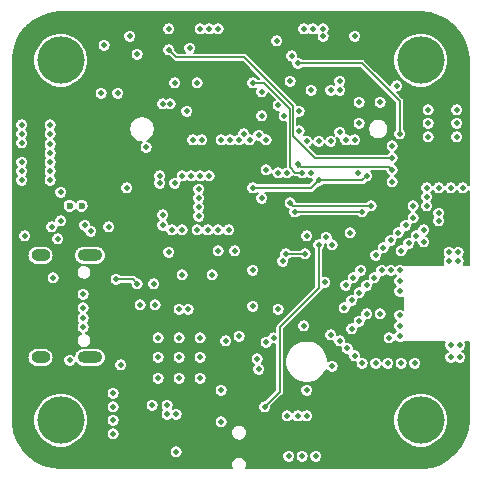
<source format=gbr>
%TF.GenerationSoftware,KiCad,Pcbnew,(5.1.10)-1*%
%TF.CreationDate,2022-07-29T22:32:46-04:00*%
%TF.ProjectId,MicroMod_Extension,4d696372-6f4d-46f6-945f-457874656e73,rev?*%
%TF.SameCoordinates,Original*%
%TF.FileFunction,Copper,L2,Inr*%
%TF.FilePolarity,Positive*%
%FSLAX46Y46*%
G04 Gerber Fmt 4.6, Leading zero omitted, Abs format (unit mm)*
G04 Created by KiCad (PCBNEW (5.1.10)-1) date 2022-07-29 22:32:46*
%MOMM*%
%LPD*%
G01*
G04 APERTURE LIST*
%TA.AperFunction,ComponentPad*%
%ADD10C,4.000000*%
%TD*%
%TA.AperFunction,ComponentPad*%
%ADD11C,0.600000*%
%TD*%
%TA.AperFunction,ComponentPad*%
%ADD12O,1.600000X1.000000*%
%TD*%
%TA.AperFunction,ComponentPad*%
%ADD13O,2.100000X1.000000*%
%TD*%
%TA.AperFunction,ViaPad*%
%ADD14C,0.508000*%
%TD*%
%TA.AperFunction,Conductor*%
%ADD15C,0.203200*%
%TD*%
%TA.AperFunction,Conductor*%
%ADD16C,0.127000*%
%TD*%
%TA.AperFunction,Conductor*%
%ADD17C,0.200000*%
%TD*%
%TA.AperFunction,Conductor*%
%ADD18C,0.100000*%
%TD*%
G04 APERTURE END LIST*
D10*
%TO.N,GND*%
%TO.C,TP7*%
X160020000Y-78740000D03*
%TD*%
%TO.N,GND*%
%TO.C,TP6*%
X160020000Y-48260000D03*
%TD*%
%TO.N,GND*%
%TO.C,TP5*%
X129540000Y-78740000D03*
%TD*%
%TO.N,GND*%
%TO.C,TP4*%
X129540000Y-48260000D03*
%TD*%
D11*
%TO.N,GND*%
%TO.C,U4*%
X131310000Y-60579000D03*
X130310000Y-60579000D03*
%TD*%
D12*
%TO.N,GND*%
%TO.C,J2*%
X127838000Y-64768000D03*
X127838000Y-73408000D03*
D13*
X132018000Y-64768000D03*
X132018000Y-73408000D03*
%TD*%
D14*
%TO.N,/VCCI*%
X151765000Y-46228000D03*
X151765000Y-45593000D03*
X149733000Y-54229000D03*
%TO.N,/IMU_SDA*%
X150876000Y-45593000D03*
%TO.N,/IMU_SCL*%
X150114000Y-45593000D03*
%TO.N,GND*%
X160528000Y-60579000D03*
X156210000Y-64770000D03*
X160274000Y-63627000D03*
X163576000Y-59055000D03*
X162560000Y-59055000D03*
X161544000Y-59055000D03*
X160528000Y-59055000D03*
X137922000Y-58674000D03*
X137922000Y-58039000D03*
X138684000Y-64516000D03*
X137795000Y-75184000D03*
X137795000Y-73406000D03*
X137795000Y-71755000D03*
X137414000Y-67183000D03*
X141224000Y-59182000D03*
X141224000Y-61468000D03*
X141224000Y-59944000D03*
X163068000Y-54737000D03*
X163068000Y-53594000D03*
X163068000Y-52451000D03*
X160655000Y-54737000D03*
X160655000Y-53594000D03*
X160655000Y-52451000D03*
X128651000Y-58420000D03*
X126238000Y-53721000D03*
X126238000Y-54483000D03*
X126238000Y-55245000D03*
X126238000Y-57658000D03*
X126238000Y-56896000D03*
X126238000Y-58420000D03*
X148717000Y-78359000D03*
X132080000Y-62738000D03*
X140208000Y-52578000D03*
X138811000Y-51943000D03*
X163195000Y-64516000D03*
X162560000Y-73406000D03*
X160274000Y-62611000D03*
X160528000Y-59817000D03*
X159385000Y-60579000D03*
X156591000Y-69723000D03*
X156210000Y-73914000D03*
X157226000Y-73914000D03*
X155067000Y-73914000D03*
X149987000Y-81788000D03*
X151130000Y-81788000D03*
X148844000Y-81788000D03*
X133985000Y-79883000D03*
X133985000Y-78740000D03*
X133985000Y-77597000D03*
X133985000Y-76454000D03*
X146558000Y-50927000D03*
X144272000Y-64389000D03*
X142875000Y-64389000D03*
X138938000Y-62611000D03*
X139827000Y-62611000D03*
X141097000Y-62611000D03*
X141986000Y-62611000D03*
X142875000Y-62611000D03*
X141351000Y-45593000D03*
X126492000Y-63119000D03*
X150368000Y-76200000D03*
X152527000Y-74168000D03*
X153797000Y-72644000D03*
X154432000Y-73279000D03*
X153162000Y-72009000D03*
X147955000Y-69342000D03*
X150114000Y-70739000D03*
X148336000Y-65278000D03*
X145796000Y-66040000D03*
X145796000Y-69088000D03*
X150749000Y-50800000D03*
X140716000Y-54991000D03*
X141478000Y-54991000D03*
X143129000Y-54991000D03*
X143891000Y-54991000D03*
X144653000Y-54991000D03*
X140589000Y-58039000D03*
X141351000Y-58039000D03*
X142113000Y-58039000D03*
X139827000Y-58039000D03*
X158369000Y-73914000D03*
X162433000Y-64516000D03*
X163195000Y-65278000D03*
X163322000Y-73406000D03*
X163322000Y-72390000D03*
X162560000Y-72390000D03*
X158242000Y-71628000D03*
X158242000Y-70739000D03*
X158242000Y-69850000D03*
X158242000Y-67818000D03*
X157480000Y-66040000D03*
X158242000Y-66929000D03*
X158242000Y-66040000D03*
X155448000Y-69723000D03*
X154813000Y-70358000D03*
X154178000Y-70993000D03*
X153543000Y-69215000D03*
X154178000Y-68580000D03*
X154813000Y-67945000D03*
X154305000Y-66675000D03*
X153670000Y-67310000D03*
X155448000Y-67310000D03*
X156083000Y-66675000D03*
X154940000Y-66040000D03*
X158369000Y-64389000D03*
X158750000Y-62230000D03*
X159385000Y-61595000D03*
X159004000Y-63754000D03*
X159639000Y-63119000D03*
X156845000Y-64135000D03*
X158115000Y-62865000D03*
X157480000Y-63500000D03*
X156718000Y-66040000D03*
X141351000Y-75184000D03*
X141351000Y-73406000D03*
X139573000Y-75184000D03*
X139573000Y-73406000D03*
X139573000Y-71755000D03*
X141351000Y-71755000D03*
X154813000Y-53594000D03*
X157988000Y-50419000D03*
X136017000Y-47752000D03*
X159512000Y-73914000D03*
X161544000Y-61849000D03*
X161544000Y-61214000D03*
X152400000Y-71501000D03*
X151892000Y-67056000D03*
X162433000Y-65278000D03*
X142367000Y-66421000D03*
X138176000Y-61341000D03*
X141224000Y-60706000D03*
X143764000Y-62611000D03*
X146558000Y-59944000D03*
X147828000Y-46609000D03*
X136779000Y-55626000D03*
X140462000Y-47244000D03*
X138684000Y-45593000D03*
X154686000Y-57785000D03*
X150749000Y-57785000D03*
X137287000Y-77470000D03*
X139319000Y-81407000D03*
X154051000Y-62865000D03*
X128905000Y-66675000D03*
X129540000Y-61849000D03*
X131572000Y-62230000D03*
X133604000Y-62357000D03*
X138176000Y-51943000D03*
X145034000Y-54483000D03*
X146558000Y-52959000D03*
X157353000Y-71755000D03*
X146939000Y-72136000D03*
X146304000Y-74422000D03*
X144653000Y-71628000D03*
X139827000Y-66421000D03*
X143510000Y-72009000D03*
%TO.N,/VCC*%
X133223000Y-46990000D03*
X141097000Y-50165000D03*
X135382000Y-46228000D03*
X154432000Y-46228000D03*
X151384000Y-58420000D03*
X155448000Y-58039000D03*
X145796000Y-59055000D03*
%TO.N,/MOTOR4*%
X157607000Y-57531000D03*
X149606000Y-57023000D03*
%TO.N,/MOTOR3*%
X157607000Y-56515000D03*
X138684000Y-47371000D03*
%TO.N,/RED_L*%
X132969000Y-51054000D03*
%TO.N,/GREEN_L*%
X134366000Y-51054000D03*
%TO.N,/STM_SWIO*%
X142113000Y-45593000D03*
%TO.N,/STM_SWCLK*%
X142875000Y-45593000D03*
%TO.N,/C13*%
X148463000Y-52959000D03*
%TO.N,/E_RX1*%
X150241000Y-64643000D03*
X148590000Y-64643000D03*
%TO.N,/C4*%
X149987000Y-57785000D03*
X157607000Y-58547000D03*
X145796000Y-50165000D03*
%TO.N,/E_SDA*%
X128651000Y-53721000D03*
X145542000Y-54991000D03*
X155067000Y-61087000D03*
X149352000Y-61087000D03*
%TO.N,/E_SCL*%
X128651000Y-54483000D03*
X146304000Y-54610000D03*
X155829000Y-60579000D03*
X148971000Y-60325000D03*
%TO.N,/E_SPI_MISO*%
X128651000Y-56134000D03*
X146939000Y-57531000D03*
%TO.N,/INT_GYR*%
X147955000Y-52070000D03*
%TO.N,/E_SPI_MOSI*%
X128651000Y-56896000D03*
X147955000Y-57785000D03*
%TO.N,/B4*%
X128651000Y-57658000D03*
X148717000Y-57785000D03*
%TO.N,/RED_R*%
X154813000Y-51816000D03*
X150368000Y-55118000D03*
%TO.N,/MOTOR2*%
X158242000Y-54483000D03*
X149606000Y-48514000D03*
%TO.N,/GREEN_R*%
X156591000Y-51816000D03*
X151384000Y-55118000D03*
%TO.N,/SPI2_MOSI*%
X149098000Y-47879000D03*
%TO.N,/SPI2_MISO*%
X148971000Y-50038000D03*
%TO.N,/NRF_CTRL*%
X146812000Y-77597000D03*
X151384000Y-63881000D03*
%TO.N,/MOTOR1*%
X157607000Y-55499000D03*
X152400000Y-55118000D03*
%TO.N,/IMU_SCL*%
X152400000Y-50800000D03*
%TO.N,/IMU_SDA*%
X153162000Y-50038000D03*
%TO.N,/OTG_FS_D-*%
X131445000Y-70104000D03*
X153670000Y-54991000D03*
%TO.N,/OTG_FS_D+*%
X131445000Y-69215000D03*
X154432000Y-54991000D03*
%TO.N,/NRF_TX*%
X137541000Y-68961000D03*
X152527000Y-63881000D03*
%TO.N,/NRF_RX*%
X136271000Y-68961000D03*
X152019000Y-63246000D03*
%TO.N,Net-(J2-PadA5)*%
X131445000Y-70866000D03*
%TO.N,Net-(J2-PadB5)*%
X131445000Y-68072000D03*
%TO.N,/NRF_SWCLK*%
X150368000Y-78359000D03*
%TO.N,/NRF_SWIO*%
X149606000Y-78359000D03*
%TO.N,/VCC_NRF*%
X136017000Y-77597000D03*
X136525000Y-70485000D03*
X137668000Y-45593000D03*
X151257000Y-78359000D03*
X142113000Y-52324000D03*
X143383000Y-52324000D03*
X142748000Y-52324000D03*
X145796000Y-67183000D03*
X144145000Y-70231000D03*
%TO.N,BATT*%
X150368000Y-63119000D03*
X129286000Y-63373000D03*
%TO.N,Net-(C17-Pad2)*%
X146177000Y-73533000D03*
%TO.N,Net-(C18-Pad2)*%
X135128000Y-59055000D03*
%TO.N,VBUS*%
X153162000Y-54356000D03*
X136017000Y-67183000D03*
X134239000Y-66802000D03*
%TO.N,/STM_BOOT0*%
X139573000Y-69342000D03*
%TO.N,/STM_NRST*%
X139192000Y-58674000D03*
X139192000Y-50165000D03*
X140335000Y-69342000D03*
%TO.N,/E_SPI_SCK*%
X128651000Y-55372000D03*
X146939000Y-54991000D03*
%TO.N,/SPI2_SCK*%
X149733000Y-52578000D03*
%TO.N,/VEN_D*%
X138176000Y-62230000D03*
X138557000Y-77470000D03*
%TO.N,Net-(R13-Pad2)*%
X147574000Y-71755000D03*
%TO.N,/SWITCH*%
X143129000Y-78867000D03*
X143129000Y-76200000D03*
%TO.N,/PM_PGOOD*%
X130302000Y-73660000D03*
X128778000Y-62357000D03*
X134620000Y-74041000D03*
X129540000Y-59436000D03*
%TO.N,/VCCI*%
X153162000Y-50800000D03*
%TO.N,/NRF_TX2*%
X138557000Y-78232000D03*
%TO.N,/NRF_RX2*%
X139319000Y-78232000D03*
%TD*%
D15*
%TO.N,/VCC*%
X155067000Y-58420000D02*
X155448000Y-58039000D01*
X155067000Y-58420000D02*
X151384000Y-58420000D01*
X151384000Y-58420000D02*
X150749000Y-59055000D01*
X150749000Y-59055000D02*
X145796000Y-59055000D01*
D16*
%TO.N,/MOTOR4*%
X149605999Y-57277001D02*
X149605999Y-57276999D01*
X149860001Y-57277001D02*
X149606000Y-57023000D01*
X157353001Y-57277001D02*
X149860001Y-57277001D01*
X157353001Y-57277001D02*
X157607000Y-57531000D01*
%TO.N,/MOTOR3*%
X151069546Y-56515000D02*
X157607000Y-56515000D01*
X149225000Y-54670454D02*
X151069546Y-56515000D01*
X149225000Y-52136546D02*
X149225000Y-54670454D01*
X145094454Y-48006000D02*
X149225000Y-52136546D01*
X139319000Y-48006000D02*
X145094454Y-48006000D01*
X138684000Y-47371000D02*
X139319000Y-48006000D01*
%TO.N,/E_RX1*%
X148590000Y-64643000D02*
X150241000Y-64643000D01*
%TO.N,/C4*%
X149418546Y-57785000D02*
X149987000Y-57785000D01*
X148945590Y-57312044D02*
X149418546Y-57785000D01*
X148945590Y-52365136D02*
X148945590Y-57312044D01*
X146745454Y-50165000D02*
X148945590Y-52365136D01*
X145796000Y-50165000D02*
X146745454Y-50165000D01*
%TO.N,/E_SDA*%
X149860000Y-61087000D02*
X155067000Y-61087000D01*
X149860000Y-61087000D02*
X149352000Y-61087000D01*
%TO.N,/E_SCL*%
X149224999Y-60578999D02*
X148971000Y-60325000D01*
X155829000Y-60579000D02*
X149224999Y-60578999D01*
%TO.N,/MOTOR2*%
X155067000Y-48514000D02*
X158242000Y-51689000D01*
X158242000Y-51689000D02*
X158242000Y-54483000D01*
X149606000Y-48514000D02*
X155067000Y-48514000D01*
%TO.N,/NRF_CTRL*%
X151384000Y-63881000D02*
X151384000Y-67564000D01*
X151384000Y-67564000D02*
X148082000Y-70866000D01*
X148082000Y-76327000D02*
X146812000Y-77597000D01*
X148082000Y-70866000D02*
X148082000Y-76327000D01*
D15*
%TO.N,VBUS*%
X134239000Y-66802000D02*
X135636000Y-66802000D01*
X135636000Y-66802000D02*
X136017000Y-67183000D01*
%TD*%
D17*
%TO.N,/VCC_NRF*%
X160787550Y-44274139D02*
X161527420Y-44491192D01*
X162212881Y-44844229D01*
X162819227Y-45320518D01*
X163324571Y-45902874D01*
X163710675Y-46570281D01*
X163963606Y-47298649D01*
X164076165Y-48074953D01*
X164080800Y-48264608D01*
X164080800Y-58826022D01*
X164066949Y-58792582D01*
X164006320Y-58701845D01*
X163929155Y-58624680D01*
X163838418Y-58564051D01*
X163737596Y-58522289D01*
X163630564Y-58501000D01*
X163521436Y-58501000D01*
X163414404Y-58522289D01*
X163313582Y-58564051D01*
X163222845Y-58624680D01*
X163145680Y-58701845D01*
X163085051Y-58792582D01*
X163068000Y-58833747D01*
X163050949Y-58792582D01*
X162990320Y-58701845D01*
X162913155Y-58624680D01*
X162822418Y-58564051D01*
X162721596Y-58522289D01*
X162614564Y-58501000D01*
X162505436Y-58501000D01*
X162398404Y-58522289D01*
X162297582Y-58564051D01*
X162206845Y-58624680D01*
X162129680Y-58701845D01*
X162069051Y-58792582D01*
X162052000Y-58833747D01*
X162034949Y-58792582D01*
X161974320Y-58701845D01*
X161897155Y-58624680D01*
X161806418Y-58564051D01*
X161705596Y-58522289D01*
X161598564Y-58501000D01*
X161489436Y-58501000D01*
X161382404Y-58522289D01*
X161281582Y-58564051D01*
X161190845Y-58624680D01*
X161113680Y-58701845D01*
X161053051Y-58792582D01*
X161036000Y-58833747D01*
X161018949Y-58792582D01*
X160958320Y-58701845D01*
X160881155Y-58624680D01*
X160790418Y-58564051D01*
X160689596Y-58522289D01*
X160582564Y-58501000D01*
X160473436Y-58501000D01*
X160366404Y-58522289D01*
X160265582Y-58564051D01*
X160174845Y-58624680D01*
X160097680Y-58701845D01*
X160037051Y-58792582D01*
X159995289Y-58893404D01*
X159974000Y-59000436D01*
X159974000Y-59109564D01*
X159995289Y-59216596D01*
X160037051Y-59317418D01*
X160097680Y-59408155D01*
X160125525Y-59436000D01*
X160097680Y-59463845D01*
X160037051Y-59554582D01*
X159995289Y-59655404D01*
X159974000Y-59762436D01*
X159974000Y-59871564D01*
X159995289Y-59978596D01*
X160037051Y-60079418D01*
X160097680Y-60170155D01*
X160125525Y-60198000D01*
X160097680Y-60225845D01*
X160037051Y-60316582D01*
X159995289Y-60417404D01*
X159974000Y-60524436D01*
X159974000Y-60633564D01*
X159995289Y-60740596D01*
X160037051Y-60841418D01*
X160097680Y-60932155D01*
X160174845Y-61009320D01*
X160265582Y-61069949D01*
X160366404Y-61111711D01*
X160473436Y-61133000D01*
X160582564Y-61133000D01*
X160689596Y-61111711D01*
X160790418Y-61069949D01*
X160881155Y-61009320D01*
X160958320Y-60932155D01*
X161018949Y-60841418D01*
X161060711Y-60740596D01*
X161082000Y-60633564D01*
X161082000Y-60524436D01*
X161060711Y-60417404D01*
X161018949Y-60316582D01*
X160958320Y-60225845D01*
X160930475Y-60198000D01*
X160958320Y-60170155D01*
X161018949Y-60079418D01*
X161060711Y-59978596D01*
X161082000Y-59871564D01*
X161082000Y-59762436D01*
X161060711Y-59655404D01*
X161018949Y-59554582D01*
X160958320Y-59463845D01*
X160930475Y-59436000D01*
X160958320Y-59408155D01*
X161018949Y-59317418D01*
X161036000Y-59276253D01*
X161053051Y-59317418D01*
X161113680Y-59408155D01*
X161190845Y-59485320D01*
X161281582Y-59545949D01*
X161382404Y-59587711D01*
X161489436Y-59609000D01*
X161598564Y-59609000D01*
X161705596Y-59587711D01*
X161806418Y-59545949D01*
X161897155Y-59485320D01*
X161974320Y-59408155D01*
X162034949Y-59317418D01*
X162052000Y-59276253D01*
X162069051Y-59317418D01*
X162129680Y-59408155D01*
X162206845Y-59485320D01*
X162297582Y-59545949D01*
X162398404Y-59587711D01*
X162505436Y-59609000D01*
X162614564Y-59609000D01*
X162721596Y-59587711D01*
X162822418Y-59545949D01*
X162913155Y-59485320D01*
X162990320Y-59408155D01*
X163050949Y-59317418D01*
X163068000Y-59276253D01*
X163085051Y-59317418D01*
X163145680Y-59408155D01*
X163222845Y-59485320D01*
X163313582Y-59545949D01*
X163414404Y-59587711D01*
X163521436Y-59609000D01*
X163630564Y-59609000D01*
X163737596Y-59587711D01*
X163838418Y-59545949D01*
X163929155Y-59485320D01*
X164006320Y-59408155D01*
X164066949Y-59317418D01*
X164080800Y-59283978D01*
X164080801Y-65559000D01*
X163673533Y-65559000D01*
X163685949Y-65540418D01*
X163727711Y-65439596D01*
X163749000Y-65332564D01*
X163749000Y-65223436D01*
X163727711Y-65116404D01*
X163685949Y-65015582D01*
X163625320Y-64924845D01*
X163597475Y-64897000D01*
X163625320Y-64869155D01*
X163685949Y-64778418D01*
X163727711Y-64677596D01*
X163749000Y-64570564D01*
X163749000Y-64461436D01*
X163727711Y-64354404D01*
X163685949Y-64253582D01*
X163625320Y-64162845D01*
X163548155Y-64085680D01*
X163457418Y-64025051D01*
X163356596Y-63983289D01*
X163249564Y-63962000D01*
X163140436Y-63962000D01*
X163033404Y-63983289D01*
X162932582Y-64025051D01*
X162841845Y-64085680D01*
X162814000Y-64113525D01*
X162786155Y-64085680D01*
X162695418Y-64025051D01*
X162594596Y-63983289D01*
X162487564Y-63962000D01*
X162378436Y-63962000D01*
X162271404Y-63983289D01*
X162170582Y-64025051D01*
X162079845Y-64085680D01*
X162002680Y-64162845D01*
X161942051Y-64253582D01*
X161900289Y-64354404D01*
X161879000Y-64461436D01*
X161879000Y-64570564D01*
X161900289Y-64677596D01*
X161942051Y-64778418D01*
X162002680Y-64869155D01*
X162030525Y-64897000D01*
X162002680Y-64924845D01*
X161942051Y-65015582D01*
X161900289Y-65116404D01*
X161879000Y-65223436D01*
X161879000Y-65332564D01*
X161900289Y-65439596D01*
X161942051Y-65540418D01*
X161954467Y-65559000D01*
X158623000Y-65559000D01*
X158603491Y-65560921D01*
X158584732Y-65566612D01*
X158567443Y-65575853D01*
X158557160Y-65584292D01*
X158504418Y-65549051D01*
X158403596Y-65507289D01*
X158296564Y-65486000D01*
X158187436Y-65486000D01*
X158080404Y-65507289D01*
X157979582Y-65549051D01*
X157888845Y-65609680D01*
X157861000Y-65637525D01*
X157833155Y-65609680D01*
X157742418Y-65549051D01*
X157641596Y-65507289D01*
X157534564Y-65486000D01*
X157425436Y-65486000D01*
X157318404Y-65507289D01*
X157217582Y-65549051D01*
X157126845Y-65609680D01*
X157099000Y-65637525D01*
X157071155Y-65609680D01*
X156980418Y-65549051D01*
X156879596Y-65507289D01*
X156772564Y-65486000D01*
X156663436Y-65486000D01*
X156556404Y-65507289D01*
X156455582Y-65549051D01*
X156364845Y-65609680D01*
X156287680Y-65686845D01*
X156227051Y-65777582D01*
X156185289Y-65878404D01*
X156164000Y-65985436D01*
X156164000Y-66094564D01*
X156170564Y-66127564D01*
X156137564Y-66121000D01*
X156028436Y-66121000D01*
X155921404Y-66142289D01*
X155820582Y-66184051D01*
X155729845Y-66244680D01*
X155652680Y-66321845D01*
X155592051Y-66412582D01*
X155550289Y-66513404D01*
X155529000Y-66620436D01*
X155529000Y-66729564D01*
X155535564Y-66762564D01*
X155502564Y-66756000D01*
X155393436Y-66756000D01*
X155286404Y-66777289D01*
X155185582Y-66819051D01*
X155094845Y-66879680D01*
X155017680Y-66956845D01*
X154957051Y-67047582D01*
X154915289Y-67148404D01*
X154894000Y-67255436D01*
X154894000Y-67364564D01*
X154900564Y-67397564D01*
X154867564Y-67391000D01*
X154758436Y-67391000D01*
X154651404Y-67412289D01*
X154550582Y-67454051D01*
X154459845Y-67514680D01*
X154382680Y-67591845D01*
X154322051Y-67682582D01*
X154280289Y-67783404D01*
X154259000Y-67890436D01*
X154259000Y-67999564D01*
X154265564Y-68032564D01*
X154232564Y-68026000D01*
X154123436Y-68026000D01*
X154016404Y-68047289D01*
X153915582Y-68089051D01*
X153824845Y-68149680D01*
X153747680Y-68226845D01*
X153687051Y-68317582D01*
X153645289Y-68418404D01*
X153624000Y-68525436D01*
X153624000Y-68634564D01*
X153630564Y-68667564D01*
X153597564Y-68661000D01*
X153488436Y-68661000D01*
X153381404Y-68682289D01*
X153280582Y-68724051D01*
X153189845Y-68784680D01*
X153112680Y-68861845D01*
X153052051Y-68952582D01*
X153010289Y-69053404D01*
X152989000Y-69160436D01*
X152989000Y-69269564D01*
X153010289Y-69376596D01*
X153052051Y-69477418D01*
X153112680Y-69568155D01*
X153189845Y-69645320D01*
X153280582Y-69705949D01*
X153381404Y-69747711D01*
X153488436Y-69769000D01*
X153597564Y-69769000D01*
X153704596Y-69747711D01*
X153805418Y-69705949D01*
X153896155Y-69645320D01*
X153973320Y-69568155D01*
X154033949Y-69477418D01*
X154075711Y-69376596D01*
X154097000Y-69269564D01*
X154097000Y-69160436D01*
X154090436Y-69127436D01*
X154123436Y-69134000D01*
X154232564Y-69134000D01*
X154339596Y-69112711D01*
X154440418Y-69070949D01*
X154531155Y-69010320D01*
X154608320Y-68933155D01*
X154668949Y-68842418D01*
X154710711Y-68741596D01*
X154732000Y-68634564D01*
X154732000Y-68525436D01*
X154725436Y-68492436D01*
X154758436Y-68499000D01*
X154867564Y-68499000D01*
X154974596Y-68477711D01*
X155075418Y-68435949D01*
X155166155Y-68375320D01*
X155243320Y-68298155D01*
X155303949Y-68207418D01*
X155345711Y-68106596D01*
X155367000Y-67999564D01*
X155367000Y-67890436D01*
X155360436Y-67857436D01*
X155393436Y-67864000D01*
X155502564Y-67864000D01*
X155609596Y-67842711D01*
X155710418Y-67800949D01*
X155801155Y-67740320D01*
X155878320Y-67663155D01*
X155938949Y-67572418D01*
X155980711Y-67471596D01*
X156002000Y-67364564D01*
X156002000Y-67255436D01*
X155995436Y-67222436D01*
X156028436Y-67229000D01*
X156137564Y-67229000D01*
X156244596Y-67207711D01*
X156345418Y-67165949D01*
X156436155Y-67105320D01*
X156513320Y-67028155D01*
X156573949Y-66937418D01*
X156615711Y-66836596D01*
X156637000Y-66729564D01*
X156637000Y-66620436D01*
X156630436Y-66587436D01*
X156663436Y-66594000D01*
X156772564Y-66594000D01*
X156879596Y-66572711D01*
X156980418Y-66530949D01*
X157071155Y-66470320D01*
X157099000Y-66442475D01*
X157126845Y-66470320D01*
X157217582Y-66530949D01*
X157318404Y-66572711D01*
X157425436Y-66594000D01*
X157534564Y-66594000D01*
X157641596Y-66572711D01*
X157742418Y-66530949D01*
X157833155Y-66470320D01*
X157861000Y-66442475D01*
X157888845Y-66470320D01*
X157910067Y-66484500D01*
X157888845Y-66498680D01*
X157811680Y-66575845D01*
X157751051Y-66666582D01*
X157709289Y-66767404D01*
X157688000Y-66874436D01*
X157688000Y-66983564D01*
X157709289Y-67090596D01*
X157751051Y-67191418D01*
X157811680Y-67282155D01*
X157888845Y-67359320D01*
X157910067Y-67373500D01*
X157888845Y-67387680D01*
X157811680Y-67464845D01*
X157751051Y-67555582D01*
X157709289Y-67656404D01*
X157688000Y-67763436D01*
X157688000Y-67872564D01*
X157709289Y-67979596D01*
X157751051Y-68080418D01*
X157811680Y-68171155D01*
X157888845Y-68248320D01*
X157979582Y-68308949D01*
X158080404Y-68350711D01*
X158187436Y-68372000D01*
X158296564Y-68372000D01*
X158403596Y-68350711D01*
X158504418Y-68308949D01*
X158523000Y-68296533D01*
X158523000Y-69371467D01*
X158504418Y-69359051D01*
X158403596Y-69317289D01*
X158296564Y-69296000D01*
X158187436Y-69296000D01*
X158080404Y-69317289D01*
X157979582Y-69359051D01*
X157888845Y-69419680D01*
X157811680Y-69496845D01*
X157751051Y-69587582D01*
X157709289Y-69688404D01*
X157688000Y-69795436D01*
X157688000Y-69904564D01*
X157709289Y-70011596D01*
X157751051Y-70112418D01*
X157811680Y-70203155D01*
X157888845Y-70280320D01*
X157910067Y-70294500D01*
X157888845Y-70308680D01*
X157811680Y-70385845D01*
X157751051Y-70476582D01*
X157709289Y-70577404D01*
X157688000Y-70684436D01*
X157688000Y-70793564D01*
X157709289Y-70900596D01*
X157751051Y-71001418D01*
X157811680Y-71092155D01*
X157888845Y-71169320D01*
X157910067Y-71183500D01*
X157888845Y-71197680D01*
X157811680Y-71274845D01*
X157751051Y-71365582D01*
X157749881Y-71368406D01*
X157706155Y-71324680D01*
X157615418Y-71264051D01*
X157514596Y-71222289D01*
X157407564Y-71201000D01*
X157298436Y-71201000D01*
X157191404Y-71222289D01*
X157090582Y-71264051D01*
X156999845Y-71324680D01*
X156922680Y-71401845D01*
X156862051Y-71492582D01*
X156820289Y-71593404D01*
X156799000Y-71700436D01*
X156799000Y-71809564D01*
X156820289Y-71916596D01*
X156862051Y-72017418D01*
X156922680Y-72108155D01*
X156999845Y-72185320D01*
X157090582Y-72245949D01*
X157191404Y-72287711D01*
X157298436Y-72309000D01*
X157407564Y-72309000D01*
X157514596Y-72287711D01*
X157615418Y-72245949D01*
X157706155Y-72185320D01*
X157783320Y-72108155D01*
X157843949Y-72017418D01*
X157845119Y-72014594D01*
X157888845Y-72058320D01*
X157979582Y-72118949D01*
X158080404Y-72160711D01*
X158187436Y-72182000D01*
X158296564Y-72182000D01*
X158403596Y-72160711D01*
X158504418Y-72118949D01*
X158557160Y-72083708D01*
X158567443Y-72092147D01*
X158584732Y-72101388D01*
X158603491Y-72107079D01*
X158623000Y-72109000D01*
X162081467Y-72109000D01*
X162069051Y-72127582D01*
X162027289Y-72228404D01*
X162006000Y-72335436D01*
X162006000Y-72444564D01*
X162027289Y-72551596D01*
X162069051Y-72652418D01*
X162129680Y-72743155D01*
X162206845Y-72820320D01*
X162297582Y-72880949D01*
X162338747Y-72898000D01*
X162297582Y-72915051D01*
X162206845Y-72975680D01*
X162129680Y-73052845D01*
X162069051Y-73143582D01*
X162027289Y-73244404D01*
X162006000Y-73351436D01*
X162006000Y-73460564D01*
X162027289Y-73567596D01*
X162069051Y-73668418D01*
X162129680Y-73759155D01*
X162206845Y-73836320D01*
X162297582Y-73896949D01*
X162398404Y-73938711D01*
X162505436Y-73960000D01*
X162614564Y-73960000D01*
X162721596Y-73938711D01*
X162822418Y-73896949D01*
X162913155Y-73836320D01*
X162941000Y-73808475D01*
X162968845Y-73836320D01*
X163059582Y-73896949D01*
X163160404Y-73938711D01*
X163267436Y-73960000D01*
X163376564Y-73960000D01*
X163483596Y-73938711D01*
X163584418Y-73896949D01*
X163675155Y-73836320D01*
X163752320Y-73759155D01*
X163812949Y-73668418D01*
X163854711Y-73567596D01*
X163876000Y-73460564D01*
X163876000Y-73351436D01*
X163854711Y-73244404D01*
X163812949Y-73143582D01*
X163752320Y-73052845D01*
X163675155Y-72975680D01*
X163584418Y-72915051D01*
X163543253Y-72898000D01*
X163584418Y-72880949D01*
X163675155Y-72820320D01*
X163752320Y-72743155D01*
X163812949Y-72652418D01*
X163854711Y-72551596D01*
X163876000Y-72444564D01*
X163876000Y-72335436D01*
X163854711Y-72228404D01*
X163812949Y-72127582D01*
X163800533Y-72109000D01*
X164080801Y-72109000D01*
X164080801Y-78722088D01*
X164005861Y-79507555D01*
X163788808Y-80247418D01*
X163435771Y-80932881D01*
X162959479Y-81539230D01*
X162377125Y-82044571D01*
X161709723Y-82430673D01*
X160981351Y-82683606D01*
X160205047Y-82796165D01*
X160015392Y-82800800D01*
X145270617Y-82800800D01*
X145302060Y-82724890D01*
X145328000Y-82594482D01*
X145328000Y-82461518D01*
X145302060Y-82331110D01*
X145251177Y-82208268D01*
X145177307Y-82097713D01*
X145083287Y-82003693D01*
X144972732Y-81929823D01*
X144849890Y-81878940D01*
X144719482Y-81853000D01*
X144586518Y-81853000D01*
X144456110Y-81878940D01*
X144333268Y-81929823D01*
X144222713Y-82003693D01*
X144128693Y-82097713D01*
X144054823Y-82208268D01*
X144003940Y-82331110D01*
X143978000Y-82461518D01*
X143978000Y-82594482D01*
X144003940Y-82724890D01*
X144035383Y-82800800D01*
X129557901Y-82800800D01*
X128772445Y-82725861D01*
X128032582Y-82508808D01*
X127347119Y-82155771D01*
X126740770Y-81679479D01*
X126456977Y-81352436D01*
X138765000Y-81352436D01*
X138765000Y-81461564D01*
X138786289Y-81568596D01*
X138828051Y-81669418D01*
X138888680Y-81760155D01*
X138965845Y-81837320D01*
X139056582Y-81897949D01*
X139157404Y-81939711D01*
X139264436Y-81961000D01*
X139373564Y-81961000D01*
X139480596Y-81939711D01*
X139581418Y-81897949D01*
X139672155Y-81837320D01*
X139749320Y-81760155D01*
X139767173Y-81733436D01*
X148290000Y-81733436D01*
X148290000Y-81842564D01*
X148311289Y-81949596D01*
X148353051Y-82050418D01*
X148413680Y-82141155D01*
X148490845Y-82218320D01*
X148581582Y-82278949D01*
X148682404Y-82320711D01*
X148789436Y-82342000D01*
X148898564Y-82342000D01*
X149005596Y-82320711D01*
X149106418Y-82278949D01*
X149197155Y-82218320D01*
X149274320Y-82141155D01*
X149334949Y-82050418D01*
X149376711Y-81949596D01*
X149398000Y-81842564D01*
X149398000Y-81733436D01*
X149433000Y-81733436D01*
X149433000Y-81842564D01*
X149454289Y-81949596D01*
X149496051Y-82050418D01*
X149556680Y-82141155D01*
X149633845Y-82218320D01*
X149724582Y-82278949D01*
X149825404Y-82320711D01*
X149932436Y-82342000D01*
X150041564Y-82342000D01*
X150148596Y-82320711D01*
X150249418Y-82278949D01*
X150340155Y-82218320D01*
X150417320Y-82141155D01*
X150477949Y-82050418D01*
X150519711Y-81949596D01*
X150541000Y-81842564D01*
X150541000Y-81733436D01*
X150576000Y-81733436D01*
X150576000Y-81842564D01*
X150597289Y-81949596D01*
X150639051Y-82050418D01*
X150699680Y-82141155D01*
X150776845Y-82218320D01*
X150867582Y-82278949D01*
X150968404Y-82320711D01*
X151075436Y-82342000D01*
X151184564Y-82342000D01*
X151291596Y-82320711D01*
X151392418Y-82278949D01*
X151483155Y-82218320D01*
X151560320Y-82141155D01*
X151620949Y-82050418D01*
X151662711Y-81949596D01*
X151684000Y-81842564D01*
X151684000Y-81733436D01*
X151662711Y-81626404D01*
X151620949Y-81525582D01*
X151560320Y-81434845D01*
X151483155Y-81357680D01*
X151392418Y-81297051D01*
X151291596Y-81255289D01*
X151184564Y-81234000D01*
X151075436Y-81234000D01*
X150968404Y-81255289D01*
X150867582Y-81297051D01*
X150776845Y-81357680D01*
X150699680Y-81434845D01*
X150639051Y-81525582D01*
X150597289Y-81626404D01*
X150576000Y-81733436D01*
X150541000Y-81733436D01*
X150519711Y-81626404D01*
X150477949Y-81525582D01*
X150417320Y-81434845D01*
X150340155Y-81357680D01*
X150249418Y-81297051D01*
X150148596Y-81255289D01*
X150041564Y-81234000D01*
X149932436Y-81234000D01*
X149825404Y-81255289D01*
X149724582Y-81297051D01*
X149633845Y-81357680D01*
X149556680Y-81434845D01*
X149496051Y-81525582D01*
X149454289Y-81626404D01*
X149433000Y-81733436D01*
X149398000Y-81733436D01*
X149376711Y-81626404D01*
X149334949Y-81525582D01*
X149274320Y-81434845D01*
X149197155Y-81357680D01*
X149106418Y-81297051D01*
X149005596Y-81255289D01*
X148898564Y-81234000D01*
X148789436Y-81234000D01*
X148682404Y-81255289D01*
X148581582Y-81297051D01*
X148490845Y-81357680D01*
X148413680Y-81434845D01*
X148353051Y-81525582D01*
X148311289Y-81626404D01*
X148290000Y-81733436D01*
X139767173Y-81733436D01*
X139809949Y-81669418D01*
X139851711Y-81568596D01*
X139873000Y-81461564D01*
X139873000Y-81352436D01*
X139851711Y-81245404D01*
X139809949Y-81144582D01*
X139749320Y-81053845D01*
X139672155Y-80976680D01*
X139581418Y-80916051D01*
X139480596Y-80874289D01*
X139373564Y-80853000D01*
X139264436Y-80853000D01*
X139157404Y-80874289D01*
X139056582Y-80916051D01*
X138965845Y-80976680D01*
X138888680Y-81053845D01*
X138828051Y-81144582D01*
X138786289Y-81245404D01*
X138765000Y-81352436D01*
X126456977Y-81352436D01*
X126235429Y-81097125D01*
X125849327Y-80429723D01*
X125596394Y-79701351D01*
X125483835Y-78925047D01*
X125479200Y-78735392D01*
X125479200Y-78513470D01*
X127240000Y-78513470D01*
X127240000Y-78966530D01*
X127328387Y-79410885D01*
X127501766Y-79829459D01*
X127753473Y-80206165D01*
X128073835Y-80526527D01*
X128450541Y-80778234D01*
X128869115Y-80951613D01*
X129313470Y-81040000D01*
X129766530Y-81040000D01*
X130210885Y-80951613D01*
X130629459Y-80778234D01*
X131006165Y-80526527D01*
X131326527Y-80206165D01*
X131578234Y-79829459D01*
X131578657Y-79828436D01*
X133431000Y-79828436D01*
X133431000Y-79937564D01*
X133452289Y-80044596D01*
X133494051Y-80145418D01*
X133554680Y-80236155D01*
X133631845Y-80313320D01*
X133722582Y-80373949D01*
X133823404Y-80415711D01*
X133930436Y-80437000D01*
X134039564Y-80437000D01*
X134146596Y-80415711D01*
X134247418Y-80373949D01*
X134338155Y-80313320D01*
X134415320Y-80236155D01*
X134475949Y-80145418D01*
X134517711Y-80044596D01*
X134539000Y-79937564D01*
X134539000Y-79828436D01*
X134517711Y-79721404D01*
X134513617Y-79711518D01*
X143978000Y-79711518D01*
X143978000Y-79844482D01*
X144003940Y-79974890D01*
X144054823Y-80097732D01*
X144128693Y-80208287D01*
X144222713Y-80302307D01*
X144333268Y-80376177D01*
X144456110Y-80427060D01*
X144586518Y-80453000D01*
X144719482Y-80453000D01*
X144849890Y-80427060D01*
X144972732Y-80376177D01*
X145083287Y-80302307D01*
X145177307Y-80208287D01*
X145251177Y-80097732D01*
X145302060Y-79974890D01*
X145328000Y-79844482D01*
X145328000Y-79711518D01*
X145302060Y-79581110D01*
X145251177Y-79458268D01*
X145177307Y-79347713D01*
X145083287Y-79253693D01*
X144972732Y-79179823D01*
X144849890Y-79128940D01*
X144719482Y-79103000D01*
X144586518Y-79103000D01*
X144456110Y-79128940D01*
X144333268Y-79179823D01*
X144222713Y-79253693D01*
X144128693Y-79347713D01*
X144054823Y-79458268D01*
X144003940Y-79581110D01*
X143978000Y-79711518D01*
X134513617Y-79711518D01*
X134475949Y-79620582D01*
X134415320Y-79529845D01*
X134338155Y-79452680D01*
X134247418Y-79392051D01*
X134146596Y-79350289D01*
X134039564Y-79329000D01*
X133930436Y-79329000D01*
X133823404Y-79350289D01*
X133722582Y-79392051D01*
X133631845Y-79452680D01*
X133554680Y-79529845D01*
X133494051Y-79620582D01*
X133452289Y-79721404D01*
X133431000Y-79828436D01*
X131578657Y-79828436D01*
X131751613Y-79410885D01*
X131840000Y-78966530D01*
X131840000Y-78685436D01*
X133431000Y-78685436D01*
X133431000Y-78794564D01*
X133452289Y-78901596D01*
X133494051Y-79002418D01*
X133554680Y-79093155D01*
X133631845Y-79170320D01*
X133722582Y-79230949D01*
X133823404Y-79272711D01*
X133930436Y-79294000D01*
X134039564Y-79294000D01*
X134146596Y-79272711D01*
X134247418Y-79230949D01*
X134338155Y-79170320D01*
X134415320Y-79093155D01*
X134475949Y-79002418D01*
X134517711Y-78901596D01*
X134535445Y-78812436D01*
X142575000Y-78812436D01*
X142575000Y-78921564D01*
X142596289Y-79028596D01*
X142638051Y-79129418D01*
X142698680Y-79220155D01*
X142775845Y-79297320D01*
X142866582Y-79357949D01*
X142967404Y-79399711D01*
X143074436Y-79421000D01*
X143183564Y-79421000D01*
X143290596Y-79399711D01*
X143391418Y-79357949D01*
X143482155Y-79297320D01*
X143559320Y-79220155D01*
X143619949Y-79129418D01*
X143661711Y-79028596D01*
X143683000Y-78921564D01*
X143683000Y-78812436D01*
X143661711Y-78705404D01*
X143619949Y-78604582D01*
X143559320Y-78513845D01*
X143482155Y-78436680D01*
X143391418Y-78376051D01*
X143290596Y-78334289D01*
X143183564Y-78313000D01*
X143074436Y-78313000D01*
X142967404Y-78334289D01*
X142866582Y-78376051D01*
X142775845Y-78436680D01*
X142698680Y-78513845D01*
X142638051Y-78604582D01*
X142596289Y-78705404D01*
X142575000Y-78812436D01*
X134535445Y-78812436D01*
X134539000Y-78794564D01*
X134539000Y-78685436D01*
X134517711Y-78578404D01*
X134475949Y-78477582D01*
X134415320Y-78386845D01*
X134338155Y-78309680D01*
X134247418Y-78249051D01*
X134146596Y-78207289D01*
X134039564Y-78186000D01*
X133930436Y-78186000D01*
X133823404Y-78207289D01*
X133722582Y-78249051D01*
X133631845Y-78309680D01*
X133554680Y-78386845D01*
X133494051Y-78477582D01*
X133452289Y-78578404D01*
X133431000Y-78685436D01*
X131840000Y-78685436D01*
X131840000Y-78513470D01*
X131751613Y-78069115D01*
X131578234Y-77650541D01*
X131506001Y-77542436D01*
X133431000Y-77542436D01*
X133431000Y-77651564D01*
X133452289Y-77758596D01*
X133494051Y-77859418D01*
X133554680Y-77950155D01*
X133631845Y-78027320D01*
X133722582Y-78087949D01*
X133823404Y-78129711D01*
X133930436Y-78151000D01*
X134039564Y-78151000D01*
X134146596Y-78129711D01*
X134247418Y-78087949D01*
X134338155Y-78027320D01*
X134415320Y-77950155D01*
X134475949Y-77859418D01*
X134517711Y-77758596D01*
X134539000Y-77651564D01*
X134539000Y-77542436D01*
X134517711Y-77435404D01*
X134509440Y-77415436D01*
X136733000Y-77415436D01*
X136733000Y-77524564D01*
X136754289Y-77631596D01*
X136796051Y-77732418D01*
X136856680Y-77823155D01*
X136933845Y-77900320D01*
X137024582Y-77960949D01*
X137125404Y-78002711D01*
X137232436Y-78024000D01*
X137341564Y-78024000D01*
X137448596Y-78002711D01*
X137549418Y-77960949D01*
X137640155Y-77900320D01*
X137717320Y-77823155D01*
X137777949Y-77732418D01*
X137819711Y-77631596D01*
X137841000Y-77524564D01*
X137841000Y-77415436D01*
X138003000Y-77415436D01*
X138003000Y-77524564D01*
X138024289Y-77631596D01*
X138066051Y-77732418D01*
X138126680Y-77823155D01*
X138154525Y-77851000D01*
X138126680Y-77878845D01*
X138066051Y-77969582D01*
X138024289Y-78070404D01*
X138003000Y-78177436D01*
X138003000Y-78286564D01*
X138024289Y-78393596D01*
X138066051Y-78494418D01*
X138126680Y-78585155D01*
X138203845Y-78662320D01*
X138294582Y-78722949D01*
X138395404Y-78764711D01*
X138502436Y-78786000D01*
X138611564Y-78786000D01*
X138718596Y-78764711D01*
X138819418Y-78722949D01*
X138910155Y-78662320D01*
X138938000Y-78634475D01*
X138965845Y-78662320D01*
X139056582Y-78722949D01*
X139157404Y-78764711D01*
X139264436Y-78786000D01*
X139373564Y-78786000D01*
X139480596Y-78764711D01*
X139581418Y-78722949D01*
X139672155Y-78662320D01*
X139749320Y-78585155D01*
X139809949Y-78494418D01*
X139851711Y-78393596D01*
X139869445Y-78304436D01*
X148163000Y-78304436D01*
X148163000Y-78413564D01*
X148184289Y-78520596D01*
X148226051Y-78621418D01*
X148286680Y-78712155D01*
X148363845Y-78789320D01*
X148454582Y-78849949D01*
X148555404Y-78891711D01*
X148662436Y-78913000D01*
X148771564Y-78913000D01*
X148878596Y-78891711D01*
X148979418Y-78849949D01*
X149070155Y-78789320D01*
X149147320Y-78712155D01*
X149161500Y-78690933D01*
X149175680Y-78712155D01*
X149252845Y-78789320D01*
X149343582Y-78849949D01*
X149444404Y-78891711D01*
X149551436Y-78913000D01*
X149660564Y-78913000D01*
X149767596Y-78891711D01*
X149868418Y-78849949D01*
X149959155Y-78789320D01*
X149987000Y-78761475D01*
X150014845Y-78789320D01*
X150105582Y-78849949D01*
X150206404Y-78891711D01*
X150313436Y-78913000D01*
X150422564Y-78913000D01*
X150529596Y-78891711D01*
X150630418Y-78849949D01*
X150721155Y-78789320D01*
X150798320Y-78712155D01*
X150858949Y-78621418D01*
X150900711Y-78520596D01*
X150902128Y-78513470D01*
X157720000Y-78513470D01*
X157720000Y-78966530D01*
X157808387Y-79410885D01*
X157981766Y-79829459D01*
X158233473Y-80206165D01*
X158553835Y-80526527D01*
X158930541Y-80778234D01*
X159349115Y-80951613D01*
X159793470Y-81040000D01*
X160246530Y-81040000D01*
X160690885Y-80951613D01*
X161109459Y-80778234D01*
X161486165Y-80526527D01*
X161806527Y-80206165D01*
X162058234Y-79829459D01*
X162231613Y-79410885D01*
X162320000Y-78966530D01*
X162320000Y-78513470D01*
X162231613Y-78069115D01*
X162058234Y-77650541D01*
X161806527Y-77273835D01*
X161486165Y-76953473D01*
X161109459Y-76701766D01*
X160690885Y-76528387D01*
X160246530Y-76440000D01*
X159793470Y-76440000D01*
X159349115Y-76528387D01*
X158930541Y-76701766D01*
X158553835Y-76953473D01*
X158233473Y-77273835D01*
X157981766Y-77650541D01*
X157808387Y-78069115D01*
X157720000Y-78513470D01*
X150902128Y-78513470D01*
X150922000Y-78413564D01*
X150922000Y-78304436D01*
X150900711Y-78197404D01*
X150858949Y-78096582D01*
X150798320Y-78005845D01*
X150721155Y-77928680D01*
X150630418Y-77868051D01*
X150529596Y-77826289D01*
X150422564Y-77805000D01*
X150313436Y-77805000D01*
X150206404Y-77826289D01*
X150105582Y-77868051D01*
X150014845Y-77928680D01*
X149987000Y-77956525D01*
X149959155Y-77928680D01*
X149868418Y-77868051D01*
X149767596Y-77826289D01*
X149660564Y-77805000D01*
X149551436Y-77805000D01*
X149444404Y-77826289D01*
X149343582Y-77868051D01*
X149252845Y-77928680D01*
X149175680Y-78005845D01*
X149161500Y-78027067D01*
X149147320Y-78005845D01*
X149070155Y-77928680D01*
X148979418Y-77868051D01*
X148878596Y-77826289D01*
X148771564Y-77805000D01*
X148662436Y-77805000D01*
X148555404Y-77826289D01*
X148454582Y-77868051D01*
X148363845Y-77928680D01*
X148286680Y-78005845D01*
X148226051Y-78096582D01*
X148184289Y-78197404D01*
X148163000Y-78304436D01*
X139869445Y-78304436D01*
X139873000Y-78286564D01*
X139873000Y-78177436D01*
X139851711Y-78070404D01*
X139809949Y-77969582D01*
X139749320Y-77878845D01*
X139672155Y-77801680D01*
X139581418Y-77741051D01*
X139480596Y-77699289D01*
X139373564Y-77678000D01*
X139264436Y-77678000D01*
X139157404Y-77699289D01*
X139056582Y-77741051D01*
X139030565Y-77758435D01*
X139047949Y-77732418D01*
X139089711Y-77631596D01*
X139107445Y-77542436D01*
X146258000Y-77542436D01*
X146258000Y-77651564D01*
X146279289Y-77758596D01*
X146321051Y-77859418D01*
X146381680Y-77950155D01*
X146458845Y-78027320D01*
X146549582Y-78087949D01*
X146650404Y-78129711D01*
X146757436Y-78151000D01*
X146866564Y-78151000D01*
X146973596Y-78129711D01*
X147074418Y-78087949D01*
X147165155Y-78027320D01*
X147242320Y-77950155D01*
X147302949Y-77859418D01*
X147344711Y-77758596D01*
X147366000Y-77651564D01*
X147366000Y-77557066D01*
X148326417Y-76596650D01*
X148340276Y-76585276D01*
X148351649Y-76571418D01*
X148351655Y-76571412D01*
X148385700Y-76529928D01*
X148419453Y-76466779D01*
X148419454Y-76466778D01*
X148440240Y-76398258D01*
X148445500Y-76344850D01*
X148445500Y-76344841D01*
X148447257Y-76327001D01*
X148445500Y-76309161D01*
X148445500Y-76145436D01*
X149814000Y-76145436D01*
X149814000Y-76254564D01*
X149835289Y-76361596D01*
X149877051Y-76462418D01*
X149937680Y-76553155D01*
X150014845Y-76630320D01*
X150105582Y-76690949D01*
X150206404Y-76732711D01*
X150313436Y-76754000D01*
X150422564Y-76754000D01*
X150529596Y-76732711D01*
X150630418Y-76690949D01*
X150721155Y-76630320D01*
X150798320Y-76553155D01*
X150858949Y-76462418D01*
X150900711Y-76361596D01*
X150922000Y-76254564D01*
X150922000Y-76145436D01*
X150900711Y-76038404D01*
X150858949Y-75937582D01*
X150798320Y-75846845D01*
X150721155Y-75769680D01*
X150630418Y-75709051D01*
X150529596Y-75667289D01*
X150422564Y-75646000D01*
X150313436Y-75646000D01*
X150206404Y-75667289D01*
X150105582Y-75709051D01*
X150014845Y-75769680D01*
X149937680Y-75846845D01*
X149877051Y-75937582D01*
X149835289Y-76038404D01*
X149814000Y-76145436D01*
X148445500Y-76145436D01*
X148445500Y-73609716D01*
X148568000Y-73609716D01*
X148568000Y-73964284D01*
X148637173Y-74312041D01*
X148772861Y-74639620D01*
X148969849Y-74934433D01*
X149220567Y-75185151D01*
X149515380Y-75382139D01*
X149842959Y-75517827D01*
X150190716Y-75587000D01*
X150545284Y-75587000D01*
X150893041Y-75517827D01*
X151220620Y-75382139D01*
X151515433Y-75185151D01*
X151766151Y-74934433D01*
X151963139Y-74639620D01*
X152044535Y-74443114D01*
X152096680Y-74521155D01*
X152173845Y-74598320D01*
X152264582Y-74658949D01*
X152365404Y-74700711D01*
X152472436Y-74722000D01*
X152581564Y-74722000D01*
X152688596Y-74700711D01*
X152789418Y-74658949D01*
X152880155Y-74598320D01*
X152957320Y-74521155D01*
X153017949Y-74430418D01*
X153059711Y-74329596D01*
X153081000Y-74222564D01*
X153081000Y-74113436D01*
X153059711Y-74006404D01*
X153017949Y-73905582D01*
X152957320Y-73814845D01*
X152880155Y-73737680D01*
X152789418Y-73677051D01*
X152688596Y-73635289D01*
X152581564Y-73614000D01*
X152472436Y-73614000D01*
X152365404Y-73635289D01*
X152264582Y-73677051D01*
X152173845Y-73737680D01*
X152168000Y-73743525D01*
X152168000Y-73609716D01*
X152098827Y-73261959D01*
X151963139Y-72934380D01*
X151766151Y-72639567D01*
X151515433Y-72388849D01*
X151220620Y-72191861D01*
X150893041Y-72056173D01*
X150545284Y-71987000D01*
X150190716Y-71987000D01*
X149842959Y-72056173D01*
X149515380Y-72191861D01*
X149220567Y-72388849D01*
X148969849Y-72639567D01*
X148772861Y-72934380D01*
X148637173Y-73261959D01*
X148568000Y-73609716D01*
X148445500Y-73609716D01*
X148445500Y-71446436D01*
X151846000Y-71446436D01*
X151846000Y-71555564D01*
X151867289Y-71662596D01*
X151909051Y-71763418D01*
X151969680Y-71854155D01*
X152046845Y-71931320D01*
X152137582Y-71991949D01*
X152238404Y-72033711D01*
X152345436Y-72055000D01*
X152454564Y-72055000D01*
X152561596Y-72033711D01*
X152608000Y-72014490D01*
X152608000Y-72063564D01*
X152629289Y-72170596D01*
X152671051Y-72271418D01*
X152731680Y-72362155D01*
X152808845Y-72439320D01*
X152899582Y-72499949D01*
X153000404Y-72541711D01*
X153107436Y-72563000D01*
X153216564Y-72563000D01*
X153249564Y-72556436D01*
X153243000Y-72589436D01*
X153243000Y-72698564D01*
X153264289Y-72805596D01*
X153306051Y-72906418D01*
X153366680Y-72997155D01*
X153443845Y-73074320D01*
X153534582Y-73134949D01*
X153635404Y-73176711D01*
X153742436Y-73198000D01*
X153851564Y-73198000D01*
X153884564Y-73191436D01*
X153878000Y-73224436D01*
X153878000Y-73333564D01*
X153899289Y-73440596D01*
X153941051Y-73541418D01*
X154001680Y-73632155D01*
X154078845Y-73709320D01*
X154169582Y-73769949D01*
X154270404Y-73811711D01*
X154377436Y-73833000D01*
X154486564Y-73833000D01*
X154519564Y-73826436D01*
X154513000Y-73859436D01*
X154513000Y-73968564D01*
X154534289Y-74075596D01*
X154576051Y-74176418D01*
X154636680Y-74267155D01*
X154713845Y-74344320D01*
X154804582Y-74404949D01*
X154905404Y-74446711D01*
X155012436Y-74468000D01*
X155121564Y-74468000D01*
X155228596Y-74446711D01*
X155329418Y-74404949D01*
X155420155Y-74344320D01*
X155497320Y-74267155D01*
X155557949Y-74176418D01*
X155599711Y-74075596D01*
X155621000Y-73968564D01*
X155621000Y-73859436D01*
X155656000Y-73859436D01*
X155656000Y-73968564D01*
X155677289Y-74075596D01*
X155719051Y-74176418D01*
X155779680Y-74267155D01*
X155856845Y-74344320D01*
X155947582Y-74404949D01*
X156048404Y-74446711D01*
X156155436Y-74468000D01*
X156264564Y-74468000D01*
X156371596Y-74446711D01*
X156472418Y-74404949D01*
X156563155Y-74344320D01*
X156640320Y-74267155D01*
X156700949Y-74176418D01*
X156718000Y-74135253D01*
X156735051Y-74176418D01*
X156795680Y-74267155D01*
X156872845Y-74344320D01*
X156963582Y-74404949D01*
X157064404Y-74446711D01*
X157171436Y-74468000D01*
X157280564Y-74468000D01*
X157387596Y-74446711D01*
X157488418Y-74404949D01*
X157579155Y-74344320D01*
X157656320Y-74267155D01*
X157716949Y-74176418D01*
X157758711Y-74075596D01*
X157780000Y-73968564D01*
X157780000Y-73859436D01*
X157815000Y-73859436D01*
X157815000Y-73968564D01*
X157836289Y-74075596D01*
X157878051Y-74176418D01*
X157938680Y-74267155D01*
X158015845Y-74344320D01*
X158106582Y-74404949D01*
X158207404Y-74446711D01*
X158314436Y-74468000D01*
X158423564Y-74468000D01*
X158530596Y-74446711D01*
X158631418Y-74404949D01*
X158722155Y-74344320D01*
X158799320Y-74267155D01*
X158859949Y-74176418D01*
X158901711Y-74075596D01*
X158923000Y-73968564D01*
X158923000Y-73859436D01*
X158958000Y-73859436D01*
X158958000Y-73968564D01*
X158979289Y-74075596D01*
X159021051Y-74176418D01*
X159081680Y-74267155D01*
X159158845Y-74344320D01*
X159249582Y-74404949D01*
X159350404Y-74446711D01*
X159457436Y-74468000D01*
X159566564Y-74468000D01*
X159673596Y-74446711D01*
X159774418Y-74404949D01*
X159865155Y-74344320D01*
X159942320Y-74267155D01*
X160002949Y-74176418D01*
X160044711Y-74075596D01*
X160066000Y-73968564D01*
X160066000Y-73859436D01*
X160044711Y-73752404D01*
X160002949Y-73651582D01*
X159942320Y-73560845D01*
X159865155Y-73483680D01*
X159774418Y-73423051D01*
X159673596Y-73381289D01*
X159566564Y-73360000D01*
X159457436Y-73360000D01*
X159350404Y-73381289D01*
X159249582Y-73423051D01*
X159158845Y-73483680D01*
X159081680Y-73560845D01*
X159021051Y-73651582D01*
X158979289Y-73752404D01*
X158958000Y-73859436D01*
X158923000Y-73859436D01*
X158901711Y-73752404D01*
X158859949Y-73651582D01*
X158799320Y-73560845D01*
X158722155Y-73483680D01*
X158631418Y-73423051D01*
X158530596Y-73381289D01*
X158423564Y-73360000D01*
X158314436Y-73360000D01*
X158207404Y-73381289D01*
X158106582Y-73423051D01*
X158015845Y-73483680D01*
X157938680Y-73560845D01*
X157878051Y-73651582D01*
X157836289Y-73752404D01*
X157815000Y-73859436D01*
X157780000Y-73859436D01*
X157758711Y-73752404D01*
X157716949Y-73651582D01*
X157656320Y-73560845D01*
X157579155Y-73483680D01*
X157488418Y-73423051D01*
X157387596Y-73381289D01*
X157280564Y-73360000D01*
X157171436Y-73360000D01*
X157064404Y-73381289D01*
X156963582Y-73423051D01*
X156872845Y-73483680D01*
X156795680Y-73560845D01*
X156735051Y-73651582D01*
X156718000Y-73692747D01*
X156700949Y-73651582D01*
X156640320Y-73560845D01*
X156563155Y-73483680D01*
X156472418Y-73423051D01*
X156371596Y-73381289D01*
X156264564Y-73360000D01*
X156155436Y-73360000D01*
X156048404Y-73381289D01*
X155947582Y-73423051D01*
X155856845Y-73483680D01*
X155779680Y-73560845D01*
X155719051Y-73651582D01*
X155677289Y-73752404D01*
X155656000Y-73859436D01*
X155621000Y-73859436D01*
X155599711Y-73752404D01*
X155557949Y-73651582D01*
X155497320Y-73560845D01*
X155420155Y-73483680D01*
X155329418Y-73423051D01*
X155228596Y-73381289D01*
X155121564Y-73360000D01*
X155012436Y-73360000D01*
X154979436Y-73366564D01*
X154986000Y-73333564D01*
X154986000Y-73224436D01*
X154964711Y-73117404D01*
X154922949Y-73016582D01*
X154862320Y-72925845D01*
X154785155Y-72848680D01*
X154694418Y-72788051D01*
X154593596Y-72746289D01*
X154486564Y-72725000D01*
X154377436Y-72725000D01*
X154344436Y-72731564D01*
X154351000Y-72698564D01*
X154351000Y-72589436D01*
X154329711Y-72482404D01*
X154287949Y-72381582D01*
X154227320Y-72290845D01*
X154150155Y-72213680D01*
X154059418Y-72153051D01*
X153958596Y-72111289D01*
X153851564Y-72090000D01*
X153742436Y-72090000D01*
X153709436Y-72096564D01*
X153716000Y-72063564D01*
X153716000Y-71954436D01*
X153694711Y-71847404D01*
X153652949Y-71746582D01*
X153592320Y-71655845D01*
X153515155Y-71578680D01*
X153424418Y-71518051D01*
X153323596Y-71476289D01*
X153216564Y-71455000D01*
X153107436Y-71455000D01*
X153000404Y-71476289D01*
X152954000Y-71495510D01*
X152954000Y-71446436D01*
X152932711Y-71339404D01*
X152890949Y-71238582D01*
X152830320Y-71147845D01*
X152753155Y-71070680D01*
X152662418Y-71010051D01*
X152561596Y-70968289D01*
X152454564Y-70947000D01*
X152345436Y-70947000D01*
X152238404Y-70968289D01*
X152137582Y-71010051D01*
X152046845Y-71070680D01*
X151969680Y-71147845D01*
X151909051Y-71238582D01*
X151867289Y-71339404D01*
X151846000Y-71446436D01*
X148445500Y-71446436D01*
X148445500Y-71016566D01*
X148777630Y-70684436D01*
X149560000Y-70684436D01*
X149560000Y-70793564D01*
X149581289Y-70900596D01*
X149623051Y-71001418D01*
X149683680Y-71092155D01*
X149760845Y-71169320D01*
X149851582Y-71229949D01*
X149952404Y-71271711D01*
X150059436Y-71293000D01*
X150168564Y-71293000D01*
X150275596Y-71271711D01*
X150376418Y-71229949D01*
X150467155Y-71169320D01*
X150544320Y-71092155D01*
X150604949Y-71001418D01*
X150631037Y-70938436D01*
X153624000Y-70938436D01*
X153624000Y-71047564D01*
X153645289Y-71154596D01*
X153687051Y-71255418D01*
X153747680Y-71346155D01*
X153824845Y-71423320D01*
X153915582Y-71483949D01*
X154016404Y-71525711D01*
X154123436Y-71547000D01*
X154232564Y-71547000D01*
X154339596Y-71525711D01*
X154440418Y-71483949D01*
X154531155Y-71423320D01*
X154608320Y-71346155D01*
X154668949Y-71255418D01*
X154710711Y-71154596D01*
X154732000Y-71047564D01*
X154732000Y-70938436D01*
X154725436Y-70905436D01*
X154758436Y-70912000D01*
X154867564Y-70912000D01*
X154974596Y-70890711D01*
X155075418Y-70848949D01*
X155166155Y-70788320D01*
X155243320Y-70711155D01*
X155303949Y-70620418D01*
X155345711Y-70519596D01*
X155367000Y-70412564D01*
X155367000Y-70303436D01*
X155360436Y-70270436D01*
X155393436Y-70277000D01*
X155502564Y-70277000D01*
X155609596Y-70255711D01*
X155710418Y-70213949D01*
X155801155Y-70153320D01*
X155878320Y-70076155D01*
X155938949Y-69985418D01*
X155980711Y-69884596D01*
X156002000Y-69777564D01*
X156002000Y-69668436D01*
X156037000Y-69668436D01*
X156037000Y-69777564D01*
X156058289Y-69884596D01*
X156100051Y-69985418D01*
X156160680Y-70076155D01*
X156237845Y-70153320D01*
X156328582Y-70213949D01*
X156429404Y-70255711D01*
X156536436Y-70277000D01*
X156645564Y-70277000D01*
X156752596Y-70255711D01*
X156853418Y-70213949D01*
X156944155Y-70153320D01*
X157021320Y-70076155D01*
X157081949Y-69985418D01*
X157123711Y-69884596D01*
X157145000Y-69777564D01*
X157145000Y-69668436D01*
X157123711Y-69561404D01*
X157081949Y-69460582D01*
X157021320Y-69369845D01*
X156944155Y-69292680D01*
X156853418Y-69232051D01*
X156752596Y-69190289D01*
X156645564Y-69169000D01*
X156536436Y-69169000D01*
X156429404Y-69190289D01*
X156328582Y-69232051D01*
X156237845Y-69292680D01*
X156160680Y-69369845D01*
X156100051Y-69460582D01*
X156058289Y-69561404D01*
X156037000Y-69668436D01*
X156002000Y-69668436D01*
X155980711Y-69561404D01*
X155938949Y-69460582D01*
X155878320Y-69369845D01*
X155801155Y-69292680D01*
X155710418Y-69232051D01*
X155609596Y-69190289D01*
X155502564Y-69169000D01*
X155393436Y-69169000D01*
X155286404Y-69190289D01*
X155185582Y-69232051D01*
X155094845Y-69292680D01*
X155017680Y-69369845D01*
X154957051Y-69460582D01*
X154915289Y-69561404D01*
X154894000Y-69668436D01*
X154894000Y-69777564D01*
X154900564Y-69810564D01*
X154867564Y-69804000D01*
X154758436Y-69804000D01*
X154651404Y-69825289D01*
X154550582Y-69867051D01*
X154459845Y-69927680D01*
X154382680Y-70004845D01*
X154322051Y-70095582D01*
X154280289Y-70196404D01*
X154259000Y-70303436D01*
X154259000Y-70412564D01*
X154265564Y-70445564D01*
X154232564Y-70439000D01*
X154123436Y-70439000D01*
X154016404Y-70460289D01*
X153915582Y-70502051D01*
X153824845Y-70562680D01*
X153747680Y-70639845D01*
X153687051Y-70730582D01*
X153645289Y-70831404D01*
X153624000Y-70938436D01*
X150631037Y-70938436D01*
X150646711Y-70900596D01*
X150668000Y-70793564D01*
X150668000Y-70684436D01*
X150646711Y-70577404D01*
X150604949Y-70476582D01*
X150544320Y-70385845D01*
X150467155Y-70308680D01*
X150376418Y-70248051D01*
X150275596Y-70206289D01*
X150168564Y-70185000D01*
X150059436Y-70185000D01*
X149952404Y-70206289D01*
X149851582Y-70248051D01*
X149760845Y-70308680D01*
X149683680Y-70385845D01*
X149623051Y-70476582D01*
X149581289Y-70577404D01*
X149560000Y-70684436D01*
X148777630Y-70684436D01*
X151628418Y-67833649D01*
X151642276Y-67822276D01*
X151653649Y-67808418D01*
X151653655Y-67808412D01*
X151687700Y-67766928D01*
X151701922Y-67740320D01*
X151721454Y-67703778D01*
X151742240Y-67635258D01*
X151746509Y-67591914D01*
X151837436Y-67610000D01*
X151946564Y-67610000D01*
X152053596Y-67588711D01*
X152154418Y-67546949D01*
X152245155Y-67486320D01*
X152322320Y-67409155D01*
X152382949Y-67318418D01*
X152409037Y-67255436D01*
X153116000Y-67255436D01*
X153116000Y-67364564D01*
X153137289Y-67471596D01*
X153179051Y-67572418D01*
X153239680Y-67663155D01*
X153316845Y-67740320D01*
X153407582Y-67800949D01*
X153508404Y-67842711D01*
X153615436Y-67864000D01*
X153724564Y-67864000D01*
X153831596Y-67842711D01*
X153932418Y-67800949D01*
X154023155Y-67740320D01*
X154100320Y-67663155D01*
X154160949Y-67572418D01*
X154202711Y-67471596D01*
X154224000Y-67364564D01*
X154224000Y-67255436D01*
X154217436Y-67222436D01*
X154250436Y-67229000D01*
X154359564Y-67229000D01*
X154466596Y-67207711D01*
X154567418Y-67165949D01*
X154658155Y-67105320D01*
X154735320Y-67028155D01*
X154795949Y-66937418D01*
X154837711Y-66836596D01*
X154859000Y-66729564D01*
X154859000Y-66620436D01*
X154852436Y-66587436D01*
X154885436Y-66594000D01*
X154994564Y-66594000D01*
X155101596Y-66572711D01*
X155202418Y-66530949D01*
X155293155Y-66470320D01*
X155370320Y-66393155D01*
X155430949Y-66302418D01*
X155472711Y-66201596D01*
X155494000Y-66094564D01*
X155494000Y-65985436D01*
X155472711Y-65878404D01*
X155430949Y-65777582D01*
X155370320Y-65686845D01*
X155293155Y-65609680D01*
X155202418Y-65549051D01*
X155101596Y-65507289D01*
X154994564Y-65486000D01*
X154885436Y-65486000D01*
X154778404Y-65507289D01*
X154677582Y-65549051D01*
X154586845Y-65609680D01*
X154509680Y-65686845D01*
X154449051Y-65777582D01*
X154407289Y-65878404D01*
X154386000Y-65985436D01*
X154386000Y-66094564D01*
X154392564Y-66127564D01*
X154359564Y-66121000D01*
X154250436Y-66121000D01*
X154143404Y-66142289D01*
X154042582Y-66184051D01*
X153951845Y-66244680D01*
X153874680Y-66321845D01*
X153814051Y-66412582D01*
X153772289Y-66513404D01*
X153751000Y-66620436D01*
X153751000Y-66729564D01*
X153757564Y-66762564D01*
X153724564Y-66756000D01*
X153615436Y-66756000D01*
X153508404Y-66777289D01*
X153407582Y-66819051D01*
X153316845Y-66879680D01*
X153239680Y-66956845D01*
X153179051Y-67047582D01*
X153137289Y-67148404D01*
X153116000Y-67255436D01*
X152409037Y-67255436D01*
X152424711Y-67217596D01*
X152446000Y-67110564D01*
X152446000Y-67001436D01*
X152424711Y-66894404D01*
X152382949Y-66793582D01*
X152322320Y-66702845D01*
X152245155Y-66625680D01*
X152154418Y-66565051D01*
X152053596Y-66523289D01*
X151946564Y-66502000D01*
X151837436Y-66502000D01*
X151747500Y-66519889D01*
X151747500Y-64715436D01*
X155656000Y-64715436D01*
X155656000Y-64824564D01*
X155677289Y-64931596D01*
X155719051Y-65032418D01*
X155779680Y-65123155D01*
X155856845Y-65200320D01*
X155947582Y-65260949D01*
X156048404Y-65302711D01*
X156155436Y-65324000D01*
X156264564Y-65324000D01*
X156371596Y-65302711D01*
X156472418Y-65260949D01*
X156563155Y-65200320D01*
X156640320Y-65123155D01*
X156700949Y-65032418D01*
X156742711Y-64931596D01*
X156764000Y-64824564D01*
X156764000Y-64715436D01*
X156757436Y-64682436D01*
X156790436Y-64689000D01*
X156899564Y-64689000D01*
X157006596Y-64667711D01*
X157107418Y-64625949D01*
X157198155Y-64565320D01*
X157275320Y-64488155D01*
X157335949Y-64397418D01*
X157362037Y-64334436D01*
X157815000Y-64334436D01*
X157815000Y-64443564D01*
X157836289Y-64550596D01*
X157878051Y-64651418D01*
X157938680Y-64742155D01*
X158015845Y-64819320D01*
X158106582Y-64879949D01*
X158207404Y-64921711D01*
X158314436Y-64943000D01*
X158423564Y-64943000D01*
X158530596Y-64921711D01*
X158631418Y-64879949D01*
X158722155Y-64819320D01*
X158799320Y-64742155D01*
X158859949Y-64651418D01*
X158901711Y-64550596D01*
X158923000Y-64443564D01*
X158923000Y-64334436D01*
X158916436Y-64301436D01*
X158949436Y-64308000D01*
X159058564Y-64308000D01*
X159165596Y-64286711D01*
X159266418Y-64244949D01*
X159357155Y-64184320D01*
X159434320Y-64107155D01*
X159494949Y-64016418D01*
X159536711Y-63915596D01*
X159558000Y-63808564D01*
X159558000Y-63699436D01*
X159551436Y-63666436D01*
X159584436Y-63673000D01*
X159693564Y-63673000D01*
X159720000Y-63667742D01*
X159720000Y-63681564D01*
X159741289Y-63788596D01*
X159783051Y-63889418D01*
X159843680Y-63980155D01*
X159920845Y-64057320D01*
X160011582Y-64117949D01*
X160112404Y-64159711D01*
X160219436Y-64181000D01*
X160328564Y-64181000D01*
X160435596Y-64159711D01*
X160536418Y-64117949D01*
X160627155Y-64057320D01*
X160704320Y-63980155D01*
X160764949Y-63889418D01*
X160806711Y-63788596D01*
X160828000Y-63681564D01*
X160828000Y-63572436D01*
X160806711Y-63465404D01*
X160764949Y-63364582D01*
X160704320Y-63273845D01*
X160627155Y-63196680D01*
X160536418Y-63136051D01*
X160495253Y-63119000D01*
X160536418Y-63101949D01*
X160627155Y-63041320D01*
X160704320Y-62964155D01*
X160764949Y-62873418D01*
X160806711Y-62772596D01*
X160828000Y-62665564D01*
X160828000Y-62556436D01*
X160806711Y-62449404D01*
X160764949Y-62348582D01*
X160704320Y-62257845D01*
X160627155Y-62180680D01*
X160536418Y-62120051D01*
X160435596Y-62078289D01*
X160328564Y-62057000D01*
X160219436Y-62057000D01*
X160112404Y-62078289D01*
X160011582Y-62120051D01*
X159920845Y-62180680D01*
X159843680Y-62257845D01*
X159783051Y-62348582D01*
X159741289Y-62449404D01*
X159720000Y-62556436D01*
X159720000Y-62570258D01*
X159693564Y-62565000D01*
X159584436Y-62565000D01*
X159477404Y-62586289D01*
X159376582Y-62628051D01*
X159285845Y-62688680D01*
X159208680Y-62765845D01*
X159148051Y-62856582D01*
X159106289Y-62957404D01*
X159085000Y-63064436D01*
X159085000Y-63173564D01*
X159091564Y-63206564D01*
X159058564Y-63200000D01*
X158949436Y-63200000D01*
X158842404Y-63221289D01*
X158741582Y-63263051D01*
X158650845Y-63323680D01*
X158573680Y-63400845D01*
X158513051Y-63491582D01*
X158471289Y-63592404D01*
X158450000Y-63699436D01*
X158450000Y-63808564D01*
X158456564Y-63841564D01*
X158423564Y-63835000D01*
X158314436Y-63835000D01*
X158207404Y-63856289D01*
X158106582Y-63898051D01*
X158015845Y-63958680D01*
X157938680Y-64035845D01*
X157878051Y-64126582D01*
X157836289Y-64227404D01*
X157815000Y-64334436D01*
X157362037Y-64334436D01*
X157377711Y-64296596D01*
X157399000Y-64189564D01*
X157399000Y-64080436D01*
X157392436Y-64047436D01*
X157425436Y-64054000D01*
X157534564Y-64054000D01*
X157641596Y-64032711D01*
X157742418Y-63990949D01*
X157833155Y-63930320D01*
X157910320Y-63853155D01*
X157970949Y-63762418D01*
X158012711Y-63661596D01*
X158034000Y-63554564D01*
X158034000Y-63445436D01*
X158027436Y-63412436D01*
X158060436Y-63419000D01*
X158169564Y-63419000D01*
X158276596Y-63397711D01*
X158377418Y-63355949D01*
X158468155Y-63295320D01*
X158545320Y-63218155D01*
X158605949Y-63127418D01*
X158647711Y-63026596D01*
X158669000Y-62919564D01*
X158669000Y-62810436D01*
X158662436Y-62777436D01*
X158695436Y-62784000D01*
X158804564Y-62784000D01*
X158911596Y-62762711D01*
X159012418Y-62720949D01*
X159103155Y-62660320D01*
X159180320Y-62583155D01*
X159240949Y-62492418D01*
X159282711Y-62391596D01*
X159304000Y-62284564D01*
X159304000Y-62175436D01*
X159297436Y-62142436D01*
X159330436Y-62149000D01*
X159439564Y-62149000D01*
X159546596Y-62127711D01*
X159647418Y-62085949D01*
X159738155Y-62025320D01*
X159815320Y-61948155D01*
X159875949Y-61857418D01*
X159917711Y-61756596D01*
X159939000Y-61649564D01*
X159939000Y-61540436D01*
X159917711Y-61433404D01*
X159875949Y-61332582D01*
X159815320Y-61241845D01*
X159738155Y-61164680D01*
X159730307Y-61159436D01*
X160990000Y-61159436D01*
X160990000Y-61268564D01*
X161011289Y-61375596D01*
X161053051Y-61476418D01*
X161089856Y-61531500D01*
X161053051Y-61586582D01*
X161011289Y-61687404D01*
X160990000Y-61794436D01*
X160990000Y-61903564D01*
X161011289Y-62010596D01*
X161053051Y-62111418D01*
X161113680Y-62202155D01*
X161190845Y-62279320D01*
X161281582Y-62339949D01*
X161382404Y-62381711D01*
X161489436Y-62403000D01*
X161598564Y-62403000D01*
X161705596Y-62381711D01*
X161806418Y-62339949D01*
X161897155Y-62279320D01*
X161974320Y-62202155D01*
X162034949Y-62111418D01*
X162076711Y-62010596D01*
X162098000Y-61903564D01*
X162098000Y-61794436D01*
X162076711Y-61687404D01*
X162034949Y-61586582D01*
X161998144Y-61531500D01*
X162034949Y-61476418D01*
X162076711Y-61375596D01*
X162098000Y-61268564D01*
X162098000Y-61159436D01*
X162076711Y-61052404D01*
X162034949Y-60951582D01*
X161974320Y-60860845D01*
X161897155Y-60783680D01*
X161806418Y-60723051D01*
X161705596Y-60681289D01*
X161598564Y-60660000D01*
X161489436Y-60660000D01*
X161382404Y-60681289D01*
X161281582Y-60723051D01*
X161190845Y-60783680D01*
X161113680Y-60860845D01*
X161053051Y-60951582D01*
X161011289Y-61052404D01*
X160990000Y-61159436D01*
X159730307Y-61159436D01*
X159647418Y-61104051D01*
X159606253Y-61087000D01*
X159647418Y-61069949D01*
X159738155Y-61009320D01*
X159815320Y-60932155D01*
X159875949Y-60841418D01*
X159917711Y-60740596D01*
X159939000Y-60633564D01*
X159939000Y-60524436D01*
X159917711Y-60417404D01*
X159875949Y-60316582D01*
X159815320Y-60225845D01*
X159738155Y-60148680D01*
X159647418Y-60088051D01*
X159546596Y-60046289D01*
X159439564Y-60025000D01*
X159330436Y-60025000D01*
X159223404Y-60046289D01*
X159122582Y-60088051D01*
X159031845Y-60148680D01*
X158954680Y-60225845D01*
X158894051Y-60316582D01*
X158852289Y-60417404D01*
X158831000Y-60524436D01*
X158831000Y-60633564D01*
X158852289Y-60740596D01*
X158894051Y-60841418D01*
X158954680Y-60932155D01*
X159031845Y-61009320D01*
X159122582Y-61069949D01*
X159163747Y-61087000D01*
X159122582Y-61104051D01*
X159031845Y-61164680D01*
X158954680Y-61241845D01*
X158894051Y-61332582D01*
X158852289Y-61433404D01*
X158831000Y-61540436D01*
X158831000Y-61649564D01*
X158837564Y-61682564D01*
X158804564Y-61676000D01*
X158695436Y-61676000D01*
X158588404Y-61697289D01*
X158487582Y-61739051D01*
X158396845Y-61799680D01*
X158319680Y-61876845D01*
X158259051Y-61967582D01*
X158217289Y-62068404D01*
X158196000Y-62175436D01*
X158196000Y-62284564D01*
X158202564Y-62317564D01*
X158169564Y-62311000D01*
X158060436Y-62311000D01*
X157953404Y-62332289D01*
X157852582Y-62374051D01*
X157761845Y-62434680D01*
X157684680Y-62511845D01*
X157624051Y-62602582D01*
X157582289Y-62703404D01*
X157561000Y-62810436D01*
X157561000Y-62919564D01*
X157567564Y-62952564D01*
X157534564Y-62946000D01*
X157425436Y-62946000D01*
X157318404Y-62967289D01*
X157217582Y-63009051D01*
X157126845Y-63069680D01*
X157049680Y-63146845D01*
X156989051Y-63237582D01*
X156947289Y-63338404D01*
X156926000Y-63445436D01*
X156926000Y-63554564D01*
X156932564Y-63587564D01*
X156899564Y-63581000D01*
X156790436Y-63581000D01*
X156683404Y-63602289D01*
X156582582Y-63644051D01*
X156491845Y-63704680D01*
X156414680Y-63781845D01*
X156354051Y-63872582D01*
X156312289Y-63973404D01*
X156291000Y-64080436D01*
X156291000Y-64189564D01*
X156297564Y-64222564D01*
X156264564Y-64216000D01*
X156155436Y-64216000D01*
X156048404Y-64237289D01*
X155947582Y-64279051D01*
X155856845Y-64339680D01*
X155779680Y-64416845D01*
X155719051Y-64507582D01*
X155677289Y-64608404D01*
X155656000Y-64715436D01*
X151747500Y-64715436D01*
X151747500Y-64300975D01*
X151814320Y-64234155D01*
X151874949Y-64143418D01*
X151916711Y-64042596D01*
X151938000Y-63935564D01*
X151938000Y-63826436D01*
X151931436Y-63793436D01*
X151964436Y-63800000D01*
X151978258Y-63800000D01*
X151973000Y-63826436D01*
X151973000Y-63935564D01*
X151994289Y-64042596D01*
X152036051Y-64143418D01*
X152096680Y-64234155D01*
X152173845Y-64311320D01*
X152264582Y-64371949D01*
X152365404Y-64413711D01*
X152472436Y-64435000D01*
X152581564Y-64435000D01*
X152688596Y-64413711D01*
X152789418Y-64371949D01*
X152880155Y-64311320D01*
X152957320Y-64234155D01*
X153017949Y-64143418D01*
X153059711Y-64042596D01*
X153081000Y-63935564D01*
X153081000Y-63826436D01*
X153059711Y-63719404D01*
X153017949Y-63618582D01*
X152957320Y-63527845D01*
X152880155Y-63450680D01*
X152789418Y-63390051D01*
X152688596Y-63348289D01*
X152581564Y-63327000D01*
X152567742Y-63327000D01*
X152573000Y-63300564D01*
X152573000Y-63191436D01*
X152551711Y-63084404D01*
X152509949Y-62983582D01*
X152449320Y-62892845D01*
X152372155Y-62815680D01*
X152364307Y-62810436D01*
X153497000Y-62810436D01*
X153497000Y-62919564D01*
X153518289Y-63026596D01*
X153560051Y-63127418D01*
X153620680Y-63218155D01*
X153697845Y-63295320D01*
X153788582Y-63355949D01*
X153889404Y-63397711D01*
X153996436Y-63419000D01*
X154105564Y-63419000D01*
X154212596Y-63397711D01*
X154313418Y-63355949D01*
X154404155Y-63295320D01*
X154481320Y-63218155D01*
X154541949Y-63127418D01*
X154583711Y-63026596D01*
X154605000Y-62919564D01*
X154605000Y-62810436D01*
X154583711Y-62703404D01*
X154541949Y-62602582D01*
X154481320Y-62511845D01*
X154404155Y-62434680D01*
X154313418Y-62374051D01*
X154212596Y-62332289D01*
X154105564Y-62311000D01*
X153996436Y-62311000D01*
X153889404Y-62332289D01*
X153788582Y-62374051D01*
X153697845Y-62434680D01*
X153620680Y-62511845D01*
X153560051Y-62602582D01*
X153518289Y-62703404D01*
X153497000Y-62810436D01*
X152364307Y-62810436D01*
X152281418Y-62755051D01*
X152180596Y-62713289D01*
X152073564Y-62692000D01*
X151964436Y-62692000D01*
X151857404Y-62713289D01*
X151756582Y-62755051D01*
X151665845Y-62815680D01*
X151588680Y-62892845D01*
X151528051Y-62983582D01*
X151486289Y-63084404D01*
X151465000Y-63191436D01*
X151465000Y-63300564D01*
X151471564Y-63333564D01*
X151438564Y-63327000D01*
X151329436Y-63327000D01*
X151222404Y-63348289D01*
X151121582Y-63390051D01*
X151030845Y-63450680D01*
X150953680Y-63527845D01*
X150893051Y-63618582D01*
X150851289Y-63719404D01*
X150830000Y-63826436D01*
X150830000Y-63935564D01*
X150851289Y-64042596D01*
X150893051Y-64143418D01*
X150953680Y-64234155D01*
X151020500Y-64300975D01*
X151020501Y-67413432D01*
X147837584Y-70596350D01*
X147823724Y-70607725D01*
X147812351Y-70621583D01*
X147812345Y-70621589D01*
X147783469Y-70656776D01*
X147778299Y-70663075D01*
X147744546Y-70726223D01*
X147723760Y-70794743D01*
X147718500Y-70848151D01*
X147718500Y-70848160D01*
X147716743Y-70866000D01*
X147718500Y-70883840D01*
X147718500Y-71218889D01*
X147628564Y-71201000D01*
X147519436Y-71201000D01*
X147412404Y-71222289D01*
X147311582Y-71264051D01*
X147220845Y-71324680D01*
X147143680Y-71401845D01*
X147083051Y-71492582D01*
X147042020Y-71591638D01*
X146993564Y-71582000D01*
X146884436Y-71582000D01*
X146777404Y-71603289D01*
X146676582Y-71645051D01*
X146585845Y-71705680D01*
X146508680Y-71782845D01*
X146448051Y-71873582D01*
X146406289Y-71974404D01*
X146385000Y-72081436D01*
X146385000Y-72190564D01*
X146406289Y-72297596D01*
X146448051Y-72398418D01*
X146508680Y-72489155D01*
X146585845Y-72566320D01*
X146676582Y-72626949D01*
X146777404Y-72668711D01*
X146884436Y-72690000D01*
X146993564Y-72690000D01*
X147100596Y-72668711D01*
X147201418Y-72626949D01*
X147292155Y-72566320D01*
X147369320Y-72489155D01*
X147429949Y-72398418D01*
X147470980Y-72299362D01*
X147519436Y-72309000D01*
X147628564Y-72309000D01*
X147718500Y-72291111D01*
X147718501Y-76176432D01*
X146851934Y-77043000D01*
X146757436Y-77043000D01*
X146650404Y-77064289D01*
X146549582Y-77106051D01*
X146458845Y-77166680D01*
X146381680Y-77243845D01*
X146321051Y-77334582D01*
X146279289Y-77435404D01*
X146258000Y-77542436D01*
X139107445Y-77542436D01*
X139111000Y-77524564D01*
X139111000Y-77415436D01*
X139089711Y-77308404D01*
X139047949Y-77207582D01*
X138987320Y-77116845D01*
X138910155Y-77039680D01*
X138819418Y-76979051D01*
X138718596Y-76937289D01*
X138611564Y-76916000D01*
X138502436Y-76916000D01*
X138395404Y-76937289D01*
X138294582Y-76979051D01*
X138203845Y-77039680D01*
X138126680Y-77116845D01*
X138066051Y-77207582D01*
X138024289Y-77308404D01*
X138003000Y-77415436D01*
X137841000Y-77415436D01*
X137819711Y-77308404D01*
X137777949Y-77207582D01*
X137717320Y-77116845D01*
X137640155Y-77039680D01*
X137549418Y-76979051D01*
X137448596Y-76937289D01*
X137341564Y-76916000D01*
X137232436Y-76916000D01*
X137125404Y-76937289D01*
X137024582Y-76979051D01*
X136933845Y-77039680D01*
X136856680Y-77116845D01*
X136796051Y-77207582D01*
X136754289Y-77308404D01*
X136733000Y-77415436D01*
X134509440Y-77415436D01*
X134475949Y-77334582D01*
X134415320Y-77243845D01*
X134338155Y-77166680D01*
X134247418Y-77106051D01*
X134146596Y-77064289D01*
X134039564Y-77043000D01*
X133930436Y-77043000D01*
X133823404Y-77064289D01*
X133722582Y-77106051D01*
X133631845Y-77166680D01*
X133554680Y-77243845D01*
X133494051Y-77334582D01*
X133452289Y-77435404D01*
X133431000Y-77542436D01*
X131506001Y-77542436D01*
X131326527Y-77273835D01*
X131006165Y-76953473D01*
X130629459Y-76701766D01*
X130210885Y-76528387D01*
X129766530Y-76440000D01*
X129313470Y-76440000D01*
X128869115Y-76528387D01*
X128450541Y-76701766D01*
X128073835Y-76953473D01*
X127753473Y-77273835D01*
X127501766Y-77650541D01*
X127328387Y-78069115D01*
X127240000Y-78513470D01*
X125479200Y-78513470D01*
X125479200Y-76399436D01*
X133431000Y-76399436D01*
X133431000Y-76508564D01*
X133452289Y-76615596D01*
X133494051Y-76716418D01*
X133554680Y-76807155D01*
X133631845Y-76884320D01*
X133722582Y-76944949D01*
X133823404Y-76986711D01*
X133930436Y-77008000D01*
X134039564Y-77008000D01*
X134146596Y-76986711D01*
X134247418Y-76944949D01*
X134338155Y-76884320D01*
X134415320Y-76807155D01*
X134475949Y-76716418D01*
X134517711Y-76615596D01*
X134539000Y-76508564D01*
X134539000Y-76399436D01*
X134517711Y-76292404D01*
X134475949Y-76191582D01*
X134445115Y-76145436D01*
X142575000Y-76145436D01*
X142575000Y-76254564D01*
X142596289Y-76361596D01*
X142638051Y-76462418D01*
X142698680Y-76553155D01*
X142775845Y-76630320D01*
X142866582Y-76690949D01*
X142967404Y-76732711D01*
X143074436Y-76754000D01*
X143183564Y-76754000D01*
X143290596Y-76732711D01*
X143391418Y-76690949D01*
X143482155Y-76630320D01*
X143559320Y-76553155D01*
X143619949Y-76462418D01*
X143661711Y-76361596D01*
X143683000Y-76254564D01*
X143683000Y-76145436D01*
X143661711Y-76038404D01*
X143619949Y-75937582D01*
X143559320Y-75846845D01*
X143482155Y-75769680D01*
X143391418Y-75709051D01*
X143290596Y-75667289D01*
X143183564Y-75646000D01*
X143074436Y-75646000D01*
X142967404Y-75667289D01*
X142866582Y-75709051D01*
X142775845Y-75769680D01*
X142698680Y-75846845D01*
X142638051Y-75937582D01*
X142596289Y-76038404D01*
X142575000Y-76145436D01*
X134445115Y-76145436D01*
X134415320Y-76100845D01*
X134338155Y-76023680D01*
X134247418Y-75963051D01*
X134146596Y-75921289D01*
X134039564Y-75900000D01*
X133930436Y-75900000D01*
X133823404Y-75921289D01*
X133722582Y-75963051D01*
X133631845Y-76023680D01*
X133554680Y-76100845D01*
X133494051Y-76191582D01*
X133452289Y-76292404D01*
X133431000Y-76399436D01*
X125479200Y-76399436D01*
X125479200Y-75129436D01*
X137241000Y-75129436D01*
X137241000Y-75238564D01*
X137262289Y-75345596D01*
X137304051Y-75446418D01*
X137364680Y-75537155D01*
X137441845Y-75614320D01*
X137532582Y-75674949D01*
X137633404Y-75716711D01*
X137740436Y-75738000D01*
X137849564Y-75738000D01*
X137956596Y-75716711D01*
X138057418Y-75674949D01*
X138148155Y-75614320D01*
X138225320Y-75537155D01*
X138285949Y-75446418D01*
X138327711Y-75345596D01*
X138349000Y-75238564D01*
X138349000Y-75129436D01*
X139019000Y-75129436D01*
X139019000Y-75238564D01*
X139040289Y-75345596D01*
X139082051Y-75446418D01*
X139142680Y-75537155D01*
X139219845Y-75614320D01*
X139310582Y-75674949D01*
X139411404Y-75716711D01*
X139518436Y-75738000D01*
X139627564Y-75738000D01*
X139734596Y-75716711D01*
X139835418Y-75674949D01*
X139926155Y-75614320D01*
X140003320Y-75537155D01*
X140063949Y-75446418D01*
X140105711Y-75345596D01*
X140127000Y-75238564D01*
X140127000Y-75129436D01*
X140797000Y-75129436D01*
X140797000Y-75238564D01*
X140818289Y-75345596D01*
X140860051Y-75446418D01*
X140920680Y-75537155D01*
X140997845Y-75614320D01*
X141088582Y-75674949D01*
X141189404Y-75716711D01*
X141296436Y-75738000D01*
X141405564Y-75738000D01*
X141512596Y-75716711D01*
X141613418Y-75674949D01*
X141704155Y-75614320D01*
X141781320Y-75537155D01*
X141841949Y-75446418D01*
X141883711Y-75345596D01*
X141905000Y-75238564D01*
X141905000Y-75129436D01*
X141883711Y-75022404D01*
X141841949Y-74921582D01*
X141781320Y-74830845D01*
X141704155Y-74753680D01*
X141613418Y-74693051D01*
X141512596Y-74651289D01*
X141405564Y-74630000D01*
X141296436Y-74630000D01*
X141189404Y-74651289D01*
X141088582Y-74693051D01*
X140997845Y-74753680D01*
X140920680Y-74830845D01*
X140860051Y-74921582D01*
X140818289Y-75022404D01*
X140797000Y-75129436D01*
X140127000Y-75129436D01*
X140105711Y-75022404D01*
X140063949Y-74921582D01*
X140003320Y-74830845D01*
X139926155Y-74753680D01*
X139835418Y-74693051D01*
X139734596Y-74651289D01*
X139627564Y-74630000D01*
X139518436Y-74630000D01*
X139411404Y-74651289D01*
X139310582Y-74693051D01*
X139219845Y-74753680D01*
X139142680Y-74830845D01*
X139082051Y-74921582D01*
X139040289Y-75022404D01*
X139019000Y-75129436D01*
X138349000Y-75129436D01*
X138327711Y-75022404D01*
X138285949Y-74921582D01*
X138225320Y-74830845D01*
X138148155Y-74753680D01*
X138057418Y-74693051D01*
X137956596Y-74651289D01*
X137849564Y-74630000D01*
X137740436Y-74630000D01*
X137633404Y-74651289D01*
X137532582Y-74693051D01*
X137441845Y-74753680D01*
X137364680Y-74830845D01*
X137304051Y-74921582D01*
X137262289Y-75022404D01*
X137241000Y-75129436D01*
X125479200Y-75129436D01*
X125479200Y-73408000D01*
X126734130Y-73408000D01*
X126749576Y-73564827D01*
X126795321Y-73715628D01*
X126869607Y-73854606D01*
X126969578Y-73976422D01*
X127091394Y-74076393D01*
X127230372Y-74150679D01*
X127381173Y-74196424D01*
X127498707Y-74208000D01*
X128177293Y-74208000D01*
X128294827Y-74196424D01*
X128445628Y-74150679D01*
X128584606Y-74076393D01*
X128706422Y-73976422D01*
X128806393Y-73854606D01*
X128880679Y-73715628D01*
X128914105Y-73605436D01*
X129748000Y-73605436D01*
X129748000Y-73714564D01*
X129769289Y-73821596D01*
X129811051Y-73922418D01*
X129871680Y-74013155D01*
X129948845Y-74090320D01*
X130039582Y-74150949D01*
X130140404Y-74192711D01*
X130247436Y-74214000D01*
X130356564Y-74214000D01*
X130463596Y-74192711D01*
X130564418Y-74150949D01*
X130655155Y-74090320D01*
X130732320Y-74013155D01*
X130792949Y-73922418D01*
X130813849Y-73871960D01*
X130899578Y-73976422D01*
X131021394Y-74076393D01*
X131160372Y-74150679D01*
X131311173Y-74196424D01*
X131428707Y-74208000D01*
X132607293Y-74208000D01*
X132724827Y-74196424D01*
X132875628Y-74150679D01*
X133014606Y-74076393D01*
X133124219Y-73986436D01*
X134066000Y-73986436D01*
X134066000Y-74095564D01*
X134087289Y-74202596D01*
X134129051Y-74303418D01*
X134189680Y-74394155D01*
X134266845Y-74471320D01*
X134357582Y-74531949D01*
X134458404Y-74573711D01*
X134565436Y-74595000D01*
X134674564Y-74595000D01*
X134781596Y-74573711D01*
X134882418Y-74531949D01*
X134973155Y-74471320D01*
X135050320Y-74394155D01*
X135110949Y-74303418D01*
X135152711Y-74202596D01*
X135174000Y-74095564D01*
X135174000Y-73986436D01*
X135152711Y-73879404D01*
X135110949Y-73778582D01*
X135050320Y-73687845D01*
X134973155Y-73610680D01*
X134882418Y-73550051D01*
X134781596Y-73508289D01*
X134674564Y-73487000D01*
X134565436Y-73487000D01*
X134458404Y-73508289D01*
X134357582Y-73550051D01*
X134266845Y-73610680D01*
X134189680Y-73687845D01*
X134129051Y-73778582D01*
X134087289Y-73879404D01*
X134066000Y-73986436D01*
X133124219Y-73986436D01*
X133136422Y-73976422D01*
X133236393Y-73854606D01*
X133310679Y-73715628D01*
X133356424Y-73564827D01*
X133371870Y-73408000D01*
X133366299Y-73351436D01*
X137241000Y-73351436D01*
X137241000Y-73460564D01*
X137262289Y-73567596D01*
X137304051Y-73668418D01*
X137364680Y-73759155D01*
X137441845Y-73836320D01*
X137532582Y-73896949D01*
X137633404Y-73938711D01*
X137740436Y-73960000D01*
X137849564Y-73960000D01*
X137956596Y-73938711D01*
X138057418Y-73896949D01*
X138148155Y-73836320D01*
X138225320Y-73759155D01*
X138285949Y-73668418D01*
X138327711Y-73567596D01*
X138349000Y-73460564D01*
X138349000Y-73351436D01*
X139019000Y-73351436D01*
X139019000Y-73460564D01*
X139040289Y-73567596D01*
X139082051Y-73668418D01*
X139142680Y-73759155D01*
X139219845Y-73836320D01*
X139310582Y-73896949D01*
X139411404Y-73938711D01*
X139518436Y-73960000D01*
X139627564Y-73960000D01*
X139734596Y-73938711D01*
X139835418Y-73896949D01*
X139926155Y-73836320D01*
X140003320Y-73759155D01*
X140063949Y-73668418D01*
X140105711Y-73567596D01*
X140127000Y-73460564D01*
X140127000Y-73351436D01*
X140797000Y-73351436D01*
X140797000Y-73460564D01*
X140818289Y-73567596D01*
X140860051Y-73668418D01*
X140920680Y-73759155D01*
X140997845Y-73836320D01*
X141088582Y-73896949D01*
X141189404Y-73938711D01*
X141296436Y-73960000D01*
X141405564Y-73960000D01*
X141512596Y-73938711D01*
X141613418Y-73896949D01*
X141704155Y-73836320D01*
X141781320Y-73759155D01*
X141841949Y-73668418D01*
X141883711Y-73567596D01*
X141901445Y-73478436D01*
X145623000Y-73478436D01*
X145623000Y-73587564D01*
X145644289Y-73694596D01*
X145686051Y-73795418D01*
X145746680Y-73886155D01*
X145823845Y-73963320D01*
X145914582Y-74023949D01*
X145917406Y-74025119D01*
X145873680Y-74068845D01*
X145813051Y-74159582D01*
X145771289Y-74260404D01*
X145750000Y-74367436D01*
X145750000Y-74476564D01*
X145771289Y-74583596D01*
X145813051Y-74684418D01*
X145873680Y-74775155D01*
X145950845Y-74852320D01*
X146041582Y-74912949D01*
X146142404Y-74954711D01*
X146249436Y-74976000D01*
X146358564Y-74976000D01*
X146465596Y-74954711D01*
X146566418Y-74912949D01*
X146657155Y-74852320D01*
X146734320Y-74775155D01*
X146794949Y-74684418D01*
X146836711Y-74583596D01*
X146858000Y-74476564D01*
X146858000Y-74367436D01*
X146836711Y-74260404D01*
X146794949Y-74159582D01*
X146734320Y-74068845D01*
X146657155Y-73991680D01*
X146566418Y-73931051D01*
X146563594Y-73929881D01*
X146607320Y-73886155D01*
X146667949Y-73795418D01*
X146709711Y-73694596D01*
X146731000Y-73587564D01*
X146731000Y-73478436D01*
X146709711Y-73371404D01*
X146667949Y-73270582D01*
X146607320Y-73179845D01*
X146530155Y-73102680D01*
X146439418Y-73042051D01*
X146338596Y-73000289D01*
X146231564Y-72979000D01*
X146122436Y-72979000D01*
X146015404Y-73000289D01*
X145914582Y-73042051D01*
X145823845Y-73102680D01*
X145746680Y-73179845D01*
X145686051Y-73270582D01*
X145644289Y-73371404D01*
X145623000Y-73478436D01*
X141901445Y-73478436D01*
X141905000Y-73460564D01*
X141905000Y-73351436D01*
X141883711Y-73244404D01*
X141841949Y-73143582D01*
X141781320Y-73052845D01*
X141704155Y-72975680D01*
X141613418Y-72915051D01*
X141512596Y-72873289D01*
X141405564Y-72852000D01*
X141296436Y-72852000D01*
X141189404Y-72873289D01*
X141088582Y-72915051D01*
X140997845Y-72975680D01*
X140920680Y-73052845D01*
X140860051Y-73143582D01*
X140818289Y-73244404D01*
X140797000Y-73351436D01*
X140127000Y-73351436D01*
X140105711Y-73244404D01*
X140063949Y-73143582D01*
X140003320Y-73052845D01*
X139926155Y-72975680D01*
X139835418Y-72915051D01*
X139734596Y-72873289D01*
X139627564Y-72852000D01*
X139518436Y-72852000D01*
X139411404Y-72873289D01*
X139310582Y-72915051D01*
X139219845Y-72975680D01*
X139142680Y-73052845D01*
X139082051Y-73143582D01*
X139040289Y-73244404D01*
X139019000Y-73351436D01*
X138349000Y-73351436D01*
X138327711Y-73244404D01*
X138285949Y-73143582D01*
X138225320Y-73052845D01*
X138148155Y-72975680D01*
X138057418Y-72915051D01*
X137956596Y-72873289D01*
X137849564Y-72852000D01*
X137740436Y-72852000D01*
X137633404Y-72873289D01*
X137532582Y-72915051D01*
X137441845Y-72975680D01*
X137364680Y-73052845D01*
X137304051Y-73143582D01*
X137262289Y-73244404D01*
X137241000Y-73351436D01*
X133366299Y-73351436D01*
X133356424Y-73251173D01*
X133310679Y-73100372D01*
X133236393Y-72961394D01*
X133136422Y-72839578D01*
X133014606Y-72739607D01*
X132875628Y-72665321D01*
X132724827Y-72619576D01*
X132607293Y-72608000D01*
X131428707Y-72608000D01*
X131311173Y-72619576D01*
X131160372Y-72665321D01*
X131021394Y-72739607D01*
X130899578Y-72839578D01*
X130799607Y-72961394D01*
X130725321Y-73100372D01*
X130679576Y-73251173D01*
X130679313Y-73253838D01*
X130655155Y-73229680D01*
X130564418Y-73169051D01*
X130463596Y-73127289D01*
X130356564Y-73106000D01*
X130247436Y-73106000D01*
X130140404Y-73127289D01*
X130039582Y-73169051D01*
X129948845Y-73229680D01*
X129871680Y-73306845D01*
X129811051Y-73397582D01*
X129769289Y-73498404D01*
X129748000Y-73605436D01*
X128914105Y-73605436D01*
X128926424Y-73564827D01*
X128941870Y-73408000D01*
X128926424Y-73251173D01*
X128880679Y-73100372D01*
X128806393Y-72961394D01*
X128706422Y-72839578D01*
X128584606Y-72739607D01*
X128445628Y-72665321D01*
X128294827Y-72619576D01*
X128177293Y-72608000D01*
X127498707Y-72608000D01*
X127381173Y-72619576D01*
X127230372Y-72665321D01*
X127091394Y-72739607D01*
X126969578Y-72839578D01*
X126869607Y-72961394D01*
X126795321Y-73100372D01*
X126749576Y-73251173D01*
X126734130Y-73408000D01*
X125479200Y-73408000D01*
X125479200Y-69160436D01*
X130891000Y-69160436D01*
X130891000Y-69269564D01*
X130912289Y-69376596D01*
X130954051Y-69477418D01*
X131014680Y-69568155D01*
X131091845Y-69645320D01*
X131113067Y-69659500D01*
X131091845Y-69673680D01*
X131014680Y-69750845D01*
X130954051Y-69841582D01*
X130912289Y-69942404D01*
X130891000Y-70049436D01*
X130891000Y-70158564D01*
X130912289Y-70265596D01*
X130954051Y-70366418D01*
X131014680Y-70457155D01*
X131042525Y-70485000D01*
X131014680Y-70512845D01*
X130954051Y-70603582D01*
X130912289Y-70704404D01*
X130891000Y-70811436D01*
X130891000Y-70920564D01*
X130912289Y-71027596D01*
X130954051Y-71128418D01*
X131014680Y-71219155D01*
X131091845Y-71296320D01*
X131182582Y-71356949D01*
X131283364Y-71398695D01*
X131221952Y-71424132D01*
X131119586Y-71492531D01*
X131032531Y-71579586D01*
X130964132Y-71681952D01*
X130917019Y-71795694D01*
X130893000Y-71916443D01*
X130893000Y-72039557D01*
X130917019Y-72160306D01*
X130964132Y-72274048D01*
X131032531Y-72376414D01*
X131119586Y-72463469D01*
X131221952Y-72531868D01*
X131335694Y-72578981D01*
X131456443Y-72603000D01*
X131579557Y-72603000D01*
X131700306Y-72578981D01*
X131814048Y-72531868D01*
X131916414Y-72463469D01*
X132003469Y-72376414D01*
X132071868Y-72274048D01*
X132118981Y-72160306D01*
X132143000Y-72039557D01*
X132143000Y-71916443D01*
X132118981Y-71795694D01*
X132079525Y-71700436D01*
X137241000Y-71700436D01*
X137241000Y-71809564D01*
X137262289Y-71916596D01*
X137304051Y-72017418D01*
X137364680Y-72108155D01*
X137441845Y-72185320D01*
X137532582Y-72245949D01*
X137633404Y-72287711D01*
X137740436Y-72309000D01*
X137849564Y-72309000D01*
X137956596Y-72287711D01*
X138057418Y-72245949D01*
X138148155Y-72185320D01*
X138225320Y-72108155D01*
X138285949Y-72017418D01*
X138327711Y-71916596D01*
X138349000Y-71809564D01*
X138349000Y-71700436D01*
X139019000Y-71700436D01*
X139019000Y-71809564D01*
X139040289Y-71916596D01*
X139082051Y-72017418D01*
X139142680Y-72108155D01*
X139219845Y-72185320D01*
X139310582Y-72245949D01*
X139411404Y-72287711D01*
X139518436Y-72309000D01*
X139627564Y-72309000D01*
X139734596Y-72287711D01*
X139835418Y-72245949D01*
X139926155Y-72185320D01*
X140003320Y-72108155D01*
X140063949Y-72017418D01*
X140105711Y-71916596D01*
X140127000Y-71809564D01*
X140127000Y-71700436D01*
X140797000Y-71700436D01*
X140797000Y-71809564D01*
X140818289Y-71916596D01*
X140860051Y-72017418D01*
X140920680Y-72108155D01*
X140997845Y-72185320D01*
X141088582Y-72245949D01*
X141189404Y-72287711D01*
X141296436Y-72309000D01*
X141405564Y-72309000D01*
X141512596Y-72287711D01*
X141613418Y-72245949D01*
X141704155Y-72185320D01*
X141781320Y-72108155D01*
X141841949Y-72017418D01*
X141868037Y-71954436D01*
X142956000Y-71954436D01*
X142956000Y-72063564D01*
X142977289Y-72170596D01*
X143019051Y-72271418D01*
X143079680Y-72362155D01*
X143156845Y-72439320D01*
X143247582Y-72499949D01*
X143348404Y-72541711D01*
X143455436Y-72563000D01*
X143564564Y-72563000D01*
X143671596Y-72541711D01*
X143772418Y-72499949D01*
X143863155Y-72439320D01*
X143940320Y-72362155D01*
X144000949Y-72271418D01*
X144042711Y-72170596D01*
X144064000Y-72063564D01*
X144064000Y-71954436D01*
X144042711Y-71847404D01*
X144000949Y-71746582D01*
X143940320Y-71655845D01*
X143863155Y-71578680D01*
X143855307Y-71573436D01*
X144099000Y-71573436D01*
X144099000Y-71682564D01*
X144120289Y-71789596D01*
X144162051Y-71890418D01*
X144222680Y-71981155D01*
X144299845Y-72058320D01*
X144390582Y-72118949D01*
X144491404Y-72160711D01*
X144598436Y-72182000D01*
X144707564Y-72182000D01*
X144814596Y-72160711D01*
X144915418Y-72118949D01*
X145006155Y-72058320D01*
X145083320Y-71981155D01*
X145143949Y-71890418D01*
X145185711Y-71789596D01*
X145207000Y-71682564D01*
X145207000Y-71573436D01*
X145185711Y-71466404D01*
X145143949Y-71365582D01*
X145083320Y-71274845D01*
X145006155Y-71197680D01*
X144915418Y-71137051D01*
X144814596Y-71095289D01*
X144707564Y-71074000D01*
X144598436Y-71074000D01*
X144491404Y-71095289D01*
X144390582Y-71137051D01*
X144299845Y-71197680D01*
X144222680Y-71274845D01*
X144162051Y-71365582D01*
X144120289Y-71466404D01*
X144099000Y-71573436D01*
X143855307Y-71573436D01*
X143772418Y-71518051D01*
X143671596Y-71476289D01*
X143564564Y-71455000D01*
X143455436Y-71455000D01*
X143348404Y-71476289D01*
X143247582Y-71518051D01*
X143156845Y-71578680D01*
X143079680Y-71655845D01*
X143019051Y-71746582D01*
X142977289Y-71847404D01*
X142956000Y-71954436D01*
X141868037Y-71954436D01*
X141883711Y-71916596D01*
X141905000Y-71809564D01*
X141905000Y-71700436D01*
X141883711Y-71593404D01*
X141841949Y-71492582D01*
X141781320Y-71401845D01*
X141704155Y-71324680D01*
X141613418Y-71264051D01*
X141512596Y-71222289D01*
X141405564Y-71201000D01*
X141296436Y-71201000D01*
X141189404Y-71222289D01*
X141088582Y-71264051D01*
X140997845Y-71324680D01*
X140920680Y-71401845D01*
X140860051Y-71492582D01*
X140818289Y-71593404D01*
X140797000Y-71700436D01*
X140127000Y-71700436D01*
X140105711Y-71593404D01*
X140063949Y-71492582D01*
X140003320Y-71401845D01*
X139926155Y-71324680D01*
X139835418Y-71264051D01*
X139734596Y-71222289D01*
X139627564Y-71201000D01*
X139518436Y-71201000D01*
X139411404Y-71222289D01*
X139310582Y-71264051D01*
X139219845Y-71324680D01*
X139142680Y-71401845D01*
X139082051Y-71492582D01*
X139040289Y-71593404D01*
X139019000Y-71700436D01*
X138349000Y-71700436D01*
X138327711Y-71593404D01*
X138285949Y-71492582D01*
X138225320Y-71401845D01*
X138148155Y-71324680D01*
X138057418Y-71264051D01*
X137956596Y-71222289D01*
X137849564Y-71201000D01*
X137740436Y-71201000D01*
X137633404Y-71222289D01*
X137532582Y-71264051D01*
X137441845Y-71324680D01*
X137364680Y-71401845D01*
X137304051Y-71492582D01*
X137262289Y-71593404D01*
X137241000Y-71700436D01*
X132079525Y-71700436D01*
X132071868Y-71681952D01*
X132003469Y-71579586D01*
X131916414Y-71492531D01*
X131814048Y-71424132D01*
X131700306Y-71377019D01*
X131672377Y-71371463D01*
X131707418Y-71356949D01*
X131798155Y-71296320D01*
X131875320Y-71219155D01*
X131935949Y-71128418D01*
X131977711Y-71027596D01*
X131999000Y-70920564D01*
X131999000Y-70811436D01*
X131977711Y-70704404D01*
X131935949Y-70603582D01*
X131875320Y-70512845D01*
X131847475Y-70485000D01*
X131875320Y-70457155D01*
X131935949Y-70366418D01*
X131977711Y-70265596D01*
X131999000Y-70158564D01*
X131999000Y-70049436D01*
X131977711Y-69942404D01*
X131935949Y-69841582D01*
X131875320Y-69750845D01*
X131798155Y-69673680D01*
X131776933Y-69659500D01*
X131798155Y-69645320D01*
X131875320Y-69568155D01*
X131935949Y-69477418D01*
X131977711Y-69376596D01*
X131999000Y-69269564D01*
X131999000Y-69160436D01*
X131977711Y-69053404D01*
X131935949Y-68952582D01*
X131905115Y-68906436D01*
X135717000Y-68906436D01*
X135717000Y-69015564D01*
X135738289Y-69122596D01*
X135780051Y-69223418D01*
X135840680Y-69314155D01*
X135917845Y-69391320D01*
X136008582Y-69451949D01*
X136109404Y-69493711D01*
X136216436Y-69515000D01*
X136325564Y-69515000D01*
X136432596Y-69493711D01*
X136533418Y-69451949D01*
X136624155Y-69391320D01*
X136701320Y-69314155D01*
X136761949Y-69223418D01*
X136803711Y-69122596D01*
X136825000Y-69015564D01*
X136825000Y-68906436D01*
X136987000Y-68906436D01*
X136987000Y-69015564D01*
X137008289Y-69122596D01*
X137050051Y-69223418D01*
X137110680Y-69314155D01*
X137187845Y-69391320D01*
X137278582Y-69451949D01*
X137379404Y-69493711D01*
X137486436Y-69515000D01*
X137595564Y-69515000D01*
X137702596Y-69493711D01*
X137803418Y-69451949D01*
X137894155Y-69391320D01*
X137971320Y-69314155D01*
X137989173Y-69287436D01*
X139019000Y-69287436D01*
X139019000Y-69396564D01*
X139040289Y-69503596D01*
X139082051Y-69604418D01*
X139142680Y-69695155D01*
X139219845Y-69772320D01*
X139310582Y-69832949D01*
X139411404Y-69874711D01*
X139518436Y-69896000D01*
X139627564Y-69896000D01*
X139734596Y-69874711D01*
X139835418Y-69832949D01*
X139926155Y-69772320D01*
X139954000Y-69744475D01*
X139981845Y-69772320D01*
X140072582Y-69832949D01*
X140173404Y-69874711D01*
X140280436Y-69896000D01*
X140389564Y-69896000D01*
X140496596Y-69874711D01*
X140597418Y-69832949D01*
X140688155Y-69772320D01*
X140765320Y-69695155D01*
X140825949Y-69604418D01*
X140867711Y-69503596D01*
X140889000Y-69396564D01*
X140889000Y-69287436D01*
X140867711Y-69180404D01*
X140825949Y-69079582D01*
X140795115Y-69033436D01*
X145242000Y-69033436D01*
X145242000Y-69142564D01*
X145263289Y-69249596D01*
X145305051Y-69350418D01*
X145365680Y-69441155D01*
X145442845Y-69518320D01*
X145533582Y-69578949D01*
X145634404Y-69620711D01*
X145741436Y-69642000D01*
X145850564Y-69642000D01*
X145957596Y-69620711D01*
X146058418Y-69578949D01*
X146149155Y-69518320D01*
X146226320Y-69441155D01*
X146286949Y-69350418D01*
X146313037Y-69287436D01*
X147401000Y-69287436D01*
X147401000Y-69396564D01*
X147422289Y-69503596D01*
X147464051Y-69604418D01*
X147524680Y-69695155D01*
X147601845Y-69772320D01*
X147692582Y-69832949D01*
X147793404Y-69874711D01*
X147900436Y-69896000D01*
X148009564Y-69896000D01*
X148116596Y-69874711D01*
X148217418Y-69832949D01*
X148308155Y-69772320D01*
X148385320Y-69695155D01*
X148445949Y-69604418D01*
X148487711Y-69503596D01*
X148509000Y-69396564D01*
X148509000Y-69287436D01*
X148487711Y-69180404D01*
X148445949Y-69079582D01*
X148385320Y-68988845D01*
X148308155Y-68911680D01*
X148217418Y-68851051D01*
X148116596Y-68809289D01*
X148009564Y-68788000D01*
X147900436Y-68788000D01*
X147793404Y-68809289D01*
X147692582Y-68851051D01*
X147601845Y-68911680D01*
X147524680Y-68988845D01*
X147464051Y-69079582D01*
X147422289Y-69180404D01*
X147401000Y-69287436D01*
X146313037Y-69287436D01*
X146328711Y-69249596D01*
X146350000Y-69142564D01*
X146350000Y-69033436D01*
X146328711Y-68926404D01*
X146286949Y-68825582D01*
X146226320Y-68734845D01*
X146149155Y-68657680D01*
X146058418Y-68597051D01*
X145957596Y-68555289D01*
X145850564Y-68534000D01*
X145741436Y-68534000D01*
X145634404Y-68555289D01*
X145533582Y-68597051D01*
X145442845Y-68657680D01*
X145365680Y-68734845D01*
X145305051Y-68825582D01*
X145263289Y-68926404D01*
X145242000Y-69033436D01*
X140795115Y-69033436D01*
X140765320Y-68988845D01*
X140688155Y-68911680D01*
X140597418Y-68851051D01*
X140496596Y-68809289D01*
X140389564Y-68788000D01*
X140280436Y-68788000D01*
X140173404Y-68809289D01*
X140072582Y-68851051D01*
X139981845Y-68911680D01*
X139954000Y-68939525D01*
X139926155Y-68911680D01*
X139835418Y-68851051D01*
X139734596Y-68809289D01*
X139627564Y-68788000D01*
X139518436Y-68788000D01*
X139411404Y-68809289D01*
X139310582Y-68851051D01*
X139219845Y-68911680D01*
X139142680Y-68988845D01*
X139082051Y-69079582D01*
X139040289Y-69180404D01*
X139019000Y-69287436D01*
X137989173Y-69287436D01*
X138031949Y-69223418D01*
X138073711Y-69122596D01*
X138095000Y-69015564D01*
X138095000Y-68906436D01*
X138073711Y-68799404D01*
X138031949Y-68698582D01*
X137971320Y-68607845D01*
X137894155Y-68530680D01*
X137803418Y-68470051D01*
X137702596Y-68428289D01*
X137595564Y-68407000D01*
X137486436Y-68407000D01*
X137379404Y-68428289D01*
X137278582Y-68470051D01*
X137187845Y-68530680D01*
X137110680Y-68607845D01*
X137050051Y-68698582D01*
X137008289Y-68799404D01*
X136987000Y-68906436D01*
X136825000Y-68906436D01*
X136803711Y-68799404D01*
X136761949Y-68698582D01*
X136701320Y-68607845D01*
X136624155Y-68530680D01*
X136533418Y-68470051D01*
X136432596Y-68428289D01*
X136325564Y-68407000D01*
X136216436Y-68407000D01*
X136109404Y-68428289D01*
X136008582Y-68470051D01*
X135917845Y-68530680D01*
X135840680Y-68607845D01*
X135780051Y-68698582D01*
X135738289Y-68799404D01*
X135717000Y-68906436D01*
X131905115Y-68906436D01*
X131875320Y-68861845D01*
X131798155Y-68784680D01*
X131707418Y-68724051D01*
X131606596Y-68682289D01*
X131499564Y-68661000D01*
X131390436Y-68661000D01*
X131283404Y-68682289D01*
X131182582Y-68724051D01*
X131091845Y-68784680D01*
X131014680Y-68861845D01*
X130954051Y-68952582D01*
X130912289Y-69053404D01*
X130891000Y-69160436D01*
X125479200Y-69160436D01*
X125479200Y-68017436D01*
X130891000Y-68017436D01*
X130891000Y-68126564D01*
X130912289Y-68233596D01*
X130954051Y-68334418D01*
X131014680Y-68425155D01*
X131091845Y-68502320D01*
X131182582Y-68562949D01*
X131283404Y-68604711D01*
X131390436Y-68626000D01*
X131499564Y-68626000D01*
X131606596Y-68604711D01*
X131707418Y-68562949D01*
X131798155Y-68502320D01*
X131875320Y-68425155D01*
X131935949Y-68334418D01*
X131977711Y-68233596D01*
X131999000Y-68126564D01*
X131999000Y-68017436D01*
X131977711Y-67910404D01*
X131935949Y-67809582D01*
X131875320Y-67718845D01*
X131798155Y-67641680D01*
X131707418Y-67581051D01*
X131606596Y-67539289D01*
X131499564Y-67518000D01*
X131390436Y-67518000D01*
X131283404Y-67539289D01*
X131182582Y-67581051D01*
X131091845Y-67641680D01*
X131014680Y-67718845D01*
X130954051Y-67809582D01*
X130912289Y-67910404D01*
X130891000Y-68017436D01*
X125479200Y-68017436D01*
X125479200Y-66620436D01*
X128351000Y-66620436D01*
X128351000Y-66729564D01*
X128372289Y-66836596D01*
X128414051Y-66937418D01*
X128474680Y-67028155D01*
X128551845Y-67105320D01*
X128642582Y-67165949D01*
X128743404Y-67207711D01*
X128850436Y-67229000D01*
X128959564Y-67229000D01*
X129066596Y-67207711D01*
X129167418Y-67165949D01*
X129258155Y-67105320D01*
X129335320Y-67028155D01*
X129395949Y-66937418D01*
X129437711Y-66836596D01*
X129459000Y-66729564D01*
X129459000Y-66620436D01*
X129437711Y-66513404D01*
X129395949Y-66412582D01*
X129335320Y-66321845D01*
X129258155Y-66244680D01*
X129167418Y-66184051D01*
X129066596Y-66142289D01*
X129037205Y-66136443D01*
X130893000Y-66136443D01*
X130893000Y-66259557D01*
X130917019Y-66380306D01*
X130964132Y-66494048D01*
X131032531Y-66596414D01*
X131119586Y-66683469D01*
X131221952Y-66751868D01*
X131335694Y-66798981D01*
X131456443Y-66823000D01*
X131579557Y-66823000D01*
X131700306Y-66798981D01*
X131814048Y-66751868D01*
X131820680Y-66747436D01*
X133685000Y-66747436D01*
X133685000Y-66856564D01*
X133706289Y-66963596D01*
X133748051Y-67064418D01*
X133808680Y-67155155D01*
X133885845Y-67232320D01*
X133976582Y-67292949D01*
X134077404Y-67334711D01*
X134184436Y-67356000D01*
X134293564Y-67356000D01*
X134400596Y-67334711D01*
X134501418Y-67292949D01*
X134592155Y-67232320D01*
X134620875Y-67203600D01*
X135463000Y-67203600D01*
X135463000Y-67237564D01*
X135484289Y-67344596D01*
X135526051Y-67445418D01*
X135586680Y-67536155D01*
X135663845Y-67613320D01*
X135754582Y-67673949D01*
X135855404Y-67715711D01*
X135962436Y-67737000D01*
X136071564Y-67737000D01*
X136178596Y-67715711D01*
X136279418Y-67673949D01*
X136370155Y-67613320D01*
X136447320Y-67536155D01*
X136507949Y-67445418D01*
X136549711Y-67344596D01*
X136571000Y-67237564D01*
X136571000Y-67128436D01*
X136860000Y-67128436D01*
X136860000Y-67237564D01*
X136881289Y-67344596D01*
X136923051Y-67445418D01*
X136983680Y-67536155D01*
X137060845Y-67613320D01*
X137151582Y-67673949D01*
X137252404Y-67715711D01*
X137359436Y-67737000D01*
X137468564Y-67737000D01*
X137575596Y-67715711D01*
X137676418Y-67673949D01*
X137767155Y-67613320D01*
X137844320Y-67536155D01*
X137904949Y-67445418D01*
X137946711Y-67344596D01*
X137968000Y-67237564D01*
X137968000Y-67128436D01*
X137946711Y-67021404D01*
X137904949Y-66920582D01*
X137844320Y-66829845D01*
X137767155Y-66752680D01*
X137676418Y-66692051D01*
X137575596Y-66650289D01*
X137468564Y-66629000D01*
X137359436Y-66629000D01*
X137252404Y-66650289D01*
X137151582Y-66692051D01*
X137060845Y-66752680D01*
X136983680Y-66829845D01*
X136923051Y-66920582D01*
X136881289Y-67021404D01*
X136860000Y-67128436D01*
X136571000Y-67128436D01*
X136549711Y-67021404D01*
X136507949Y-66920582D01*
X136447320Y-66829845D01*
X136370155Y-66752680D01*
X136279418Y-66692051D01*
X136178596Y-66650289D01*
X136071564Y-66629000D01*
X136030947Y-66629000D01*
X135933929Y-66531981D01*
X135921348Y-66516652D01*
X135860196Y-66466466D01*
X135790429Y-66429175D01*
X135714727Y-66406211D01*
X135655727Y-66400400D01*
X135655725Y-66400400D01*
X135636000Y-66398457D01*
X135616275Y-66400400D01*
X134620875Y-66400400D01*
X134592155Y-66371680D01*
X134584307Y-66366436D01*
X139273000Y-66366436D01*
X139273000Y-66475564D01*
X139294289Y-66582596D01*
X139336051Y-66683418D01*
X139396680Y-66774155D01*
X139473845Y-66851320D01*
X139564582Y-66911949D01*
X139665404Y-66953711D01*
X139772436Y-66975000D01*
X139881564Y-66975000D01*
X139988596Y-66953711D01*
X140089418Y-66911949D01*
X140180155Y-66851320D01*
X140257320Y-66774155D01*
X140317949Y-66683418D01*
X140359711Y-66582596D01*
X140381000Y-66475564D01*
X140381000Y-66366436D01*
X141813000Y-66366436D01*
X141813000Y-66475564D01*
X141834289Y-66582596D01*
X141876051Y-66683418D01*
X141936680Y-66774155D01*
X142013845Y-66851320D01*
X142104582Y-66911949D01*
X142205404Y-66953711D01*
X142312436Y-66975000D01*
X142421564Y-66975000D01*
X142528596Y-66953711D01*
X142629418Y-66911949D01*
X142720155Y-66851320D01*
X142797320Y-66774155D01*
X142857949Y-66683418D01*
X142899711Y-66582596D01*
X142921000Y-66475564D01*
X142921000Y-66366436D01*
X142899711Y-66259404D01*
X142857949Y-66158582D01*
X142797320Y-66067845D01*
X142720155Y-65990680D01*
X142712307Y-65985436D01*
X145242000Y-65985436D01*
X145242000Y-66094564D01*
X145263289Y-66201596D01*
X145305051Y-66302418D01*
X145365680Y-66393155D01*
X145442845Y-66470320D01*
X145533582Y-66530949D01*
X145634404Y-66572711D01*
X145741436Y-66594000D01*
X145850564Y-66594000D01*
X145957596Y-66572711D01*
X146058418Y-66530949D01*
X146149155Y-66470320D01*
X146226320Y-66393155D01*
X146286949Y-66302418D01*
X146328711Y-66201596D01*
X146350000Y-66094564D01*
X146350000Y-65985436D01*
X146328711Y-65878404D01*
X146286949Y-65777582D01*
X146226320Y-65686845D01*
X146149155Y-65609680D01*
X146058418Y-65549051D01*
X145957596Y-65507289D01*
X145850564Y-65486000D01*
X145741436Y-65486000D01*
X145634404Y-65507289D01*
X145533582Y-65549051D01*
X145442845Y-65609680D01*
X145365680Y-65686845D01*
X145305051Y-65777582D01*
X145263289Y-65878404D01*
X145242000Y-65985436D01*
X142712307Y-65985436D01*
X142629418Y-65930051D01*
X142528596Y-65888289D01*
X142421564Y-65867000D01*
X142312436Y-65867000D01*
X142205404Y-65888289D01*
X142104582Y-65930051D01*
X142013845Y-65990680D01*
X141936680Y-66067845D01*
X141876051Y-66158582D01*
X141834289Y-66259404D01*
X141813000Y-66366436D01*
X140381000Y-66366436D01*
X140359711Y-66259404D01*
X140317949Y-66158582D01*
X140257320Y-66067845D01*
X140180155Y-65990680D01*
X140089418Y-65930051D01*
X139988596Y-65888289D01*
X139881564Y-65867000D01*
X139772436Y-65867000D01*
X139665404Y-65888289D01*
X139564582Y-65930051D01*
X139473845Y-65990680D01*
X139396680Y-66067845D01*
X139336051Y-66158582D01*
X139294289Y-66259404D01*
X139273000Y-66366436D01*
X134584307Y-66366436D01*
X134501418Y-66311051D01*
X134400596Y-66269289D01*
X134293564Y-66248000D01*
X134184436Y-66248000D01*
X134077404Y-66269289D01*
X133976582Y-66311051D01*
X133885845Y-66371680D01*
X133808680Y-66448845D01*
X133748051Y-66539582D01*
X133706289Y-66640404D01*
X133685000Y-66747436D01*
X131820680Y-66747436D01*
X131916414Y-66683469D01*
X132003469Y-66596414D01*
X132071868Y-66494048D01*
X132118981Y-66380306D01*
X132143000Y-66259557D01*
X132143000Y-66136443D01*
X132118981Y-66015694D01*
X132071868Y-65901952D01*
X132003469Y-65799586D01*
X131916414Y-65712531D01*
X131814048Y-65644132D01*
X131700306Y-65597019D01*
X131579557Y-65573000D01*
X131456443Y-65573000D01*
X131335694Y-65597019D01*
X131221952Y-65644132D01*
X131119586Y-65712531D01*
X131032531Y-65799586D01*
X130964132Y-65901952D01*
X130917019Y-66015694D01*
X130893000Y-66136443D01*
X129037205Y-66136443D01*
X128959564Y-66121000D01*
X128850436Y-66121000D01*
X128743404Y-66142289D01*
X128642582Y-66184051D01*
X128551845Y-66244680D01*
X128474680Y-66321845D01*
X128414051Y-66412582D01*
X128372289Y-66513404D01*
X128351000Y-66620436D01*
X125479200Y-66620436D01*
X125479200Y-64768000D01*
X126734130Y-64768000D01*
X126749576Y-64924827D01*
X126795321Y-65075628D01*
X126869607Y-65214606D01*
X126969578Y-65336422D01*
X127091394Y-65436393D01*
X127230372Y-65510679D01*
X127381173Y-65556424D01*
X127498707Y-65568000D01*
X128177293Y-65568000D01*
X128294827Y-65556424D01*
X128445628Y-65510679D01*
X128584606Y-65436393D01*
X128706422Y-65336422D01*
X128806393Y-65214606D01*
X128880679Y-65075628D01*
X128926424Y-64924827D01*
X128941870Y-64768000D01*
X130664130Y-64768000D01*
X130679576Y-64924827D01*
X130725321Y-65075628D01*
X130799607Y-65214606D01*
X130899578Y-65336422D01*
X131021394Y-65436393D01*
X131160372Y-65510679D01*
X131311173Y-65556424D01*
X131428707Y-65568000D01*
X132607293Y-65568000D01*
X132724827Y-65556424D01*
X132875628Y-65510679D01*
X133014606Y-65436393D01*
X133136422Y-65336422D01*
X133229146Y-65223436D01*
X147782000Y-65223436D01*
X147782000Y-65332564D01*
X147803289Y-65439596D01*
X147845051Y-65540418D01*
X147905680Y-65631155D01*
X147982845Y-65708320D01*
X148073582Y-65768949D01*
X148174404Y-65810711D01*
X148281436Y-65832000D01*
X148390564Y-65832000D01*
X148497596Y-65810711D01*
X148598418Y-65768949D01*
X148689155Y-65708320D01*
X148766320Y-65631155D01*
X148826949Y-65540418D01*
X148868711Y-65439596D01*
X148890000Y-65332564D01*
X148890000Y-65223436D01*
X148869880Y-65122281D01*
X148943155Y-65073320D01*
X149009975Y-65006500D01*
X149821025Y-65006500D01*
X149887845Y-65073320D01*
X149978582Y-65133949D01*
X150079404Y-65175711D01*
X150186436Y-65197000D01*
X150295564Y-65197000D01*
X150402596Y-65175711D01*
X150503418Y-65133949D01*
X150594155Y-65073320D01*
X150671320Y-64996155D01*
X150731949Y-64905418D01*
X150773711Y-64804596D01*
X150795000Y-64697564D01*
X150795000Y-64588436D01*
X150773711Y-64481404D01*
X150731949Y-64380582D01*
X150671320Y-64289845D01*
X150594155Y-64212680D01*
X150503418Y-64152051D01*
X150402596Y-64110289D01*
X150295564Y-64089000D01*
X150186436Y-64089000D01*
X150079404Y-64110289D01*
X149978582Y-64152051D01*
X149887845Y-64212680D01*
X149821025Y-64279500D01*
X149009975Y-64279500D01*
X148943155Y-64212680D01*
X148852418Y-64152051D01*
X148751596Y-64110289D01*
X148644564Y-64089000D01*
X148535436Y-64089000D01*
X148428404Y-64110289D01*
X148327582Y-64152051D01*
X148236845Y-64212680D01*
X148159680Y-64289845D01*
X148099051Y-64380582D01*
X148057289Y-64481404D01*
X148036000Y-64588436D01*
X148036000Y-64697564D01*
X148056120Y-64798719D01*
X147982845Y-64847680D01*
X147905680Y-64924845D01*
X147845051Y-65015582D01*
X147803289Y-65116404D01*
X147782000Y-65223436D01*
X133229146Y-65223436D01*
X133236393Y-65214606D01*
X133310679Y-65075628D01*
X133356424Y-64924827D01*
X133371870Y-64768000D01*
X133356424Y-64611173D01*
X133311002Y-64461436D01*
X138130000Y-64461436D01*
X138130000Y-64570564D01*
X138151289Y-64677596D01*
X138193051Y-64778418D01*
X138253680Y-64869155D01*
X138330845Y-64946320D01*
X138421582Y-65006949D01*
X138522404Y-65048711D01*
X138629436Y-65070000D01*
X138738564Y-65070000D01*
X138845596Y-65048711D01*
X138946418Y-65006949D01*
X139037155Y-64946320D01*
X139114320Y-64869155D01*
X139174949Y-64778418D01*
X139216711Y-64677596D01*
X139238000Y-64570564D01*
X139238000Y-64461436D01*
X139216711Y-64354404D01*
X139208440Y-64334436D01*
X142321000Y-64334436D01*
X142321000Y-64443564D01*
X142342289Y-64550596D01*
X142384051Y-64651418D01*
X142444680Y-64742155D01*
X142521845Y-64819320D01*
X142612582Y-64879949D01*
X142713404Y-64921711D01*
X142820436Y-64943000D01*
X142929564Y-64943000D01*
X143036596Y-64921711D01*
X143137418Y-64879949D01*
X143228155Y-64819320D01*
X143305320Y-64742155D01*
X143365949Y-64651418D01*
X143407711Y-64550596D01*
X143429000Y-64443564D01*
X143429000Y-64334436D01*
X143718000Y-64334436D01*
X143718000Y-64443564D01*
X143739289Y-64550596D01*
X143781051Y-64651418D01*
X143841680Y-64742155D01*
X143918845Y-64819320D01*
X144009582Y-64879949D01*
X144110404Y-64921711D01*
X144217436Y-64943000D01*
X144326564Y-64943000D01*
X144433596Y-64921711D01*
X144534418Y-64879949D01*
X144625155Y-64819320D01*
X144702320Y-64742155D01*
X144762949Y-64651418D01*
X144804711Y-64550596D01*
X144826000Y-64443564D01*
X144826000Y-64334436D01*
X144804711Y-64227404D01*
X144762949Y-64126582D01*
X144702320Y-64035845D01*
X144625155Y-63958680D01*
X144534418Y-63898051D01*
X144433596Y-63856289D01*
X144326564Y-63835000D01*
X144217436Y-63835000D01*
X144110404Y-63856289D01*
X144009582Y-63898051D01*
X143918845Y-63958680D01*
X143841680Y-64035845D01*
X143781051Y-64126582D01*
X143739289Y-64227404D01*
X143718000Y-64334436D01*
X143429000Y-64334436D01*
X143407711Y-64227404D01*
X143365949Y-64126582D01*
X143305320Y-64035845D01*
X143228155Y-63958680D01*
X143137418Y-63898051D01*
X143036596Y-63856289D01*
X142929564Y-63835000D01*
X142820436Y-63835000D01*
X142713404Y-63856289D01*
X142612582Y-63898051D01*
X142521845Y-63958680D01*
X142444680Y-64035845D01*
X142384051Y-64126582D01*
X142342289Y-64227404D01*
X142321000Y-64334436D01*
X139208440Y-64334436D01*
X139174949Y-64253582D01*
X139114320Y-64162845D01*
X139037155Y-64085680D01*
X138946418Y-64025051D01*
X138845596Y-63983289D01*
X138738564Y-63962000D01*
X138629436Y-63962000D01*
X138522404Y-63983289D01*
X138421582Y-64025051D01*
X138330845Y-64085680D01*
X138253680Y-64162845D01*
X138193051Y-64253582D01*
X138151289Y-64354404D01*
X138130000Y-64461436D01*
X133311002Y-64461436D01*
X133310679Y-64460372D01*
X133236393Y-64321394D01*
X133136422Y-64199578D01*
X133014606Y-64099607D01*
X132875628Y-64025321D01*
X132724827Y-63979576D01*
X132607293Y-63968000D01*
X131428707Y-63968000D01*
X131311173Y-63979576D01*
X131160372Y-64025321D01*
X131021394Y-64099607D01*
X130899578Y-64199578D01*
X130799607Y-64321394D01*
X130725321Y-64460372D01*
X130679576Y-64611173D01*
X130664130Y-64768000D01*
X128941870Y-64768000D01*
X128926424Y-64611173D01*
X128880679Y-64460372D01*
X128806393Y-64321394D01*
X128706422Y-64199578D01*
X128584606Y-64099607D01*
X128445628Y-64025321D01*
X128294827Y-63979576D01*
X128177293Y-63968000D01*
X127498707Y-63968000D01*
X127381173Y-63979576D01*
X127230372Y-64025321D01*
X127091394Y-64099607D01*
X126969578Y-64199578D01*
X126869607Y-64321394D01*
X126795321Y-64460372D01*
X126749576Y-64611173D01*
X126734130Y-64768000D01*
X125479200Y-64768000D01*
X125479200Y-63064436D01*
X125938000Y-63064436D01*
X125938000Y-63173564D01*
X125959289Y-63280596D01*
X126001051Y-63381418D01*
X126061680Y-63472155D01*
X126138845Y-63549320D01*
X126229582Y-63609949D01*
X126330404Y-63651711D01*
X126437436Y-63673000D01*
X126546564Y-63673000D01*
X126653596Y-63651711D01*
X126754418Y-63609949D01*
X126845155Y-63549320D01*
X126922320Y-63472155D01*
X126982949Y-63381418D01*
X127009037Y-63318436D01*
X128732000Y-63318436D01*
X128732000Y-63427564D01*
X128753289Y-63534596D01*
X128795051Y-63635418D01*
X128855680Y-63726155D01*
X128932845Y-63803320D01*
X129023582Y-63863949D01*
X129124404Y-63905711D01*
X129231436Y-63927000D01*
X129340564Y-63927000D01*
X129447596Y-63905711D01*
X129548418Y-63863949D01*
X129639155Y-63803320D01*
X129716320Y-63726155D01*
X129776949Y-63635418D01*
X129818711Y-63534596D01*
X129840000Y-63427564D01*
X129840000Y-63318436D01*
X129818711Y-63211404D01*
X129776949Y-63110582D01*
X129716320Y-63019845D01*
X129639155Y-62942680D01*
X129548418Y-62882051D01*
X129447596Y-62840289D01*
X129340564Y-62819000D01*
X129231436Y-62819000D01*
X129124404Y-62840289D01*
X129023582Y-62882051D01*
X128932845Y-62942680D01*
X128855680Y-63019845D01*
X128795051Y-63110582D01*
X128753289Y-63211404D01*
X128732000Y-63318436D01*
X127009037Y-63318436D01*
X127024711Y-63280596D01*
X127046000Y-63173564D01*
X127046000Y-63064436D01*
X127024711Y-62957404D01*
X126982949Y-62856582D01*
X126922320Y-62765845D01*
X126845155Y-62688680D01*
X126754418Y-62628051D01*
X126653596Y-62586289D01*
X126546564Y-62565000D01*
X126437436Y-62565000D01*
X126330404Y-62586289D01*
X126229582Y-62628051D01*
X126138845Y-62688680D01*
X126061680Y-62765845D01*
X126001051Y-62856582D01*
X125959289Y-62957404D01*
X125938000Y-63064436D01*
X125479200Y-63064436D01*
X125479200Y-62302436D01*
X128224000Y-62302436D01*
X128224000Y-62411564D01*
X128245289Y-62518596D01*
X128287051Y-62619418D01*
X128347680Y-62710155D01*
X128424845Y-62787320D01*
X128515582Y-62847949D01*
X128616404Y-62889711D01*
X128723436Y-62911000D01*
X128832564Y-62911000D01*
X128939596Y-62889711D01*
X129040418Y-62847949D01*
X129131155Y-62787320D01*
X129208320Y-62710155D01*
X129268949Y-62619418D01*
X129310711Y-62518596D01*
X129332000Y-62411564D01*
X129332000Y-62362490D01*
X129378404Y-62381711D01*
X129485436Y-62403000D01*
X129594564Y-62403000D01*
X129701596Y-62381711D01*
X129802418Y-62339949D01*
X129893155Y-62279320D01*
X129970320Y-62202155D01*
X129988173Y-62175436D01*
X131018000Y-62175436D01*
X131018000Y-62284564D01*
X131039289Y-62391596D01*
X131081051Y-62492418D01*
X131141680Y-62583155D01*
X131218845Y-62660320D01*
X131309582Y-62720949D01*
X131410404Y-62762711D01*
X131517436Y-62784000D01*
X131526000Y-62784000D01*
X131526000Y-62792564D01*
X131547289Y-62899596D01*
X131589051Y-63000418D01*
X131649680Y-63091155D01*
X131726845Y-63168320D01*
X131817582Y-63228949D01*
X131918404Y-63270711D01*
X132025436Y-63292000D01*
X132134564Y-63292000D01*
X132241596Y-63270711D01*
X132342418Y-63228949D01*
X132433155Y-63168320D01*
X132510320Y-63091155D01*
X132570949Y-63000418D01*
X132612711Y-62899596D01*
X132634000Y-62792564D01*
X132634000Y-62683436D01*
X132612711Y-62576404D01*
X132570949Y-62475582D01*
X132510320Y-62384845D01*
X132433155Y-62307680D01*
X132425307Y-62302436D01*
X133050000Y-62302436D01*
X133050000Y-62411564D01*
X133071289Y-62518596D01*
X133113051Y-62619418D01*
X133173680Y-62710155D01*
X133250845Y-62787320D01*
X133341582Y-62847949D01*
X133442404Y-62889711D01*
X133549436Y-62911000D01*
X133658564Y-62911000D01*
X133765596Y-62889711D01*
X133866418Y-62847949D01*
X133957155Y-62787320D01*
X134034320Y-62710155D01*
X134094949Y-62619418D01*
X134136711Y-62518596D01*
X134158000Y-62411564D01*
X134158000Y-62302436D01*
X134136711Y-62195404D01*
X134094949Y-62094582D01*
X134034320Y-62003845D01*
X133957155Y-61926680D01*
X133866418Y-61866051D01*
X133765596Y-61824289D01*
X133658564Y-61803000D01*
X133549436Y-61803000D01*
X133442404Y-61824289D01*
X133341582Y-61866051D01*
X133250845Y-61926680D01*
X133173680Y-62003845D01*
X133113051Y-62094582D01*
X133071289Y-62195404D01*
X133050000Y-62302436D01*
X132425307Y-62302436D01*
X132342418Y-62247051D01*
X132241596Y-62205289D01*
X132134564Y-62184000D01*
X132126000Y-62184000D01*
X132126000Y-62175436D01*
X132104711Y-62068404D01*
X132062949Y-61967582D01*
X132002320Y-61876845D01*
X131925155Y-61799680D01*
X131834418Y-61739051D01*
X131733596Y-61697289D01*
X131626564Y-61676000D01*
X131517436Y-61676000D01*
X131410404Y-61697289D01*
X131309582Y-61739051D01*
X131218845Y-61799680D01*
X131141680Y-61876845D01*
X131081051Y-61967582D01*
X131039289Y-62068404D01*
X131018000Y-62175436D01*
X129988173Y-62175436D01*
X130030949Y-62111418D01*
X130072711Y-62010596D01*
X130094000Y-61903564D01*
X130094000Y-61794436D01*
X130072711Y-61687404D01*
X130030949Y-61586582D01*
X129970320Y-61495845D01*
X129893155Y-61418680D01*
X129802418Y-61358051D01*
X129701596Y-61316289D01*
X129594564Y-61295000D01*
X129485436Y-61295000D01*
X129378404Y-61316289D01*
X129277582Y-61358051D01*
X129186845Y-61418680D01*
X129109680Y-61495845D01*
X129049051Y-61586582D01*
X129007289Y-61687404D01*
X128986000Y-61794436D01*
X128986000Y-61843510D01*
X128939596Y-61824289D01*
X128832564Y-61803000D01*
X128723436Y-61803000D01*
X128616404Y-61824289D01*
X128515582Y-61866051D01*
X128424845Y-61926680D01*
X128347680Y-62003845D01*
X128287051Y-62094582D01*
X128245289Y-62195404D01*
X128224000Y-62302436D01*
X125479200Y-62302436D01*
X125479200Y-61286436D01*
X137622000Y-61286436D01*
X137622000Y-61395564D01*
X137643289Y-61502596D01*
X137685051Y-61603418D01*
X137745680Y-61694155D01*
X137822845Y-61771320D01*
X137844067Y-61785500D01*
X137822845Y-61799680D01*
X137745680Y-61876845D01*
X137685051Y-61967582D01*
X137643289Y-62068404D01*
X137622000Y-62175436D01*
X137622000Y-62284564D01*
X137643289Y-62391596D01*
X137685051Y-62492418D01*
X137745680Y-62583155D01*
X137822845Y-62660320D01*
X137913582Y-62720949D01*
X138014404Y-62762711D01*
X138121436Y-62784000D01*
X138230564Y-62784000D01*
X138337596Y-62762711D01*
X138398320Y-62737558D01*
X138405289Y-62772596D01*
X138447051Y-62873418D01*
X138507680Y-62964155D01*
X138584845Y-63041320D01*
X138675582Y-63101949D01*
X138776404Y-63143711D01*
X138883436Y-63165000D01*
X138992564Y-63165000D01*
X139099596Y-63143711D01*
X139200418Y-63101949D01*
X139291155Y-63041320D01*
X139368320Y-62964155D01*
X139382500Y-62942933D01*
X139396680Y-62964155D01*
X139473845Y-63041320D01*
X139564582Y-63101949D01*
X139665404Y-63143711D01*
X139772436Y-63165000D01*
X139881564Y-63165000D01*
X139988596Y-63143711D01*
X140089418Y-63101949D01*
X140180155Y-63041320D01*
X140257320Y-62964155D01*
X140317949Y-62873418D01*
X140359711Y-62772596D01*
X140381000Y-62665564D01*
X140381000Y-62556436D01*
X140543000Y-62556436D01*
X140543000Y-62665564D01*
X140564289Y-62772596D01*
X140606051Y-62873418D01*
X140666680Y-62964155D01*
X140743845Y-63041320D01*
X140834582Y-63101949D01*
X140935404Y-63143711D01*
X141042436Y-63165000D01*
X141151564Y-63165000D01*
X141258596Y-63143711D01*
X141359418Y-63101949D01*
X141450155Y-63041320D01*
X141527320Y-62964155D01*
X141541500Y-62942933D01*
X141555680Y-62964155D01*
X141632845Y-63041320D01*
X141723582Y-63101949D01*
X141824404Y-63143711D01*
X141931436Y-63165000D01*
X142040564Y-63165000D01*
X142147596Y-63143711D01*
X142248418Y-63101949D01*
X142339155Y-63041320D01*
X142416320Y-62964155D01*
X142430500Y-62942933D01*
X142444680Y-62964155D01*
X142521845Y-63041320D01*
X142612582Y-63101949D01*
X142713404Y-63143711D01*
X142820436Y-63165000D01*
X142929564Y-63165000D01*
X143036596Y-63143711D01*
X143137418Y-63101949D01*
X143228155Y-63041320D01*
X143305320Y-62964155D01*
X143319500Y-62942933D01*
X143333680Y-62964155D01*
X143410845Y-63041320D01*
X143501582Y-63101949D01*
X143602404Y-63143711D01*
X143709436Y-63165000D01*
X143818564Y-63165000D01*
X143925596Y-63143711D01*
X144026418Y-63101949D01*
X144082559Y-63064436D01*
X149814000Y-63064436D01*
X149814000Y-63173564D01*
X149835289Y-63280596D01*
X149877051Y-63381418D01*
X149937680Y-63472155D01*
X150014845Y-63549320D01*
X150105582Y-63609949D01*
X150206404Y-63651711D01*
X150313436Y-63673000D01*
X150422564Y-63673000D01*
X150529596Y-63651711D01*
X150630418Y-63609949D01*
X150721155Y-63549320D01*
X150798320Y-63472155D01*
X150858949Y-63381418D01*
X150900711Y-63280596D01*
X150922000Y-63173564D01*
X150922000Y-63064436D01*
X150900711Y-62957404D01*
X150858949Y-62856582D01*
X150798320Y-62765845D01*
X150721155Y-62688680D01*
X150630418Y-62628051D01*
X150529596Y-62586289D01*
X150422564Y-62565000D01*
X150313436Y-62565000D01*
X150206404Y-62586289D01*
X150105582Y-62628051D01*
X150014845Y-62688680D01*
X149937680Y-62765845D01*
X149877051Y-62856582D01*
X149835289Y-62957404D01*
X149814000Y-63064436D01*
X144082559Y-63064436D01*
X144117155Y-63041320D01*
X144194320Y-62964155D01*
X144254949Y-62873418D01*
X144296711Y-62772596D01*
X144318000Y-62665564D01*
X144318000Y-62556436D01*
X144296711Y-62449404D01*
X144254949Y-62348582D01*
X144194320Y-62257845D01*
X144117155Y-62180680D01*
X144026418Y-62120051D01*
X143925596Y-62078289D01*
X143818564Y-62057000D01*
X143709436Y-62057000D01*
X143602404Y-62078289D01*
X143501582Y-62120051D01*
X143410845Y-62180680D01*
X143333680Y-62257845D01*
X143319500Y-62279067D01*
X143305320Y-62257845D01*
X143228155Y-62180680D01*
X143137418Y-62120051D01*
X143036596Y-62078289D01*
X142929564Y-62057000D01*
X142820436Y-62057000D01*
X142713404Y-62078289D01*
X142612582Y-62120051D01*
X142521845Y-62180680D01*
X142444680Y-62257845D01*
X142430500Y-62279067D01*
X142416320Y-62257845D01*
X142339155Y-62180680D01*
X142248418Y-62120051D01*
X142147596Y-62078289D01*
X142040564Y-62057000D01*
X141931436Y-62057000D01*
X141824404Y-62078289D01*
X141723582Y-62120051D01*
X141632845Y-62180680D01*
X141555680Y-62257845D01*
X141541500Y-62279067D01*
X141527320Y-62257845D01*
X141450155Y-62180680D01*
X141359418Y-62120051D01*
X141258596Y-62078289D01*
X141151564Y-62057000D01*
X141042436Y-62057000D01*
X140935404Y-62078289D01*
X140834582Y-62120051D01*
X140743845Y-62180680D01*
X140666680Y-62257845D01*
X140606051Y-62348582D01*
X140564289Y-62449404D01*
X140543000Y-62556436D01*
X140381000Y-62556436D01*
X140359711Y-62449404D01*
X140317949Y-62348582D01*
X140257320Y-62257845D01*
X140180155Y-62180680D01*
X140089418Y-62120051D01*
X139988596Y-62078289D01*
X139881564Y-62057000D01*
X139772436Y-62057000D01*
X139665404Y-62078289D01*
X139564582Y-62120051D01*
X139473845Y-62180680D01*
X139396680Y-62257845D01*
X139382500Y-62279067D01*
X139368320Y-62257845D01*
X139291155Y-62180680D01*
X139200418Y-62120051D01*
X139099596Y-62078289D01*
X138992564Y-62057000D01*
X138883436Y-62057000D01*
X138776404Y-62078289D01*
X138715680Y-62103442D01*
X138708711Y-62068404D01*
X138666949Y-61967582D01*
X138606320Y-61876845D01*
X138529155Y-61799680D01*
X138507933Y-61785500D01*
X138529155Y-61771320D01*
X138606320Y-61694155D01*
X138666949Y-61603418D01*
X138708711Y-61502596D01*
X138730000Y-61395564D01*
X138730000Y-61286436D01*
X138708711Y-61179404D01*
X138666949Y-61078582D01*
X138606320Y-60987845D01*
X138529155Y-60910680D01*
X138438418Y-60850051D01*
X138337596Y-60808289D01*
X138230564Y-60787000D01*
X138121436Y-60787000D01*
X138014404Y-60808289D01*
X137913582Y-60850051D01*
X137822845Y-60910680D01*
X137745680Y-60987845D01*
X137685051Y-61078582D01*
X137643289Y-61179404D01*
X137622000Y-61286436D01*
X125479200Y-61286436D01*
X125479200Y-60519905D01*
X129710000Y-60519905D01*
X129710000Y-60638095D01*
X129733058Y-60754014D01*
X129778287Y-60863207D01*
X129843950Y-60961478D01*
X129927522Y-61045050D01*
X130025793Y-61110713D01*
X130134986Y-61155942D01*
X130250905Y-61179000D01*
X130369095Y-61179000D01*
X130485014Y-61155942D01*
X130594207Y-61110713D01*
X130692478Y-61045050D01*
X130776050Y-60961478D01*
X130810000Y-60910669D01*
X130843950Y-60961478D01*
X130927522Y-61045050D01*
X131025793Y-61110713D01*
X131134986Y-61155942D01*
X131250905Y-61179000D01*
X131369095Y-61179000D01*
X131485014Y-61155942D01*
X131594207Y-61110713D01*
X131692478Y-61045050D01*
X131776050Y-60961478D01*
X131841713Y-60863207D01*
X131886942Y-60754014D01*
X131910000Y-60638095D01*
X131910000Y-60519905D01*
X131886942Y-60403986D01*
X131841713Y-60294793D01*
X131776050Y-60196522D01*
X131692478Y-60112950D01*
X131594207Y-60047287D01*
X131485014Y-60002058D01*
X131369095Y-59979000D01*
X131250905Y-59979000D01*
X131134986Y-60002058D01*
X131025793Y-60047287D01*
X130927522Y-60112950D01*
X130843950Y-60196522D01*
X130810000Y-60247331D01*
X130776050Y-60196522D01*
X130692478Y-60112950D01*
X130594207Y-60047287D01*
X130485014Y-60002058D01*
X130369095Y-59979000D01*
X130250905Y-59979000D01*
X130134986Y-60002058D01*
X130025793Y-60047287D01*
X129927522Y-60112950D01*
X129843950Y-60196522D01*
X129778287Y-60294793D01*
X129733058Y-60403986D01*
X129710000Y-60519905D01*
X125479200Y-60519905D01*
X125479200Y-59381436D01*
X128986000Y-59381436D01*
X128986000Y-59490564D01*
X129007289Y-59597596D01*
X129049051Y-59698418D01*
X129109680Y-59789155D01*
X129186845Y-59866320D01*
X129277582Y-59926949D01*
X129378404Y-59968711D01*
X129485436Y-59990000D01*
X129594564Y-59990000D01*
X129701596Y-59968711D01*
X129802418Y-59926949D01*
X129893155Y-59866320D01*
X129970320Y-59789155D01*
X130030949Y-59698418D01*
X130072711Y-59597596D01*
X130094000Y-59490564D01*
X130094000Y-59381436D01*
X130072711Y-59274404D01*
X130030949Y-59173582D01*
X129970320Y-59082845D01*
X129893155Y-59005680D01*
X129885307Y-59000436D01*
X134574000Y-59000436D01*
X134574000Y-59109564D01*
X134595289Y-59216596D01*
X134637051Y-59317418D01*
X134697680Y-59408155D01*
X134774845Y-59485320D01*
X134865582Y-59545949D01*
X134966404Y-59587711D01*
X135073436Y-59609000D01*
X135182564Y-59609000D01*
X135289596Y-59587711D01*
X135390418Y-59545949D01*
X135481155Y-59485320D01*
X135558320Y-59408155D01*
X135618949Y-59317418D01*
X135660711Y-59216596D01*
X135682000Y-59109564D01*
X135682000Y-59000436D01*
X135660711Y-58893404D01*
X135618949Y-58792582D01*
X135558320Y-58701845D01*
X135481155Y-58624680D01*
X135390418Y-58564051D01*
X135289596Y-58522289D01*
X135182564Y-58501000D01*
X135073436Y-58501000D01*
X134966404Y-58522289D01*
X134865582Y-58564051D01*
X134774845Y-58624680D01*
X134697680Y-58701845D01*
X134637051Y-58792582D01*
X134595289Y-58893404D01*
X134574000Y-59000436D01*
X129885307Y-59000436D01*
X129802418Y-58945051D01*
X129701596Y-58903289D01*
X129594564Y-58882000D01*
X129485436Y-58882000D01*
X129378404Y-58903289D01*
X129277582Y-58945051D01*
X129186845Y-59005680D01*
X129109680Y-59082845D01*
X129049051Y-59173582D01*
X129007289Y-59274404D01*
X128986000Y-59381436D01*
X125479200Y-59381436D01*
X125479200Y-56841436D01*
X125684000Y-56841436D01*
X125684000Y-56950564D01*
X125705289Y-57057596D01*
X125747051Y-57158418D01*
X125807680Y-57249155D01*
X125835525Y-57277000D01*
X125807680Y-57304845D01*
X125747051Y-57395582D01*
X125705289Y-57496404D01*
X125684000Y-57603436D01*
X125684000Y-57712564D01*
X125705289Y-57819596D01*
X125747051Y-57920418D01*
X125807680Y-58011155D01*
X125835525Y-58039000D01*
X125807680Y-58066845D01*
X125747051Y-58157582D01*
X125705289Y-58258404D01*
X125684000Y-58365436D01*
X125684000Y-58474564D01*
X125705289Y-58581596D01*
X125747051Y-58682418D01*
X125807680Y-58773155D01*
X125884845Y-58850320D01*
X125975582Y-58910949D01*
X126076404Y-58952711D01*
X126183436Y-58974000D01*
X126292564Y-58974000D01*
X126399596Y-58952711D01*
X126500418Y-58910949D01*
X126591155Y-58850320D01*
X126668320Y-58773155D01*
X126728949Y-58682418D01*
X126770711Y-58581596D01*
X126792000Y-58474564D01*
X126792000Y-58365436D01*
X126770711Y-58258404D01*
X126728949Y-58157582D01*
X126668320Y-58066845D01*
X126640475Y-58039000D01*
X126668320Y-58011155D01*
X126728949Y-57920418D01*
X126770711Y-57819596D01*
X126792000Y-57712564D01*
X126792000Y-57603436D01*
X126770711Y-57496404D01*
X126728949Y-57395582D01*
X126668320Y-57304845D01*
X126640475Y-57277000D01*
X126668320Y-57249155D01*
X126728949Y-57158418D01*
X126770711Y-57057596D01*
X126792000Y-56950564D01*
X126792000Y-56841436D01*
X126770711Y-56734404D01*
X126728949Y-56633582D01*
X126668320Y-56542845D01*
X126591155Y-56465680D01*
X126500418Y-56405051D01*
X126399596Y-56363289D01*
X126292564Y-56342000D01*
X126183436Y-56342000D01*
X126076404Y-56363289D01*
X125975582Y-56405051D01*
X125884845Y-56465680D01*
X125807680Y-56542845D01*
X125747051Y-56633582D01*
X125705289Y-56734404D01*
X125684000Y-56841436D01*
X125479200Y-56841436D01*
X125479200Y-53666436D01*
X125684000Y-53666436D01*
X125684000Y-53775564D01*
X125705289Y-53882596D01*
X125747051Y-53983418D01*
X125807680Y-54074155D01*
X125835525Y-54102000D01*
X125807680Y-54129845D01*
X125747051Y-54220582D01*
X125705289Y-54321404D01*
X125684000Y-54428436D01*
X125684000Y-54537564D01*
X125705289Y-54644596D01*
X125747051Y-54745418D01*
X125807680Y-54836155D01*
X125835525Y-54864000D01*
X125807680Y-54891845D01*
X125747051Y-54982582D01*
X125705289Y-55083404D01*
X125684000Y-55190436D01*
X125684000Y-55299564D01*
X125705289Y-55406596D01*
X125747051Y-55507418D01*
X125807680Y-55598155D01*
X125884845Y-55675320D01*
X125975582Y-55735949D01*
X126076404Y-55777711D01*
X126183436Y-55799000D01*
X126292564Y-55799000D01*
X126399596Y-55777711D01*
X126500418Y-55735949D01*
X126591155Y-55675320D01*
X126668320Y-55598155D01*
X126728949Y-55507418D01*
X126770711Y-55406596D01*
X126792000Y-55299564D01*
X126792000Y-55190436D01*
X126770711Y-55083404D01*
X126728949Y-54982582D01*
X126668320Y-54891845D01*
X126640475Y-54864000D01*
X126668320Y-54836155D01*
X126728949Y-54745418D01*
X126770711Y-54644596D01*
X126792000Y-54537564D01*
X126792000Y-54428436D01*
X126770711Y-54321404D01*
X126728949Y-54220582D01*
X126668320Y-54129845D01*
X126640475Y-54102000D01*
X126668320Y-54074155D01*
X126728949Y-53983418D01*
X126770711Y-53882596D01*
X126792000Y-53775564D01*
X126792000Y-53666436D01*
X128097000Y-53666436D01*
X128097000Y-53775564D01*
X128118289Y-53882596D01*
X128160051Y-53983418D01*
X128220680Y-54074155D01*
X128248525Y-54102000D01*
X128220680Y-54129845D01*
X128160051Y-54220582D01*
X128118289Y-54321404D01*
X128097000Y-54428436D01*
X128097000Y-54537564D01*
X128118289Y-54644596D01*
X128160051Y-54745418D01*
X128220680Y-54836155D01*
X128297845Y-54913320D01*
X128319067Y-54927500D01*
X128297845Y-54941680D01*
X128220680Y-55018845D01*
X128160051Y-55109582D01*
X128118289Y-55210404D01*
X128097000Y-55317436D01*
X128097000Y-55426564D01*
X128118289Y-55533596D01*
X128160051Y-55634418D01*
X128220680Y-55725155D01*
X128248525Y-55753000D01*
X128220680Y-55780845D01*
X128160051Y-55871582D01*
X128118289Y-55972404D01*
X128097000Y-56079436D01*
X128097000Y-56188564D01*
X128118289Y-56295596D01*
X128160051Y-56396418D01*
X128220680Y-56487155D01*
X128248525Y-56515000D01*
X128220680Y-56542845D01*
X128160051Y-56633582D01*
X128118289Y-56734404D01*
X128097000Y-56841436D01*
X128097000Y-56950564D01*
X128118289Y-57057596D01*
X128160051Y-57158418D01*
X128220680Y-57249155D01*
X128248525Y-57277000D01*
X128220680Y-57304845D01*
X128160051Y-57395582D01*
X128118289Y-57496404D01*
X128097000Y-57603436D01*
X128097000Y-57712564D01*
X128118289Y-57819596D01*
X128160051Y-57920418D01*
X128220680Y-58011155D01*
X128248525Y-58039000D01*
X128220680Y-58066845D01*
X128160051Y-58157582D01*
X128118289Y-58258404D01*
X128097000Y-58365436D01*
X128097000Y-58474564D01*
X128118289Y-58581596D01*
X128160051Y-58682418D01*
X128220680Y-58773155D01*
X128297845Y-58850320D01*
X128388582Y-58910949D01*
X128489404Y-58952711D01*
X128596436Y-58974000D01*
X128705564Y-58974000D01*
X128812596Y-58952711D01*
X128913418Y-58910949D01*
X129004155Y-58850320D01*
X129081320Y-58773155D01*
X129141949Y-58682418D01*
X129183711Y-58581596D01*
X129205000Y-58474564D01*
X129205000Y-58365436D01*
X129183711Y-58258404D01*
X129141949Y-58157582D01*
X129081320Y-58066845D01*
X129053475Y-58039000D01*
X129081320Y-58011155D01*
X129099173Y-57984436D01*
X137368000Y-57984436D01*
X137368000Y-58093564D01*
X137389289Y-58200596D01*
X137431051Y-58301418D01*
X137467856Y-58356500D01*
X137431051Y-58411582D01*
X137389289Y-58512404D01*
X137368000Y-58619436D01*
X137368000Y-58728564D01*
X137389289Y-58835596D01*
X137431051Y-58936418D01*
X137491680Y-59027155D01*
X137568845Y-59104320D01*
X137659582Y-59164949D01*
X137760404Y-59206711D01*
X137867436Y-59228000D01*
X137976564Y-59228000D01*
X138083596Y-59206711D01*
X138184418Y-59164949D01*
X138275155Y-59104320D01*
X138352320Y-59027155D01*
X138412949Y-58936418D01*
X138454711Y-58835596D01*
X138476000Y-58728564D01*
X138476000Y-58619436D01*
X138638000Y-58619436D01*
X138638000Y-58728564D01*
X138659289Y-58835596D01*
X138701051Y-58936418D01*
X138761680Y-59027155D01*
X138838845Y-59104320D01*
X138929582Y-59164949D01*
X139030404Y-59206711D01*
X139137436Y-59228000D01*
X139246564Y-59228000D01*
X139353596Y-59206711D01*
X139454418Y-59164949D01*
X139510559Y-59127436D01*
X140670000Y-59127436D01*
X140670000Y-59236564D01*
X140691289Y-59343596D01*
X140733051Y-59444418D01*
X140793680Y-59535155D01*
X140821525Y-59563000D01*
X140793680Y-59590845D01*
X140733051Y-59681582D01*
X140691289Y-59782404D01*
X140670000Y-59889436D01*
X140670000Y-59998564D01*
X140691289Y-60105596D01*
X140733051Y-60206418D01*
X140793680Y-60297155D01*
X140821525Y-60325000D01*
X140793680Y-60352845D01*
X140733051Y-60443582D01*
X140691289Y-60544404D01*
X140670000Y-60651436D01*
X140670000Y-60760564D01*
X140691289Y-60867596D01*
X140733051Y-60968418D01*
X140793680Y-61059155D01*
X140821525Y-61087000D01*
X140793680Y-61114845D01*
X140733051Y-61205582D01*
X140691289Y-61306404D01*
X140670000Y-61413436D01*
X140670000Y-61522564D01*
X140691289Y-61629596D01*
X140733051Y-61730418D01*
X140793680Y-61821155D01*
X140870845Y-61898320D01*
X140961582Y-61958949D01*
X141062404Y-62000711D01*
X141169436Y-62022000D01*
X141278564Y-62022000D01*
X141385596Y-62000711D01*
X141486418Y-61958949D01*
X141577155Y-61898320D01*
X141654320Y-61821155D01*
X141714949Y-61730418D01*
X141756711Y-61629596D01*
X141778000Y-61522564D01*
X141778000Y-61413436D01*
X141756711Y-61306404D01*
X141714949Y-61205582D01*
X141654320Y-61114845D01*
X141626475Y-61087000D01*
X141654320Y-61059155D01*
X141714949Y-60968418D01*
X141756711Y-60867596D01*
X141778000Y-60760564D01*
X141778000Y-60651436D01*
X141756711Y-60544404D01*
X141714949Y-60443582D01*
X141654320Y-60352845D01*
X141626475Y-60325000D01*
X141654320Y-60297155D01*
X141714949Y-60206418D01*
X141756711Y-60105596D01*
X141778000Y-59998564D01*
X141778000Y-59889436D01*
X141756711Y-59782404D01*
X141714949Y-59681582D01*
X141654320Y-59590845D01*
X141626475Y-59563000D01*
X141654320Y-59535155D01*
X141714949Y-59444418D01*
X141756711Y-59343596D01*
X141778000Y-59236564D01*
X141778000Y-59127436D01*
X141756711Y-59020404D01*
X141714949Y-58919582D01*
X141654320Y-58828845D01*
X141577155Y-58751680D01*
X141486418Y-58691051D01*
X141385596Y-58649289D01*
X141278564Y-58628000D01*
X141169436Y-58628000D01*
X141062404Y-58649289D01*
X140961582Y-58691051D01*
X140870845Y-58751680D01*
X140793680Y-58828845D01*
X140733051Y-58919582D01*
X140691289Y-59020404D01*
X140670000Y-59127436D01*
X139510559Y-59127436D01*
X139545155Y-59104320D01*
X139622320Y-59027155D01*
X139682949Y-58936418D01*
X139724711Y-58835596D01*
X139746000Y-58728564D01*
X139746000Y-58619436D01*
X139739436Y-58586436D01*
X139772436Y-58593000D01*
X139881564Y-58593000D01*
X139988596Y-58571711D01*
X140089418Y-58529949D01*
X140180155Y-58469320D01*
X140208000Y-58441475D01*
X140235845Y-58469320D01*
X140326582Y-58529949D01*
X140427404Y-58571711D01*
X140534436Y-58593000D01*
X140643564Y-58593000D01*
X140750596Y-58571711D01*
X140851418Y-58529949D01*
X140942155Y-58469320D01*
X140970000Y-58441475D01*
X140997845Y-58469320D01*
X141088582Y-58529949D01*
X141189404Y-58571711D01*
X141296436Y-58593000D01*
X141405564Y-58593000D01*
X141512596Y-58571711D01*
X141613418Y-58529949D01*
X141704155Y-58469320D01*
X141732000Y-58441475D01*
X141759845Y-58469320D01*
X141850582Y-58529949D01*
X141951404Y-58571711D01*
X142058436Y-58593000D01*
X142167564Y-58593000D01*
X142274596Y-58571711D01*
X142375418Y-58529949D01*
X142466155Y-58469320D01*
X142543320Y-58392155D01*
X142603949Y-58301418D01*
X142645711Y-58200596D01*
X142667000Y-58093564D01*
X142667000Y-57984436D01*
X142645711Y-57877404D01*
X142603949Y-57776582D01*
X142543320Y-57685845D01*
X142466155Y-57608680D01*
X142375418Y-57548051D01*
X142274596Y-57506289D01*
X142167564Y-57485000D01*
X142058436Y-57485000D01*
X141951404Y-57506289D01*
X141850582Y-57548051D01*
X141759845Y-57608680D01*
X141732000Y-57636525D01*
X141704155Y-57608680D01*
X141613418Y-57548051D01*
X141512596Y-57506289D01*
X141405564Y-57485000D01*
X141296436Y-57485000D01*
X141189404Y-57506289D01*
X141088582Y-57548051D01*
X140997845Y-57608680D01*
X140970000Y-57636525D01*
X140942155Y-57608680D01*
X140851418Y-57548051D01*
X140750596Y-57506289D01*
X140643564Y-57485000D01*
X140534436Y-57485000D01*
X140427404Y-57506289D01*
X140326582Y-57548051D01*
X140235845Y-57608680D01*
X140208000Y-57636525D01*
X140180155Y-57608680D01*
X140089418Y-57548051D01*
X139988596Y-57506289D01*
X139881564Y-57485000D01*
X139772436Y-57485000D01*
X139665404Y-57506289D01*
X139564582Y-57548051D01*
X139473845Y-57608680D01*
X139396680Y-57685845D01*
X139336051Y-57776582D01*
X139294289Y-57877404D01*
X139273000Y-57984436D01*
X139273000Y-58093564D01*
X139279564Y-58126564D01*
X139246564Y-58120000D01*
X139137436Y-58120000D01*
X139030404Y-58141289D01*
X138929582Y-58183051D01*
X138838845Y-58243680D01*
X138761680Y-58320845D01*
X138701051Y-58411582D01*
X138659289Y-58512404D01*
X138638000Y-58619436D01*
X138476000Y-58619436D01*
X138454711Y-58512404D01*
X138412949Y-58411582D01*
X138376144Y-58356500D01*
X138412949Y-58301418D01*
X138454711Y-58200596D01*
X138476000Y-58093564D01*
X138476000Y-57984436D01*
X138454711Y-57877404D01*
X138412949Y-57776582D01*
X138352320Y-57685845D01*
X138275155Y-57608680D01*
X138184418Y-57548051D01*
X138083596Y-57506289D01*
X137976564Y-57485000D01*
X137867436Y-57485000D01*
X137760404Y-57506289D01*
X137659582Y-57548051D01*
X137568845Y-57608680D01*
X137491680Y-57685845D01*
X137431051Y-57776582D01*
X137389289Y-57877404D01*
X137368000Y-57984436D01*
X129099173Y-57984436D01*
X129141949Y-57920418D01*
X129183711Y-57819596D01*
X129205000Y-57712564D01*
X129205000Y-57603436D01*
X129183711Y-57496404D01*
X129141949Y-57395582D01*
X129081320Y-57304845D01*
X129053475Y-57277000D01*
X129081320Y-57249155D01*
X129141949Y-57158418D01*
X129183711Y-57057596D01*
X129205000Y-56950564D01*
X129205000Y-56841436D01*
X129183711Y-56734404D01*
X129141949Y-56633582D01*
X129081320Y-56542845D01*
X129053475Y-56515000D01*
X129081320Y-56487155D01*
X129141949Y-56396418D01*
X129183711Y-56295596D01*
X129205000Y-56188564D01*
X129205000Y-56079436D01*
X129183711Y-55972404D01*
X129141949Y-55871582D01*
X129081320Y-55780845D01*
X129053475Y-55753000D01*
X129081320Y-55725155D01*
X129141949Y-55634418D01*
X129183711Y-55533596D01*
X129205000Y-55426564D01*
X129205000Y-55317436D01*
X129183711Y-55210404D01*
X129141949Y-55109582D01*
X129081320Y-55018845D01*
X129004155Y-54941680D01*
X128982933Y-54927500D01*
X129004155Y-54913320D01*
X129081320Y-54836155D01*
X129141949Y-54745418D01*
X129183711Y-54644596D01*
X129205000Y-54537564D01*
X129205000Y-54428436D01*
X129183711Y-54321404D01*
X129141949Y-54220582D01*
X129081320Y-54129845D01*
X129053475Y-54102000D01*
X129081320Y-54074155D01*
X129141949Y-53983418D01*
X129146819Y-53971659D01*
X135331000Y-53971659D01*
X135331000Y-54188341D01*
X135373273Y-54400858D01*
X135456193Y-54601045D01*
X135576575Y-54781209D01*
X135729791Y-54934425D01*
X135909955Y-55054807D01*
X136110142Y-55137727D01*
X136322659Y-55180000D01*
X136449312Y-55180000D01*
X136425845Y-55195680D01*
X136348680Y-55272845D01*
X136288051Y-55363582D01*
X136246289Y-55464404D01*
X136225000Y-55571436D01*
X136225000Y-55680564D01*
X136246289Y-55787596D01*
X136288051Y-55888418D01*
X136348680Y-55979155D01*
X136425845Y-56056320D01*
X136516582Y-56116949D01*
X136617404Y-56158711D01*
X136724436Y-56180000D01*
X136833564Y-56180000D01*
X136940596Y-56158711D01*
X137041418Y-56116949D01*
X137132155Y-56056320D01*
X137209320Y-55979155D01*
X137269949Y-55888418D01*
X137311711Y-55787596D01*
X137333000Y-55680564D01*
X137333000Y-55571436D01*
X137311711Y-55464404D01*
X137269949Y-55363582D01*
X137209320Y-55272845D01*
X137132155Y-55195680D01*
X137041418Y-55135051D01*
X136940596Y-55093289D01*
X136885566Y-55082343D01*
X136952045Y-55054807D01*
X137129199Y-54936436D01*
X140162000Y-54936436D01*
X140162000Y-55045564D01*
X140183289Y-55152596D01*
X140225051Y-55253418D01*
X140285680Y-55344155D01*
X140362845Y-55421320D01*
X140453582Y-55481949D01*
X140554404Y-55523711D01*
X140661436Y-55545000D01*
X140770564Y-55545000D01*
X140877596Y-55523711D01*
X140978418Y-55481949D01*
X141069155Y-55421320D01*
X141097000Y-55393475D01*
X141124845Y-55421320D01*
X141215582Y-55481949D01*
X141316404Y-55523711D01*
X141423436Y-55545000D01*
X141532564Y-55545000D01*
X141639596Y-55523711D01*
X141740418Y-55481949D01*
X141831155Y-55421320D01*
X141908320Y-55344155D01*
X141968949Y-55253418D01*
X142010711Y-55152596D01*
X142032000Y-55045564D01*
X142032000Y-54936436D01*
X142575000Y-54936436D01*
X142575000Y-55045564D01*
X142596289Y-55152596D01*
X142638051Y-55253418D01*
X142698680Y-55344155D01*
X142775845Y-55421320D01*
X142866582Y-55481949D01*
X142967404Y-55523711D01*
X143074436Y-55545000D01*
X143183564Y-55545000D01*
X143290596Y-55523711D01*
X143391418Y-55481949D01*
X143482155Y-55421320D01*
X143510000Y-55393475D01*
X143537845Y-55421320D01*
X143628582Y-55481949D01*
X143729404Y-55523711D01*
X143836436Y-55545000D01*
X143945564Y-55545000D01*
X144052596Y-55523711D01*
X144153418Y-55481949D01*
X144244155Y-55421320D01*
X144272000Y-55393475D01*
X144299845Y-55421320D01*
X144390582Y-55481949D01*
X144491404Y-55523711D01*
X144598436Y-55545000D01*
X144707564Y-55545000D01*
X144814596Y-55523711D01*
X144915418Y-55481949D01*
X145006155Y-55421320D01*
X145083320Y-55344155D01*
X145097500Y-55322933D01*
X145111680Y-55344155D01*
X145188845Y-55421320D01*
X145279582Y-55481949D01*
X145380404Y-55523711D01*
X145487436Y-55545000D01*
X145596564Y-55545000D01*
X145703596Y-55523711D01*
X145804418Y-55481949D01*
X145895155Y-55421320D01*
X145972320Y-55344155D01*
X146032949Y-55253418D01*
X146074711Y-55152596D01*
X146081680Y-55117558D01*
X146142404Y-55142711D01*
X146249436Y-55164000D01*
X146358564Y-55164000D01*
X146407020Y-55154362D01*
X146448051Y-55253418D01*
X146508680Y-55344155D01*
X146585845Y-55421320D01*
X146676582Y-55481949D01*
X146777404Y-55523711D01*
X146884436Y-55545000D01*
X146993564Y-55545000D01*
X147100596Y-55523711D01*
X147201418Y-55481949D01*
X147292155Y-55421320D01*
X147369320Y-55344155D01*
X147429949Y-55253418D01*
X147471711Y-55152596D01*
X147493000Y-55045564D01*
X147493000Y-54936436D01*
X147471711Y-54829404D01*
X147429949Y-54728582D01*
X147369320Y-54637845D01*
X147292155Y-54560680D01*
X147201418Y-54500051D01*
X147100596Y-54458289D01*
X146993564Y-54437000D01*
X146884436Y-54437000D01*
X146835980Y-54446638D01*
X146794949Y-54347582D01*
X146734320Y-54256845D01*
X146657155Y-54179680D01*
X146566418Y-54119051D01*
X146465596Y-54077289D01*
X146358564Y-54056000D01*
X146249436Y-54056000D01*
X146142404Y-54077289D01*
X146041582Y-54119051D01*
X145950845Y-54179680D01*
X145873680Y-54256845D01*
X145813051Y-54347582D01*
X145771289Y-54448404D01*
X145764320Y-54483442D01*
X145703596Y-54458289D01*
X145596564Y-54437000D01*
X145588000Y-54437000D01*
X145588000Y-54428436D01*
X145566711Y-54321404D01*
X145524949Y-54220582D01*
X145464320Y-54129845D01*
X145387155Y-54052680D01*
X145296418Y-53992051D01*
X145195596Y-53950289D01*
X145088564Y-53929000D01*
X144979436Y-53929000D01*
X144872404Y-53950289D01*
X144771582Y-53992051D01*
X144680845Y-54052680D01*
X144603680Y-54129845D01*
X144543051Y-54220582D01*
X144501289Y-54321404D01*
X144480000Y-54428436D01*
X144480000Y-54463013D01*
X144390582Y-54500051D01*
X144299845Y-54560680D01*
X144272000Y-54588525D01*
X144244155Y-54560680D01*
X144153418Y-54500051D01*
X144052596Y-54458289D01*
X143945564Y-54437000D01*
X143836436Y-54437000D01*
X143729404Y-54458289D01*
X143628582Y-54500051D01*
X143537845Y-54560680D01*
X143510000Y-54588525D01*
X143482155Y-54560680D01*
X143391418Y-54500051D01*
X143290596Y-54458289D01*
X143183564Y-54437000D01*
X143074436Y-54437000D01*
X142967404Y-54458289D01*
X142866582Y-54500051D01*
X142775845Y-54560680D01*
X142698680Y-54637845D01*
X142638051Y-54728582D01*
X142596289Y-54829404D01*
X142575000Y-54936436D01*
X142032000Y-54936436D01*
X142010711Y-54829404D01*
X141968949Y-54728582D01*
X141908320Y-54637845D01*
X141831155Y-54560680D01*
X141740418Y-54500051D01*
X141639596Y-54458289D01*
X141532564Y-54437000D01*
X141423436Y-54437000D01*
X141316404Y-54458289D01*
X141215582Y-54500051D01*
X141124845Y-54560680D01*
X141097000Y-54588525D01*
X141069155Y-54560680D01*
X140978418Y-54500051D01*
X140877596Y-54458289D01*
X140770564Y-54437000D01*
X140661436Y-54437000D01*
X140554404Y-54458289D01*
X140453582Y-54500051D01*
X140362845Y-54560680D01*
X140285680Y-54637845D01*
X140225051Y-54728582D01*
X140183289Y-54829404D01*
X140162000Y-54936436D01*
X137129199Y-54936436D01*
X137132209Y-54934425D01*
X137285425Y-54781209D01*
X137405807Y-54601045D01*
X137488727Y-54400858D01*
X137531000Y-54188341D01*
X137531000Y-53971659D01*
X137488727Y-53759142D01*
X137405807Y-53558955D01*
X137285425Y-53378791D01*
X137132209Y-53225575D01*
X136952045Y-53105193D01*
X136751858Y-53022273D01*
X136539341Y-52980000D01*
X136322659Y-52980000D01*
X136110142Y-53022273D01*
X135909955Y-53105193D01*
X135729791Y-53225575D01*
X135576575Y-53378791D01*
X135456193Y-53558955D01*
X135373273Y-53759142D01*
X135331000Y-53971659D01*
X129146819Y-53971659D01*
X129183711Y-53882596D01*
X129205000Y-53775564D01*
X129205000Y-53666436D01*
X129183711Y-53559404D01*
X129141949Y-53458582D01*
X129081320Y-53367845D01*
X129004155Y-53290680D01*
X128913418Y-53230051D01*
X128812596Y-53188289D01*
X128705564Y-53167000D01*
X128596436Y-53167000D01*
X128489404Y-53188289D01*
X128388582Y-53230051D01*
X128297845Y-53290680D01*
X128220680Y-53367845D01*
X128160051Y-53458582D01*
X128118289Y-53559404D01*
X128097000Y-53666436D01*
X126792000Y-53666436D01*
X126770711Y-53559404D01*
X126728949Y-53458582D01*
X126668320Y-53367845D01*
X126591155Y-53290680D01*
X126500418Y-53230051D01*
X126399596Y-53188289D01*
X126292564Y-53167000D01*
X126183436Y-53167000D01*
X126076404Y-53188289D01*
X125975582Y-53230051D01*
X125884845Y-53290680D01*
X125807680Y-53367845D01*
X125747051Y-53458582D01*
X125705289Y-53559404D01*
X125684000Y-53666436D01*
X125479200Y-53666436D01*
X125479200Y-52523436D01*
X139654000Y-52523436D01*
X139654000Y-52632564D01*
X139675289Y-52739596D01*
X139717051Y-52840418D01*
X139777680Y-52931155D01*
X139854845Y-53008320D01*
X139945582Y-53068949D01*
X140046404Y-53110711D01*
X140153436Y-53132000D01*
X140262564Y-53132000D01*
X140369596Y-53110711D01*
X140470418Y-53068949D01*
X140561155Y-53008320D01*
X140638320Y-52931155D01*
X140656173Y-52904436D01*
X146004000Y-52904436D01*
X146004000Y-53013564D01*
X146025289Y-53120596D01*
X146067051Y-53221418D01*
X146127680Y-53312155D01*
X146204845Y-53389320D01*
X146295582Y-53449949D01*
X146396404Y-53491711D01*
X146503436Y-53513000D01*
X146612564Y-53513000D01*
X146719596Y-53491711D01*
X146820418Y-53449949D01*
X146911155Y-53389320D01*
X146988320Y-53312155D01*
X147048949Y-53221418D01*
X147090711Y-53120596D01*
X147112000Y-53013564D01*
X147112000Y-52904436D01*
X147090711Y-52797404D01*
X147048949Y-52696582D01*
X146988320Y-52605845D01*
X146911155Y-52528680D01*
X146820418Y-52468051D01*
X146719596Y-52426289D01*
X146612564Y-52405000D01*
X146503436Y-52405000D01*
X146396404Y-52426289D01*
X146295582Y-52468051D01*
X146204845Y-52528680D01*
X146127680Y-52605845D01*
X146067051Y-52696582D01*
X146025289Y-52797404D01*
X146004000Y-52904436D01*
X140656173Y-52904436D01*
X140698949Y-52840418D01*
X140740711Y-52739596D01*
X140762000Y-52632564D01*
X140762000Y-52523436D01*
X140740711Y-52416404D01*
X140698949Y-52315582D01*
X140638320Y-52224845D01*
X140561155Y-52147680D01*
X140470418Y-52087051D01*
X140369596Y-52045289D01*
X140262564Y-52024000D01*
X140153436Y-52024000D01*
X140046404Y-52045289D01*
X139945582Y-52087051D01*
X139854845Y-52147680D01*
X139777680Y-52224845D01*
X139717051Y-52315582D01*
X139675289Y-52416404D01*
X139654000Y-52523436D01*
X125479200Y-52523436D01*
X125479200Y-51888436D01*
X137622000Y-51888436D01*
X137622000Y-51997564D01*
X137643289Y-52104596D01*
X137685051Y-52205418D01*
X137745680Y-52296155D01*
X137822845Y-52373320D01*
X137913582Y-52433949D01*
X138014404Y-52475711D01*
X138121436Y-52497000D01*
X138230564Y-52497000D01*
X138337596Y-52475711D01*
X138438418Y-52433949D01*
X138493500Y-52397144D01*
X138548582Y-52433949D01*
X138649404Y-52475711D01*
X138756436Y-52497000D01*
X138865564Y-52497000D01*
X138972596Y-52475711D01*
X139073418Y-52433949D01*
X139164155Y-52373320D01*
X139241320Y-52296155D01*
X139301949Y-52205418D01*
X139343711Y-52104596D01*
X139365000Y-51997564D01*
X139365000Y-51888436D01*
X139343711Y-51781404D01*
X139301949Y-51680582D01*
X139241320Y-51589845D01*
X139164155Y-51512680D01*
X139073418Y-51452051D01*
X138972596Y-51410289D01*
X138865564Y-51389000D01*
X138756436Y-51389000D01*
X138649404Y-51410289D01*
X138548582Y-51452051D01*
X138493500Y-51488856D01*
X138438418Y-51452051D01*
X138337596Y-51410289D01*
X138230564Y-51389000D01*
X138121436Y-51389000D01*
X138014404Y-51410289D01*
X137913582Y-51452051D01*
X137822845Y-51512680D01*
X137745680Y-51589845D01*
X137685051Y-51680582D01*
X137643289Y-51781404D01*
X137622000Y-51888436D01*
X125479200Y-51888436D01*
X125479200Y-50999436D01*
X132415000Y-50999436D01*
X132415000Y-51108564D01*
X132436289Y-51215596D01*
X132478051Y-51316418D01*
X132538680Y-51407155D01*
X132615845Y-51484320D01*
X132706582Y-51544949D01*
X132807404Y-51586711D01*
X132914436Y-51608000D01*
X133023564Y-51608000D01*
X133130596Y-51586711D01*
X133231418Y-51544949D01*
X133322155Y-51484320D01*
X133399320Y-51407155D01*
X133459949Y-51316418D01*
X133501711Y-51215596D01*
X133523000Y-51108564D01*
X133523000Y-50999436D01*
X133812000Y-50999436D01*
X133812000Y-51108564D01*
X133833289Y-51215596D01*
X133875051Y-51316418D01*
X133935680Y-51407155D01*
X134012845Y-51484320D01*
X134103582Y-51544949D01*
X134204404Y-51586711D01*
X134311436Y-51608000D01*
X134420564Y-51608000D01*
X134527596Y-51586711D01*
X134628418Y-51544949D01*
X134719155Y-51484320D01*
X134796320Y-51407155D01*
X134856949Y-51316418D01*
X134898711Y-51215596D01*
X134920000Y-51108564D01*
X134920000Y-50999436D01*
X134898711Y-50892404D01*
X134856949Y-50791582D01*
X134796320Y-50700845D01*
X134719155Y-50623680D01*
X134628418Y-50563051D01*
X134527596Y-50521289D01*
X134420564Y-50500000D01*
X134311436Y-50500000D01*
X134204404Y-50521289D01*
X134103582Y-50563051D01*
X134012845Y-50623680D01*
X133935680Y-50700845D01*
X133875051Y-50791582D01*
X133833289Y-50892404D01*
X133812000Y-50999436D01*
X133523000Y-50999436D01*
X133501711Y-50892404D01*
X133459949Y-50791582D01*
X133399320Y-50700845D01*
X133322155Y-50623680D01*
X133231418Y-50563051D01*
X133130596Y-50521289D01*
X133023564Y-50500000D01*
X132914436Y-50500000D01*
X132807404Y-50521289D01*
X132706582Y-50563051D01*
X132615845Y-50623680D01*
X132538680Y-50700845D01*
X132478051Y-50791582D01*
X132436289Y-50892404D01*
X132415000Y-50999436D01*
X125479200Y-50999436D01*
X125479200Y-48277901D01*
X125502520Y-48033470D01*
X127240000Y-48033470D01*
X127240000Y-48486530D01*
X127328387Y-48930885D01*
X127501766Y-49349459D01*
X127753473Y-49726165D01*
X128073835Y-50046527D01*
X128450541Y-50298234D01*
X128869115Y-50471613D01*
X129313470Y-50560000D01*
X129766530Y-50560000D01*
X130210885Y-50471613D01*
X130629459Y-50298234D01*
X130910518Y-50110436D01*
X138638000Y-50110436D01*
X138638000Y-50219564D01*
X138659289Y-50326596D01*
X138701051Y-50427418D01*
X138761680Y-50518155D01*
X138838845Y-50595320D01*
X138929582Y-50655949D01*
X139030404Y-50697711D01*
X139137436Y-50719000D01*
X139246564Y-50719000D01*
X139353596Y-50697711D01*
X139454418Y-50655949D01*
X139545155Y-50595320D01*
X139622320Y-50518155D01*
X139682949Y-50427418D01*
X139724711Y-50326596D01*
X139746000Y-50219564D01*
X139746000Y-50110436D01*
X140543000Y-50110436D01*
X140543000Y-50219564D01*
X140564289Y-50326596D01*
X140606051Y-50427418D01*
X140666680Y-50518155D01*
X140743845Y-50595320D01*
X140834582Y-50655949D01*
X140935404Y-50697711D01*
X141042436Y-50719000D01*
X141151564Y-50719000D01*
X141258596Y-50697711D01*
X141359418Y-50655949D01*
X141450155Y-50595320D01*
X141527320Y-50518155D01*
X141587949Y-50427418D01*
X141629711Y-50326596D01*
X141651000Y-50219564D01*
X141651000Y-50110436D01*
X141629711Y-50003404D01*
X141587949Y-49902582D01*
X141527320Y-49811845D01*
X141450155Y-49734680D01*
X141359418Y-49674051D01*
X141258596Y-49632289D01*
X141151564Y-49611000D01*
X141042436Y-49611000D01*
X140935404Y-49632289D01*
X140834582Y-49674051D01*
X140743845Y-49734680D01*
X140666680Y-49811845D01*
X140606051Y-49902582D01*
X140564289Y-50003404D01*
X140543000Y-50110436D01*
X139746000Y-50110436D01*
X139724711Y-50003404D01*
X139682949Y-49902582D01*
X139622320Y-49811845D01*
X139545155Y-49734680D01*
X139454418Y-49674051D01*
X139353596Y-49632289D01*
X139246564Y-49611000D01*
X139137436Y-49611000D01*
X139030404Y-49632289D01*
X138929582Y-49674051D01*
X138838845Y-49734680D01*
X138761680Y-49811845D01*
X138701051Y-49902582D01*
X138659289Y-50003404D01*
X138638000Y-50110436D01*
X130910518Y-50110436D01*
X131006165Y-50046527D01*
X131326527Y-49726165D01*
X131578234Y-49349459D01*
X131751613Y-48930885D01*
X131840000Y-48486530D01*
X131840000Y-48033470D01*
X131773160Y-47697436D01*
X135463000Y-47697436D01*
X135463000Y-47806564D01*
X135484289Y-47913596D01*
X135526051Y-48014418D01*
X135586680Y-48105155D01*
X135663845Y-48182320D01*
X135754582Y-48242949D01*
X135855404Y-48284711D01*
X135962436Y-48306000D01*
X136071564Y-48306000D01*
X136178596Y-48284711D01*
X136279418Y-48242949D01*
X136370155Y-48182320D01*
X136447320Y-48105155D01*
X136507949Y-48014418D01*
X136549711Y-47913596D01*
X136571000Y-47806564D01*
X136571000Y-47697436D01*
X136549711Y-47590404D01*
X136507949Y-47489582D01*
X136447320Y-47398845D01*
X136370155Y-47321680D01*
X136362307Y-47316436D01*
X138130000Y-47316436D01*
X138130000Y-47425564D01*
X138151289Y-47532596D01*
X138193051Y-47633418D01*
X138253680Y-47724155D01*
X138330845Y-47801320D01*
X138421582Y-47861949D01*
X138522404Y-47903711D01*
X138629436Y-47925000D01*
X138723934Y-47925000D01*
X139049350Y-48250417D01*
X139060724Y-48264276D01*
X139074582Y-48275649D01*
X139074588Y-48275655D01*
X139116073Y-48309701D01*
X139157989Y-48332105D01*
X139179222Y-48343454D01*
X139247742Y-48364240D01*
X139301150Y-48369500D01*
X139301160Y-48369500D01*
X139319000Y-48371257D01*
X139336840Y-48369500D01*
X144943888Y-48369500D01*
X146375888Y-49801500D01*
X146215975Y-49801500D01*
X146149155Y-49734680D01*
X146058418Y-49674051D01*
X145957596Y-49632289D01*
X145850564Y-49611000D01*
X145741436Y-49611000D01*
X145634404Y-49632289D01*
X145533582Y-49674051D01*
X145442845Y-49734680D01*
X145365680Y-49811845D01*
X145305051Y-49902582D01*
X145263289Y-50003404D01*
X145242000Y-50110436D01*
X145242000Y-50219564D01*
X145263289Y-50326596D01*
X145305051Y-50427418D01*
X145365680Y-50518155D01*
X145442845Y-50595320D01*
X145533582Y-50655949D01*
X145634404Y-50697711D01*
X145741436Y-50719000D01*
X145850564Y-50719000D01*
X145957596Y-50697711D01*
X146058418Y-50655949D01*
X146084435Y-50638565D01*
X146067051Y-50664582D01*
X146025289Y-50765404D01*
X146004000Y-50872436D01*
X146004000Y-50981564D01*
X146025289Y-51088596D01*
X146067051Y-51189418D01*
X146127680Y-51280155D01*
X146204845Y-51357320D01*
X146295582Y-51417949D01*
X146396404Y-51459711D01*
X146503436Y-51481000D01*
X146612564Y-51481000D01*
X146719596Y-51459711D01*
X146820418Y-51417949D01*
X146911155Y-51357320D01*
X146988320Y-51280155D01*
X147048949Y-51189418D01*
X147090711Y-51088596D01*
X147101374Y-51034986D01*
X147664322Y-51597934D01*
X147601845Y-51639680D01*
X147524680Y-51716845D01*
X147464051Y-51807582D01*
X147422289Y-51908404D01*
X147401000Y-52015436D01*
X147401000Y-52124564D01*
X147422289Y-52231596D01*
X147464051Y-52332418D01*
X147524680Y-52423155D01*
X147601845Y-52500320D01*
X147692582Y-52560949D01*
X147793404Y-52602711D01*
X147900436Y-52624000D01*
X148009564Y-52624000D01*
X148022233Y-52621480D01*
X147972051Y-52696582D01*
X147930289Y-52797404D01*
X147909000Y-52904436D01*
X147909000Y-53013564D01*
X147930289Y-53120596D01*
X147972051Y-53221418D01*
X148032680Y-53312155D01*
X148109845Y-53389320D01*
X148200582Y-53449949D01*
X148301404Y-53491711D01*
X148408436Y-53513000D01*
X148517564Y-53513000D01*
X148582090Y-53500166D01*
X148582091Y-57246981D01*
X148555404Y-57252289D01*
X148454582Y-57294051D01*
X148363845Y-57354680D01*
X148336000Y-57382525D01*
X148308155Y-57354680D01*
X148217418Y-57294051D01*
X148116596Y-57252289D01*
X148009564Y-57231000D01*
X147900436Y-57231000D01*
X147793404Y-57252289D01*
X147692582Y-57294051D01*
X147601845Y-57354680D01*
X147524680Y-57431845D01*
X147493000Y-57479257D01*
X147493000Y-57476436D01*
X147471711Y-57369404D01*
X147429949Y-57268582D01*
X147369320Y-57177845D01*
X147292155Y-57100680D01*
X147201418Y-57040051D01*
X147100596Y-56998289D01*
X146993564Y-56977000D01*
X146884436Y-56977000D01*
X146777404Y-56998289D01*
X146676582Y-57040051D01*
X146585845Y-57100680D01*
X146508680Y-57177845D01*
X146448051Y-57268582D01*
X146406289Y-57369404D01*
X146385000Y-57476436D01*
X146385000Y-57585564D01*
X146406289Y-57692596D01*
X146448051Y-57793418D01*
X146508680Y-57884155D01*
X146585845Y-57961320D01*
X146676582Y-58021949D01*
X146777404Y-58063711D01*
X146884436Y-58085000D01*
X146993564Y-58085000D01*
X147100596Y-58063711D01*
X147201418Y-58021949D01*
X147292155Y-57961320D01*
X147369320Y-57884155D01*
X147401000Y-57836743D01*
X147401000Y-57839564D01*
X147422289Y-57946596D01*
X147464051Y-58047418D01*
X147524680Y-58138155D01*
X147601845Y-58215320D01*
X147692582Y-58275949D01*
X147793404Y-58317711D01*
X147900436Y-58339000D01*
X148009564Y-58339000D01*
X148116596Y-58317711D01*
X148217418Y-58275949D01*
X148308155Y-58215320D01*
X148336000Y-58187475D01*
X148363845Y-58215320D01*
X148454582Y-58275949D01*
X148555404Y-58317711D01*
X148662436Y-58339000D01*
X148771564Y-58339000D01*
X148878596Y-58317711D01*
X148979418Y-58275949D01*
X149070155Y-58215320D01*
X149147320Y-58138155D01*
X149192850Y-58070015D01*
X149215619Y-58088701D01*
X149269928Y-58117729D01*
X149278768Y-58122454D01*
X149347288Y-58143240D01*
X149400696Y-58148500D01*
X149400706Y-58148500D01*
X149418546Y-58150257D01*
X149436386Y-58148500D01*
X149567025Y-58148500D01*
X149633845Y-58215320D01*
X149724582Y-58275949D01*
X149825404Y-58317711D01*
X149932436Y-58339000D01*
X150041564Y-58339000D01*
X150148596Y-58317711D01*
X150249418Y-58275949D01*
X150340155Y-58215320D01*
X150368000Y-58187475D01*
X150395845Y-58215320D01*
X150486582Y-58275949D01*
X150587404Y-58317711D01*
X150694436Y-58339000D01*
X150803564Y-58339000D01*
X150836564Y-58332436D01*
X150830000Y-58365436D01*
X150830000Y-58406052D01*
X150582653Y-58653400D01*
X146177875Y-58653400D01*
X146149155Y-58624680D01*
X146058418Y-58564051D01*
X145957596Y-58522289D01*
X145850564Y-58501000D01*
X145741436Y-58501000D01*
X145634404Y-58522289D01*
X145533582Y-58564051D01*
X145442845Y-58624680D01*
X145365680Y-58701845D01*
X145305051Y-58792582D01*
X145263289Y-58893404D01*
X145242000Y-59000436D01*
X145242000Y-59109564D01*
X145263289Y-59216596D01*
X145305051Y-59317418D01*
X145365680Y-59408155D01*
X145442845Y-59485320D01*
X145533582Y-59545949D01*
X145634404Y-59587711D01*
X145741436Y-59609000D01*
X145850564Y-59609000D01*
X145957596Y-59587711D01*
X146058418Y-59545949D01*
X146149155Y-59485320D01*
X146177875Y-59456600D01*
X146290271Y-59456600D01*
X146204845Y-59513680D01*
X146127680Y-59590845D01*
X146067051Y-59681582D01*
X146025289Y-59782404D01*
X146004000Y-59889436D01*
X146004000Y-59998564D01*
X146025289Y-60105596D01*
X146067051Y-60206418D01*
X146127680Y-60297155D01*
X146204845Y-60374320D01*
X146295582Y-60434949D01*
X146396404Y-60476711D01*
X146503436Y-60498000D01*
X146612564Y-60498000D01*
X146719596Y-60476711D01*
X146820418Y-60434949D01*
X146911155Y-60374320D01*
X146988320Y-60297155D01*
X147006173Y-60270436D01*
X148417000Y-60270436D01*
X148417000Y-60379564D01*
X148438289Y-60486596D01*
X148480051Y-60587418D01*
X148540680Y-60678155D01*
X148617845Y-60755320D01*
X148708582Y-60815949D01*
X148809404Y-60857711D01*
X148844442Y-60864680D01*
X148819289Y-60925404D01*
X148798000Y-61032436D01*
X148798000Y-61141564D01*
X148819289Y-61248596D01*
X148861051Y-61349418D01*
X148921680Y-61440155D01*
X148998845Y-61517320D01*
X149089582Y-61577949D01*
X149190404Y-61619711D01*
X149297436Y-61641000D01*
X149406564Y-61641000D01*
X149513596Y-61619711D01*
X149614418Y-61577949D01*
X149705155Y-61517320D01*
X149771975Y-61450500D01*
X154647025Y-61450500D01*
X154713845Y-61517320D01*
X154804582Y-61577949D01*
X154905404Y-61619711D01*
X155012436Y-61641000D01*
X155121564Y-61641000D01*
X155228596Y-61619711D01*
X155329418Y-61577949D01*
X155420155Y-61517320D01*
X155497320Y-61440155D01*
X155557949Y-61349418D01*
X155599711Y-61248596D01*
X155621000Y-61141564D01*
X155621000Y-61092490D01*
X155667404Y-61111711D01*
X155774436Y-61133000D01*
X155883564Y-61133000D01*
X155990596Y-61111711D01*
X156091418Y-61069949D01*
X156182155Y-61009320D01*
X156259320Y-60932155D01*
X156319949Y-60841418D01*
X156361711Y-60740596D01*
X156383000Y-60633564D01*
X156383000Y-60524436D01*
X156361711Y-60417404D01*
X156319949Y-60316582D01*
X156259320Y-60225845D01*
X156182155Y-60148680D01*
X156091418Y-60088051D01*
X155990596Y-60046289D01*
X155883564Y-60025000D01*
X155774436Y-60025000D01*
X155667404Y-60046289D01*
X155566582Y-60088051D01*
X155475845Y-60148680D01*
X155409024Y-60215501D01*
X149514073Y-60215499D01*
X149503711Y-60163404D01*
X149461949Y-60062582D01*
X149401320Y-59971845D01*
X149324155Y-59894680D01*
X149233418Y-59834051D01*
X149132596Y-59792289D01*
X149025564Y-59771000D01*
X148916436Y-59771000D01*
X148809404Y-59792289D01*
X148708582Y-59834051D01*
X148617845Y-59894680D01*
X148540680Y-59971845D01*
X148480051Y-60062582D01*
X148438289Y-60163404D01*
X148417000Y-60270436D01*
X147006173Y-60270436D01*
X147048949Y-60206418D01*
X147090711Y-60105596D01*
X147112000Y-59998564D01*
X147112000Y-59889436D01*
X147090711Y-59782404D01*
X147048949Y-59681582D01*
X146988320Y-59590845D01*
X146911155Y-59513680D01*
X146825729Y-59456600D01*
X150729275Y-59456600D01*
X150749000Y-59458543D01*
X150768725Y-59456600D01*
X150768727Y-59456600D01*
X150827727Y-59450789D01*
X150903429Y-59427825D01*
X150973196Y-59390534D01*
X151034348Y-59340348D01*
X151046929Y-59325018D01*
X151397948Y-58974000D01*
X151438564Y-58974000D01*
X151545596Y-58952711D01*
X151646418Y-58910949D01*
X151737155Y-58850320D01*
X151765875Y-58821600D01*
X155047275Y-58821600D01*
X155067000Y-58823543D01*
X155086725Y-58821600D01*
X155086727Y-58821600D01*
X155145727Y-58815789D01*
X155221429Y-58792825D01*
X155291196Y-58755534D01*
X155352348Y-58705348D01*
X155364929Y-58690019D01*
X155461947Y-58593000D01*
X155502564Y-58593000D01*
X155609596Y-58571711D01*
X155710418Y-58529949D01*
X155801155Y-58469320D01*
X155878320Y-58392155D01*
X155938949Y-58301418D01*
X155980711Y-58200596D01*
X156002000Y-58093564D01*
X156002000Y-57984436D01*
X155980711Y-57877404D01*
X155938949Y-57776582D01*
X155878320Y-57685845D01*
X155832976Y-57640501D01*
X157063927Y-57640501D01*
X157074289Y-57692596D01*
X157116051Y-57793418D01*
X157176680Y-57884155D01*
X157253845Y-57961320D01*
X157344582Y-58021949D01*
X157385747Y-58039000D01*
X157344582Y-58056051D01*
X157253845Y-58116680D01*
X157176680Y-58193845D01*
X157116051Y-58284582D01*
X157074289Y-58385404D01*
X157053000Y-58492436D01*
X157053000Y-58601564D01*
X157074289Y-58708596D01*
X157116051Y-58809418D01*
X157176680Y-58900155D01*
X157253845Y-58977320D01*
X157344582Y-59037949D01*
X157445404Y-59079711D01*
X157552436Y-59101000D01*
X157661564Y-59101000D01*
X157768596Y-59079711D01*
X157869418Y-59037949D01*
X157960155Y-58977320D01*
X158037320Y-58900155D01*
X158097949Y-58809418D01*
X158139711Y-58708596D01*
X158161000Y-58601564D01*
X158161000Y-58492436D01*
X158139711Y-58385404D01*
X158097949Y-58284582D01*
X158037320Y-58193845D01*
X157960155Y-58116680D01*
X157869418Y-58056051D01*
X157828253Y-58039000D01*
X157869418Y-58021949D01*
X157960155Y-57961320D01*
X158037320Y-57884155D01*
X158097949Y-57793418D01*
X158139711Y-57692596D01*
X158161000Y-57585564D01*
X158161000Y-57476436D01*
X158139711Y-57369404D01*
X158097949Y-57268582D01*
X158037320Y-57177845D01*
X157960155Y-57100680D01*
X157869418Y-57040051D01*
X157828253Y-57023000D01*
X157869418Y-57005949D01*
X157960155Y-56945320D01*
X158037320Y-56868155D01*
X158097949Y-56777418D01*
X158139711Y-56676596D01*
X158161000Y-56569564D01*
X158161000Y-56460436D01*
X158139711Y-56353404D01*
X158097949Y-56252582D01*
X158037320Y-56161845D01*
X157960155Y-56084680D01*
X157869418Y-56024051D01*
X157828253Y-56007000D01*
X157869418Y-55989949D01*
X157960155Y-55929320D01*
X158037320Y-55852155D01*
X158097949Y-55761418D01*
X158139711Y-55660596D01*
X158161000Y-55553564D01*
X158161000Y-55444436D01*
X158139711Y-55337404D01*
X158097949Y-55236582D01*
X158037320Y-55145845D01*
X157960155Y-55068680D01*
X157869418Y-55008051D01*
X157768596Y-54966289D01*
X157661564Y-54945000D01*
X157552436Y-54945000D01*
X157445404Y-54966289D01*
X157344582Y-55008051D01*
X157253845Y-55068680D01*
X157176680Y-55145845D01*
X157116051Y-55236582D01*
X157074289Y-55337404D01*
X157053000Y-55444436D01*
X157053000Y-55553564D01*
X157074289Y-55660596D01*
X157116051Y-55761418D01*
X157176680Y-55852155D01*
X157253845Y-55929320D01*
X157344582Y-55989949D01*
X157385747Y-56007000D01*
X157344582Y-56024051D01*
X157253845Y-56084680D01*
X157187025Y-56151500D01*
X151220113Y-56151500D01*
X150658678Y-55590066D01*
X150721155Y-55548320D01*
X150798320Y-55471155D01*
X150858949Y-55380418D01*
X150876000Y-55339253D01*
X150893051Y-55380418D01*
X150953680Y-55471155D01*
X151030845Y-55548320D01*
X151121582Y-55608949D01*
X151222404Y-55650711D01*
X151329436Y-55672000D01*
X151438564Y-55672000D01*
X151545596Y-55650711D01*
X151646418Y-55608949D01*
X151737155Y-55548320D01*
X151814320Y-55471155D01*
X151874949Y-55380418D01*
X151892000Y-55339253D01*
X151909051Y-55380418D01*
X151969680Y-55471155D01*
X152046845Y-55548320D01*
X152137582Y-55608949D01*
X152238404Y-55650711D01*
X152345436Y-55672000D01*
X152454564Y-55672000D01*
X152561596Y-55650711D01*
X152662418Y-55608949D01*
X152753155Y-55548320D01*
X152830320Y-55471155D01*
X152890949Y-55380418D01*
X152932711Y-55279596D01*
X152954000Y-55172564D01*
X152954000Y-55063436D01*
X152932711Y-54956404D01*
X152890949Y-54855582D01*
X152873565Y-54829565D01*
X152899582Y-54846949D01*
X153000404Y-54888711D01*
X153107436Y-54910000D01*
X153121258Y-54910000D01*
X153116000Y-54936436D01*
X153116000Y-55045564D01*
X153137289Y-55152596D01*
X153179051Y-55253418D01*
X153239680Y-55344155D01*
X153316845Y-55421320D01*
X153407582Y-55481949D01*
X153508404Y-55523711D01*
X153615436Y-55545000D01*
X153724564Y-55545000D01*
X153831596Y-55523711D01*
X153932418Y-55481949D01*
X154023155Y-55421320D01*
X154051000Y-55393475D01*
X154078845Y-55421320D01*
X154169582Y-55481949D01*
X154270404Y-55523711D01*
X154377436Y-55545000D01*
X154486564Y-55545000D01*
X154593596Y-55523711D01*
X154694418Y-55481949D01*
X154785155Y-55421320D01*
X154862320Y-55344155D01*
X154922949Y-55253418D01*
X154964711Y-55152596D01*
X154986000Y-55045564D01*
X154986000Y-54936436D01*
X154964711Y-54829404D01*
X154922949Y-54728582D01*
X154862320Y-54637845D01*
X154785155Y-54560680D01*
X154694418Y-54500051D01*
X154593596Y-54458289D01*
X154486564Y-54437000D01*
X154377436Y-54437000D01*
X154270404Y-54458289D01*
X154169582Y-54500051D01*
X154078845Y-54560680D01*
X154051000Y-54588525D01*
X154023155Y-54560680D01*
X153932418Y-54500051D01*
X153831596Y-54458289D01*
X153724564Y-54437000D01*
X153710742Y-54437000D01*
X153716000Y-54410564D01*
X153716000Y-54301436D01*
X153694711Y-54194404D01*
X153652949Y-54093582D01*
X153592320Y-54002845D01*
X153515155Y-53925680D01*
X153424418Y-53865051D01*
X153323596Y-53823289D01*
X153216564Y-53802000D01*
X153107436Y-53802000D01*
X153000404Y-53823289D01*
X152899582Y-53865051D01*
X152808845Y-53925680D01*
X152731680Y-54002845D01*
X152671051Y-54093582D01*
X152629289Y-54194404D01*
X152608000Y-54301436D01*
X152608000Y-54410564D01*
X152629289Y-54517596D01*
X152671051Y-54618418D01*
X152688435Y-54644435D01*
X152662418Y-54627051D01*
X152561596Y-54585289D01*
X152454564Y-54564000D01*
X152345436Y-54564000D01*
X152238404Y-54585289D01*
X152137582Y-54627051D01*
X152046845Y-54687680D01*
X151969680Y-54764845D01*
X151909051Y-54855582D01*
X151892000Y-54896747D01*
X151874949Y-54855582D01*
X151814320Y-54764845D01*
X151737155Y-54687680D01*
X151646418Y-54627051D01*
X151545596Y-54585289D01*
X151438564Y-54564000D01*
X151329436Y-54564000D01*
X151222404Y-54585289D01*
X151121582Y-54627051D01*
X151030845Y-54687680D01*
X150953680Y-54764845D01*
X150893051Y-54855582D01*
X150876000Y-54896747D01*
X150858949Y-54855582D01*
X150798320Y-54764845D01*
X150721155Y-54687680D01*
X150630418Y-54627051D01*
X150529596Y-54585289D01*
X150422564Y-54564000D01*
X150313436Y-54564000D01*
X150206404Y-54585289D01*
X150127505Y-54617970D01*
X150163320Y-54582155D01*
X150223949Y-54491418D01*
X150265711Y-54390596D01*
X150287000Y-54283564D01*
X150287000Y-54174436D01*
X150265711Y-54067404D01*
X150223949Y-53966582D01*
X150163320Y-53875845D01*
X150086155Y-53798680D01*
X149995418Y-53738051D01*
X149894596Y-53696289D01*
X149787564Y-53675000D01*
X149678436Y-53675000D01*
X149588500Y-53692889D01*
X149588500Y-53539436D01*
X154259000Y-53539436D01*
X154259000Y-53648564D01*
X154280289Y-53755596D01*
X154322051Y-53856418D01*
X154382680Y-53947155D01*
X154459845Y-54024320D01*
X154550582Y-54084949D01*
X154651404Y-54126711D01*
X154758436Y-54148000D01*
X154867564Y-54148000D01*
X154974596Y-54126711D01*
X155075418Y-54084949D01*
X155166155Y-54024320D01*
X155194193Y-53996282D01*
X155581000Y-53996282D01*
X155581000Y-54163718D01*
X155613665Y-54327936D01*
X155677740Y-54482626D01*
X155770762Y-54621844D01*
X155889156Y-54740238D01*
X156028374Y-54833260D01*
X156183064Y-54897335D01*
X156347282Y-54930000D01*
X156514718Y-54930000D01*
X156678936Y-54897335D01*
X156833626Y-54833260D01*
X156972844Y-54740238D01*
X157091238Y-54621844D01*
X157184260Y-54482626D01*
X157248335Y-54327936D01*
X157281000Y-54163718D01*
X157281000Y-53996282D01*
X157248335Y-53832064D01*
X157184260Y-53677374D01*
X157091238Y-53538156D01*
X156972844Y-53419762D01*
X156833626Y-53326740D01*
X156678936Y-53262665D01*
X156514718Y-53230000D01*
X156347282Y-53230000D01*
X156183064Y-53262665D01*
X156028374Y-53326740D01*
X155889156Y-53419762D01*
X155770762Y-53538156D01*
X155677740Y-53677374D01*
X155613665Y-53832064D01*
X155581000Y-53996282D01*
X155194193Y-53996282D01*
X155243320Y-53947155D01*
X155303949Y-53856418D01*
X155345711Y-53755596D01*
X155367000Y-53648564D01*
X155367000Y-53539436D01*
X155345711Y-53432404D01*
X155303949Y-53331582D01*
X155243320Y-53240845D01*
X155166155Y-53163680D01*
X155075418Y-53103051D01*
X154974596Y-53061289D01*
X154867564Y-53040000D01*
X154758436Y-53040000D01*
X154651404Y-53061289D01*
X154550582Y-53103051D01*
X154459845Y-53163680D01*
X154382680Y-53240845D01*
X154322051Y-53331582D01*
X154280289Y-53432404D01*
X154259000Y-53539436D01*
X149588500Y-53539436D01*
X149588500Y-53114111D01*
X149678436Y-53132000D01*
X149787564Y-53132000D01*
X149894596Y-53110711D01*
X149995418Y-53068949D01*
X150086155Y-53008320D01*
X150163320Y-52931155D01*
X150223949Y-52840418D01*
X150265711Y-52739596D01*
X150287000Y-52632564D01*
X150287000Y-52523436D01*
X150265711Y-52416404D01*
X150223949Y-52315582D01*
X150163320Y-52224845D01*
X150086155Y-52147680D01*
X149995418Y-52087051D01*
X149894596Y-52045289D01*
X149787564Y-52024000D01*
X149678436Y-52024000D01*
X149576845Y-52044207D01*
X149562454Y-51996768D01*
X149528701Y-51933620D01*
X149528700Y-51933618D01*
X149494655Y-51892134D01*
X149494645Y-51892124D01*
X149483275Y-51878270D01*
X149469422Y-51866901D01*
X149363957Y-51761436D01*
X154259000Y-51761436D01*
X154259000Y-51870564D01*
X154280289Y-51977596D01*
X154322051Y-52078418D01*
X154382680Y-52169155D01*
X154459845Y-52246320D01*
X154550582Y-52306949D01*
X154651404Y-52348711D01*
X154758436Y-52370000D01*
X154867564Y-52370000D01*
X154974596Y-52348711D01*
X155075418Y-52306949D01*
X155166155Y-52246320D01*
X155243320Y-52169155D01*
X155303949Y-52078418D01*
X155345711Y-51977596D01*
X155367000Y-51870564D01*
X155367000Y-51761436D01*
X156037000Y-51761436D01*
X156037000Y-51870564D01*
X156058289Y-51977596D01*
X156100051Y-52078418D01*
X156160680Y-52169155D01*
X156237845Y-52246320D01*
X156328582Y-52306949D01*
X156429404Y-52348711D01*
X156536436Y-52370000D01*
X156645564Y-52370000D01*
X156752596Y-52348711D01*
X156853418Y-52306949D01*
X156944155Y-52246320D01*
X157021320Y-52169155D01*
X157081949Y-52078418D01*
X157123711Y-51977596D01*
X157145000Y-51870564D01*
X157145000Y-51761436D01*
X157123711Y-51654404D01*
X157081949Y-51553582D01*
X157021320Y-51462845D01*
X156944155Y-51385680D01*
X156853418Y-51325051D01*
X156752596Y-51283289D01*
X156645564Y-51262000D01*
X156536436Y-51262000D01*
X156429404Y-51283289D01*
X156328582Y-51325051D01*
X156237845Y-51385680D01*
X156160680Y-51462845D01*
X156100051Y-51553582D01*
X156058289Y-51654404D01*
X156037000Y-51761436D01*
X155367000Y-51761436D01*
X155345711Y-51654404D01*
X155303949Y-51553582D01*
X155243320Y-51462845D01*
X155166155Y-51385680D01*
X155075418Y-51325051D01*
X154974596Y-51283289D01*
X154867564Y-51262000D01*
X154758436Y-51262000D01*
X154651404Y-51283289D01*
X154550582Y-51325051D01*
X154459845Y-51385680D01*
X154382680Y-51462845D01*
X154322051Y-51553582D01*
X154280289Y-51654404D01*
X154259000Y-51761436D01*
X149363957Y-51761436D01*
X148347957Y-50745436D01*
X150195000Y-50745436D01*
X150195000Y-50854564D01*
X150216289Y-50961596D01*
X150258051Y-51062418D01*
X150318680Y-51153155D01*
X150395845Y-51230320D01*
X150486582Y-51290949D01*
X150587404Y-51332711D01*
X150694436Y-51354000D01*
X150803564Y-51354000D01*
X150910596Y-51332711D01*
X151011418Y-51290949D01*
X151102155Y-51230320D01*
X151179320Y-51153155D01*
X151239949Y-51062418D01*
X151281711Y-50961596D01*
X151303000Y-50854564D01*
X151303000Y-50745436D01*
X151846000Y-50745436D01*
X151846000Y-50854564D01*
X151867289Y-50961596D01*
X151909051Y-51062418D01*
X151969680Y-51153155D01*
X152046845Y-51230320D01*
X152137582Y-51290949D01*
X152238404Y-51332711D01*
X152345436Y-51354000D01*
X152454564Y-51354000D01*
X152561596Y-51332711D01*
X152662418Y-51290949D01*
X152753155Y-51230320D01*
X152781000Y-51202475D01*
X152808845Y-51230320D01*
X152899582Y-51290949D01*
X153000404Y-51332711D01*
X153107436Y-51354000D01*
X153216564Y-51354000D01*
X153323596Y-51332711D01*
X153424418Y-51290949D01*
X153515155Y-51230320D01*
X153592320Y-51153155D01*
X153652949Y-51062418D01*
X153694711Y-50961596D01*
X153716000Y-50854564D01*
X153716000Y-50745436D01*
X153694711Y-50638404D01*
X153652949Y-50537582D01*
X153592320Y-50446845D01*
X153564475Y-50419000D01*
X153592320Y-50391155D01*
X153652949Y-50300418D01*
X153694711Y-50199596D01*
X153716000Y-50092564D01*
X153716000Y-49983436D01*
X153694711Y-49876404D01*
X153652949Y-49775582D01*
X153592320Y-49684845D01*
X153515155Y-49607680D01*
X153424418Y-49547051D01*
X153323596Y-49505289D01*
X153216564Y-49484000D01*
X153107436Y-49484000D01*
X153000404Y-49505289D01*
X152899582Y-49547051D01*
X152808845Y-49607680D01*
X152731680Y-49684845D01*
X152671051Y-49775582D01*
X152629289Y-49876404D01*
X152608000Y-49983436D01*
X152608000Y-50092564D01*
X152629289Y-50199596D01*
X152671051Y-50300418D01*
X152688435Y-50326435D01*
X152662418Y-50309051D01*
X152561596Y-50267289D01*
X152454564Y-50246000D01*
X152345436Y-50246000D01*
X152238404Y-50267289D01*
X152137582Y-50309051D01*
X152046845Y-50369680D01*
X151969680Y-50446845D01*
X151909051Y-50537582D01*
X151867289Y-50638404D01*
X151846000Y-50745436D01*
X151303000Y-50745436D01*
X151281711Y-50638404D01*
X151239949Y-50537582D01*
X151179320Y-50446845D01*
X151102155Y-50369680D01*
X151011418Y-50309051D01*
X150910596Y-50267289D01*
X150803564Y-50246000D01*
X150694436Y-50246000D01*
X150587404Y-50267289D01*
X150486582Y-50309051D01*
X150395845Y-50369680D01*
X150318680Y-50446845D01*
X150258051Y-50537582D01*
X150216289Y-50638404D01*
X150195000Y-50745436D01*
X148347957Y-50745436D01*
X147585957Y-49983436D01*
X148417000Y-49983436D01*
X148417000Y-50092564D01*
X148438289Y-50199596D01*
X148480051Y-50300418D01*
X148540680Y-50391155D01*
X148617845Y-50468320D01*
X148708582Y-50528949D01*
X148809404Y-50570711D01*
X148916436Y-50592000D01*
X149025564Y-50592000D01*
X149132596Y-50570711D01*
X149233418Y-50528949D01*
X149324155Y-50468320D01*
X149401320Y-50391155D01*
X149461949Y-50300418D01*
X149503711Y-50199596D01*
X149525000Y-50092564D01*
X149525000Y-49983436D01*
X149503711Y-49876404D01*
X149461949Y-49775582D01*
X149401320Y-49684845D01*
X149324155Y-49607680D01*
X149233418Y-49547051D01*
X149132596Y-49505289D01*
X149025564Y-49484000D01*
X148916436Y-49484000D01*
X148809404Y-49505289D01*
X148708582Y-49547051D01*
X148617845Y-49607680D01*
X148540680Y-49684845D01*
X148480051Y-49775582D01*
X148438289Y-49876404D01*
X148417000Y-49983436D01*
X147585957Y-49983436D01*
X145426957Y-47824436D01*
X148544000Y-47824436D01*
X148544000Y-47933564D01*
X148565289Y-48040596D01*
X148607051Y-48141418D01*
X148667680Y-48232155D01*
X148744845Y-48309320D01*
X148835582Y-48369949D01*
X148936404Y-48411711D01*
X149043436Y-48433000D01*
X149057258Y-48433000D01*
X149052000Y-48459436D01*
X149052000Y-48568564D01*
X149073289Y-48675596D01*
X149115051Y-48776418D01*
X149175680Y-48867155D01*
X149252845Y-48944320D01*
X149343582Y-49004949D01*
X149444404Y-49046711D01*
X149551436Y-49068000D01*
X149660564Y-49068000D01*
X149767596Y-49046711D01*
X149868418Y-49004949D01*
X149959155Y-48944320D01*
X150025975Y-48877500D01*
X154916434Y-48877500D01*
X157878500Y-51839567D01*
X157878501Y-54063024D01*
X157811680Y-54129845D01*
X157751051Y-54220582D01*
X157709289Y-54321404D01*
X157688000Y-54428436D01*
X157688000Y-54537564D01*
X157709289Y-54644596D01*
X157751051Y-54745418D01*
X157811680Y-54836155D01*
X157888845Y-54913320D01*
X157979582Y-54973949D01*
X158080404Y-55015711D01*
X158187436Y-55037000D01*
X158296564Y-55037000D01*
X158403596Y-55015711D01*
X158504418Y-54973949D01*
X158595155Y-54913320D01*
X158672320Y-54836155D01*
X158732949Y-54745418D01*
X158759037Y-54682436D01*
X160101000Y-54682436D01*
X160101000Y-54791564D01*
X160122289Y-54898596D01*
X160164051Y-54999418D01*
X160224680Y-55090155D01*
X160301845Y-55167320D01*
X160392582Y-55227949D01*
X160493404Y-55269711D01*
X160600436Y-55291000D01*
X160709564Y-55291000D01*
X160816596Y-55269711D01*
X160917418Y-55227949D01*
X161008155Y-55167320D01*
X161085320Y-55090155D01*
X161145949Y-54999418D01*
X161187711Y-54898596D01*
X161209000Y-54791564D01*
X161209000Y-54682436D01*
X162514000Y-54682436D01*
X162514000Y-54791564D01*
X162535289Y-54898596D01*
X162577051Y-54999418D01*
X162637680Y-55090155D01*
X162714845Y-55167320D01*
X162805582Y-55227949D01*
X162906404Y-55269711D01*
X163013436Y-55291000D01*
X163122564Y-55291000D01*
X163229596Y-55269711D01*
X163330418Y-55227949D01*
X163421155Y-55167320D01*
X163498320Y-55090155D01*
X163558949Y-54999418D01*
X163600711Y-54898596D01*
X163622000Y-54791564D01*
X163622000Y-54682436D01*
X163600711Y-54575404D01*
X163558949Y-54474582D01*
X163498320Y-54383845D01*
X163421155Y-54306680D01*
X163330418Y-54246051D01*
X163229596Y-54204289D01*
X163122564Y-54183000D01*
X163013436Y-54183000D01*
X162906404Y-54204289D01*
X162805582Y-54246051D01*
X162714845Y-54306680D01*
X162637680Y-54383845D01*
X162577051Y-54474582D01*
X162535289Y-54575404D01*
X162514000Y-54682436D01*
X161209000Y-54682436D01*
X161187711Y-54575404D01*
X161145949Y-54474582D01*
X161085320Y-54383845D01*
X161008155Y-54306680D01*
X160917418Y-54246051D01*
X160816596Y-54204289D01*
X160709564Y-54183000D01*
X160600436Y-54183000D01*
X160493404Y-54204289D01*
X160392582Y-54246051D01*
X160301845Y-54306680D01*
X160224680Y-54383845D01*
X160164051Y-54474582D01*
X160122289Y-54575404D01*
X160101000Y-54682436D01*
X158759037Y-54682436D01*
X158774711Y-54644596D01*
X158796000Y-54537564D01*
X158796000Y-54428436D01*
X158774711Y-54321404D01*
X158732949Y-54220582D01*
X158672320Y-54129845D01*
X158605500Y-54063025D01*
X158605500Y-53539436D01*
X160101000Y-53539436D01*
X160101000Y-53648564D01*
X160122289Y-53755596D01*
X160164051Y-53856418D01*
X160224680Y-53947155D01*
X160301845Y-54024320D01*
X160392582Y-54084949D01*
X160493404Y-54126711D01*
X160600436Y-54148000D01*
X160709564Y-54148000D01*
X160816596Y-54126711D01*
X160917418Y-54084949D01*
X161008155Y-54024320D01*
X161085320Y-53947155D01*
X161145949Y-53856418D01*
X161187711Y-53755596D01*
X161209000Y-53648564D01*
X161209000Y-53539436D01*
X162514000Y-53539436D01*
X162514000Y-53648564D01*
X162535289Y-53755596D01*
X162577051Y-53856418D01*
X162637680Y-53947155D01*
X162714845Y-54024320D01*
X162805582Y-54084949D01*
X162906404Y-54126711D01*
X163013436Y-54148000D01*
X163122564Y-54148000D01*
X163229596Y-54126711D01*
X163330418Y-54084949D01*
X163421155Y-54024320D01*
X163498320Y-53947155D01*
X163558949Y-53856418D01*
X163600711Y-53755596D01*
X163622000Y-53648564D01*
X163622000Y-53539436D01*
X163600711Y-53432404D01*
X163558949Y-53331582D01*
X163498320Y-53240845D01*
X163421155Y-53163680D01*
X163330418Y-53103051D01*
X163229596Y-53061289D01*
X163122564Y-53040000D01*
X163013436Y-53040000D01*
X162906404Y-53061289D01*
X162805582Y-53103051D01*
X162714845Y-53163680D01*
X162637680Y-53240845D01*
X162577051Y-53331582D01*
X162535289Y-53432404D01*
X162514000Y-53539436D01*
X161209000Y-53539436D01*
X161187711Y-53432404D01*
X161145949Y-53331582D01*
X161085320Y-53240845D01*
X161008155Y-53163680D01*
X160917418Y-53103051D01*
X160816596Y-53061289D01*
X160709564Y-53040000D01*
X160600436Y-53040000D01*
X160493404Y-53061289D01*
X160392582Y-53103051D01*
X160301845Y-53163680D01*
X160224680Y-53240845D01*
X160164051Y-53331582D01*
X160122289Y-53432404D01*
X160101000Y-53539436D01*
X158605500Y-53539436D01*
X158605500Y-52396436D01*
X160101000Y-52396436D01*
X160101000Y-52505564D01*
X160122289Y-52612596D01*
X160164051Y-52713418D01*
X160224680Y-52804155D01*
X160301845Y-52881320D01*
X160392582Y-52941949D01*
X160493404Y-52983711D01*
X160600436Y-53005000D01*
X160709564Y-53005000D01*
X160816596Y-52983711D01*
X160917418Y-52941949D01*
X161008155Y-52881320D01*
X161085320Y-52804155D01*
X161145949Y-52713418D01*
X161187711Y-52612596D01*
X161209000Y-52505564D01*
X161209000Y-52396436D01*
X162514000Y-52396436D01*
X162514000Y-52505564D01*
X162535289Y-52612596D01*
X162577051Y-52713418D01*
X162637680Y-52804155D01*
X162714845Y-52881320D01*
X162805582Y-52941949D01*
X162906404Y-52983711D01*
X163013436Y-53005000D01*
X163122564Y-53005000D01*
X163229596Y-52983711D01*
X163330418Y-52941949D01*
X163421155Y-52881320D01*
X163498320Y-52804155D01*
X163558949Y-52713418D01*
X163600711Y-52612596D01*
X163622000Y-52505564D01*
X163622000Y-52396436D01*
X163600711Y-52289404D01*
X163558949Y-52188582D01*
X163498320Y-52097845D01*
X163421155Y-52020680D01*
X163330418Y-51960051D01*
X163229596Y-51918289D01*
X163122564Y-51897000D01*
X163013436Y-51897000D01*
X162906404Y-51918289D01*
X162805582Y-51960051D01*
X162714845Y-52020680D01*
X162637680Y-52097845D01*
X162577051Y-52188582D01*
X162535289Y-52289404D01*
X162514000Y-52396436D01*
X161209000Y-52396436D01*
X161187711Y-52289404D01*
X161145949Y-52188582D01*
X161085320Y-52097845D01*
X161008155Y-52020680D01*
X160917418Y-51960051D01*
X160816596Y-51918289D01*
X160709564Y-51897000D01*
X160600436Y-51897000D01*
X160493404Y-51918289D01*
X160392582Y-51960051D01*
X160301845Y-52020680D01*
X160224680Y-52097845D01*
X160164051Y-52188582D01*
X160122289Y-52289404D01*
X160101000Y-52396436D01*
X158605500Y-52396436D01*
X158605500Y-51706839D01*
X158607257Y-51688999D01*
X158605500Y-51671159D01*
X158605500Y-51671150D01*
X158600240Y-51617742D01*
X158579454Y-51549222D01*
X158545701Y-51486074D01*
X158541537Y-51481000D01*
X158511655Y-51444588D01*
X158511645Y-51444578D01*
X158500275Y-51430724D01*
X158486422Y-51419355D01*
X158040067Y-50973000D01*
X158042564Y-50973000D01*
X158149596Y-50951711D01*
X158250418Y-50909949D01*
X158341155Y-50849320D01*
X158418320Y-50772155D01*
X158478949Y-50681418D01*
X158520711Y-50580596D01*
X158542000Y-50473564D01*
X158542000Y-50364436D01*
X158520711Y-50257404D01*
X158478949Y-50156582D01*
X158418320Y-50065845D01*
X158341155Y-49988680D01*
X158250418Y-49928051D01*
X158149596Y-49886289D01*
X158042564Y-49865000D01*
X157933436Y-49865000D01*
X157826404Y-49886289D01*
X157725582Y-49928051D01*
X157634845Y-49988680D01*
X157557680Y-50065845D01*
X157497051Y-50156582D01*
X157455289Y-50257404D01*
X157434000Y-50364436D01*
X157434000Y-50366933D01*
X155336654Y-48269588D01*
X155325276Y-48255724D01*
X155269926Y-48210299D01*
X155206778Y-48176546D01*
X155138258Y-48155760D01*
X155084850Y-48150500D01*
X155084840Y-48150500D01*
X155067000Y-48148743D01*
X155049160Y-48150500D01*
X150025975Y-48150500D01*
X149959155Y-48083680D01*
X149884012Y-48033470D01*
X157720000Y-48033470D01*
X157720000Y-48486530D01*
X157808387Y-48930885D01*
X157981766Y-49349459D01*
X158233473Y-49726165D01*
X158553835Y-50046527D01*
X158930541Y-50298234D01*
X159349115Y-50471613D01*
X159793470Y-50560000D01*
X160246530Y-50560000D01*
X160690885Y-50471613D01*
X161109459Y-50298234D01*
X161486165Y-50046527D01*
X161806527Y-49726165D01*
X162058234Y-49349459D01*
X162231613Y-48930885D01*
X162320000Y-48486530D01*
X162320000Y-48033470D01*
X162231613Y-47589115D01*
X162058234Y-47170541D01*
X161806527Y-46793835D01*
X161486165Y-46473473D01*
X161109459Y-46221766D01*
X160690885Y-46048387D01*
X160246530Y-45960000D01*
X159793470Y-45960000D01*
X159349115Y-46048387D01*
X158930541Y-46221766D01*
X158553835Y-46473473D01*
X158233473Y-46793835D01*
X157981766Y-47170541D01*
X157808387Y-47589115D01*
X157720000Y-48033470D01*
X149884012Y-48033470D01*
X149868418Y-48023051D01*
X149767596Y-47981289D01*
X149660564Y-47960000D01*
X149646742Y-47960000D01*
X149652000Y-47933564D01*
X149652000Y-47824436D01*
X149630711Y-47717404D01*
X149588949Y-47616582D01*
X149528320Y-47525845D01*
X149451155Y-47448680D01*
X149360418Y-47388051D01*
X149259596Y-47346289D01*
X149152564Y-47325000D01*
X149043436Y-47325000D01*
X148936404Y-47346289D01*
X148835582Y-47388051D01*
X148744845Y-47448680D01*
X148667680Y-47525845D01*
X148607051Y-47616582D01*
X148565289Y-47717404D01*
X148544000Y-47824436D01*
X145426957Y-47824436D01*
X145364108Y-47761588D01*
X145352730Y-47747724D01*
X145297380Y-47702299D01*
X145234232Y-47668546D01*
X145165712Y-47647760D01*
X145112304Y-47642500D01*
X145112294Y-47642500D01*
X145094454Y-47640743D01*
X145076614Y-47642500D01*
X140846975Y-47642500D01*
X140892320Y-47597155D01*
X140952949Y-47506418D01*
X140994711Y-47405596D01*
X141016000Y-47298564D01*
X141016000Y-47189436D01*
X140994711Y-47082404D01*
X140952949Y-46981582D01*
X140892320Y-46890845D01*
X140815155Y-46813680D01*
X140724418Y-46753051D01*
X140623596Y-46711289D01*
X140516564Y-46690000D01*
X140407436Y-46690000D01*
X140300404Y-46711289D01*
X140199582Y-46753051D01*
X140108845Y-46813680D01*
X140031680Y-46890845D01*
X139971051Y-46981582D01*
X139929289Y-47082404D01*
X139908000Y-47189436D01*
X139908000Y-47298564D01*
X139929289Y-47405596D01*
X139971051Y-47506418D01*
X140031680Y-47597155D01*
X140077025Y-47642500D01*
X139469567Y-47642500D01*
X139238000Y-47410934D01*
X139238000Y-47316436D01*
X139216711Y-47209404D01*
X139174949Y-47108582D01*
X139114320Y-47017845D01*
X139037155Y-46940680D01*
X138946418Y-46880051D01*
X138845596Y-46838289D01*
X138738564Y-46817000D01*
X138629436Y-46817000D01*
X138522404Y-46838289D01*
X138421582Y-46880051D01*
X138330845Y-46940680D01*
X138253680Y-47017845D01*
X138193051Y-47108582D01*
X138151289Y-47209404D01*
X138130000Y-47316436D01*
X136362307Y-47316436D01*
X136279418Y-47261051D01*
X136178596Y-47219289D01*
X136071564Y-47198000D01*
X135962436Y-47198000D01*
X135855404Y-47219289D01*
X135754582Y-47261051D01*
X135663845Y-47321680D01*
X135586680Y-47398845D01*
X135526051Y-47489582D01*
X135484289Y-47590404D01*
X135463000Y-47697436D01*
X131773160Y-47697436D01*
X131751613Y-47589115D01*
X131578234Y-47170541D01*
X131421142Y-46935436D01*
X132669000Y-46935436D01*
X132669000Y-47044564D01*
X132690289Y-47151596D01*
X132732051Y-47252418D01*
X132792680Y-47343155D01*
X132869845Y-47420320D01*
X132960582Y-47480949D01*
X133061404Y-47522711D01*
X133168436Y-47544000D01*
X133277564Y-47544000D01*
X133384596Y-47522711D01*
X133485418Y-47480949D01*
X133576155Y-47420320D01*
X133653320Y-47343155D01*
X133713949Y-47252418D01*
X133755711Y-47151596D01*
X133777000Y-47044564D01*
X133777000Y-46935436D01*
X133755711Y-46828404D01*
X133713949Y-46727582D01*
X133653320Y-46636845D01*
X133576155Y-46559680D01*
X133485418Y-46499051D01*
X133384596Y-46457289D01*
X133277564Y-46436000D01*
X133168436Y-46436000D01*
X133061404Y-46457289D01*
X132960582Y-46499051D01*
X132869845Y-46559680D01*
X132792680Y-46636845D01*
X132732051Y-46727582D01*
X132690289Y-46828404D01*
X132669000Y-46935436D01*
X131421142Y-46935436D01*
X131326527Y-46793835D01*
X131006165Y-46473473D01*
X130629459Y-46221766D01*
X130512781Y-46173436D01*
X134828000Y-46173436D01*
X134828000Y-46282564D01*
X134849289Y-46389596D01*
X134891051Y-46490418D01*
X134951680Y-46581155D01*
X135028845Y-46658320D01*
X135119582Y-46718949D01*
X135220404Y-46760711D01*
X135327436Y-46782000D01*
X135436564Y-46782000D01*
X135543596Y-46760711D01*
X135644418Y-46718949D01*
X135735155Y-46658320D01*
X135812320Y-46581155D01*
X135830173Y-46554436D01*
X147274000Y-46554436D01*
X147274000Y-46663564D01*
X147295289Y-46770596D01*
X147337051Y-46871418D01*
X147397680Y-46962155D01*
X147474845Y-47039320D01*
X147565582Y-47099949D01*
X147666404Y-47141711D01*
X147773436Y-47163000D01*
X147882564Y-47163000D01*
X147989596Y-47141711D01*
X148090418Y-47099949D01*
X148181155Y-47039320D01*
X148258320Y-46962155D01*
X148318949Y-46871418D01*
X148360711Y-46770596D01*
X148382000Y-46663564D01*
X148382000Y-46554436D01*
X148360711Y-46447404D01*
X148318949Y-46346582D01*
X148258320Y-46255845D01*
X148181155Y-46178680D01*
X148090418Y-46118051D01*
X147989596Y-46076289D01*
X147882564Y-46055000D01*
X147773436Y-46055000D01*
X147666404Y-46076289D01*
X147565582Y-46118051D01*
X147474845Y-46178680D01*
X147397680Y-46255845D01*
X147337051Y-46346582D01*
X147295289Y-46447404D01*
X147274000Y-46554436D01*
X135830173Y-46554436D01*
X135872949Y-46490418D01*
X135914711Y-46389596D01*
X135936000Y-46282564D01*
X135936000Y-46173436D01*
X135914711Y-46066404D01*
X135872949Y-45965582D01*
X135812320Y-45874845D01*
X135735155Y-45797680D01*
X135644418Y-45737051D01*
X135543596Y-45695289D01*
X135436564Y-45674000D01*
X135327436Y-45674000D01*
X135220404Y-45695289D01*
X135119582Y-45737051D01*
X135028845Y-45797680D01*
X134951680Y-45874845D01*
X134891051Y-45965582D01*
X134849289Y-46066404D01*
X134828000Y-46173436D01*
X130512781Y-46173436D01*
X130210885Y-46048387D01*
X129766530Y-45960000D01*
X129313470Y-45960000D01*
X128869115Y-46048387D01*
X128450541Y-46221766D01*
X128073835Y-46473473D01*
X127753473Y-46793835D01*
X127501766Y-47170541D01*
X127328387Y-47589115D01*
X127240000Y-48033470D01*
X125502520Y-48033470D01*
X125554139Y-47492450D01*
X125771192Y-46752580D01*
X126124229Y-46067119D01*
X126539513Y-45538436D01*
X138130000Y-45538436D01*
X138130000Y-45647564D01*
X138151289Y-45754596D01*
X138193051Y-45855418D01*
X138253680Y-45946155D01*
X138330845Y-46023320D01*
X138421582Y-46083949D01*
X138522404Y-46125711D01*
X138629436Y-46147000D01*
X138738564Y-46147000D01*
X138845596Y-46125711D01*
X138946418Y-46083949D01*
X139037155Y-46023320D01*
X139114320Y-45946155D01*
X139174949Y-45855418D01*
X139216711Y-45754596D01*
X139238000Y-45647564D01*
X139238000Y-45538436D01*
X140797000Y-45538436D01*
X140797000Y-45647564D01*
X140818289Y-45754596D01*
X140860051Y-45855418D01*
X140920680Y-45946155D01*
X140997845Y-46023320D01*
X141088582Y-46083949D01*
X141189404Y-46125711D01*
X141296436Y-46147000D01*
X141405564Y-46147000D01*
X141512596Y-46125711D01*
X141613418Y-46083949D01*
X141704155Y-46023320D01*
X141732000Y-45995475D01*
X141759845Y-46023320D01*
X141850582Y-46083949D01*
X141951404Y-46125711D01*
X142058436Y-46147000D01*
X142167564Y-46147000D01*
X142274596Y-46125711D01*
X142375418Y-46083949D01*
X142466155Y-46023320D01*
X142494000Y-45995475D01*
X142521845Y-46023320D01*
X142612582Y-46083949D01*
X142713404Y-46125711D01*
X142820436Y-46147000D01*
X142929564Y-46147000D01*
X143036596Y-46125711D01*
X143137418Y-46083949D01*
X143228155Y-46023320D01*
X143305320Y-45946155D01*
X143365949Y-45855418D01*
X143407711Y-45754596D01*
X143429000Y-45647564D01*
X143429000Y-45538436D01*
X149560000Y-45538436D01*
X149560000Y-45647564D01*
X149581289Y-45754596D01*
X149623051Y-45855418D01*
X149683680Y-45946155D01*
X149760845Y-46023320D01*
X149851582Y-46083949D01*
X149952404Y-46125711D01*
X150059436Y-46147000D01*
X150168564Y-46147000D01*
X150275596Y-46125711D01*
X150376418Y-46083949D01*
X150467155Y-46023320D01*
X150495000Y-45995475D01*
X150522845Y-46023320D01*
X150613582Y-46083949D01*
X150714404Y-46125711D01*
X150821436Y-46147000D01*
X150930564Y-46147000D01*
X151037596Y-46125711D01*
X151138418Y-46083949D01*
X151229155Y-46023320D01*
X151264970Y-45987505D01*
X151232289Y-46066404D01*
X151211000Y-46173436D01*
X151211000Y-46282564D01*
X151232289Y-46389596D01*
X151274051Y-46490418D01*
X151334680Y-46581155D01*
X151411845Y-46658320D01*
X151502582Y-46718949D01*
X151603404Y-46760711D01*
X151710436Y-46782000D01*
X151819564Y-46782000D01*
X151926596Y-46760711D01*
X152027418Y-46718949D01*
X152118155Y-46658320D01*
X152195320Y-46581155D01*
X152255949Y-46490418D01*
X152297711Y-46389596D01*
X152319000Y-46282564D01*
X152319000Y-46173436D01*
X153878000Y-46173436D01*
X153878000Y-46282564D01*
X153899289Y-46389596D01*
X153941051Y-46490418D01*
X154001680Y-46581155D01*
X154078845Y-46658320D01*
X154169582Y-46718949D01*
X154270404Y-46760711D01*
X154377436Y-46782000D01*
X154486564Y-46782000D01*
X154593596Y-46760711D01*
X154694418Y-46718949D01*
X154785155Y-46658320D01*
X154862320Y-46581155D01*
X154922949Y-46490418D01*
X154964711Y-46389596D01*
X154986000Y-46282564D01*
X154986000Y-46173436D01*
X154964711Y-46066404D01*
X154922949Y-45965582D01*
X154862320Y-45874845D01*
X154785155Y-45797680D01*
X154694418Y-45737051D01*
X154593596Y-45695289D01*
X154486564Y-45674000D01*
X154377436Y-45674000D01*
X154270404Y-45695289D01*
X154169582Y-45737051D01*
X154078845Y-45797680D01*
X154001680Y-45874845D01*
X153941051Y-45965582D01*
X153899289Y-46066404D01*
X153878000Y-46173436D01*
X152319000Y-46173436D01*
X152297711Y-46066404D01*
X152255949Y-45965582D01*
X152219144Y-45910500D01*
X152255949Y-45855418D01*
X152297711Y-45754596D01*
X152319000Y-45647564D01*
X152319000Y-45538436D01*
X152297711Y-45431404D01*
X152255949Y-45330582D01*
X152195320Y-45239845D01*
X152118155Y-45162680D01*
X152027418Y-45102051D01*
X151926596Y-45060289D01*
X151819564Y-45039000D01*
X151710436Y-45039000D01*
X151603404Y-45060289D01*
X151502582Y-45102051D01*
X151411845Y-45162680D01*
X151334680Y-45239845D01*
X151320500Y-45261067D01*
X151306320Y-45239845D01*
X151229155Y-45162680D01*
X151138418Y-45102051D01*
X151037596Y-45060289D01*
X150930564Y-45039000D01*
X150821436Y-45039000D01*
X150714404Y-45060289D01*
X150613582Y-45102051D01*
X150522845Y-45162680D01*
X150495000Y-45190525D01*
X150467155Y-45162680D01*
X150376418Y-45102051D01*
X150275596Y-45060289D01*
X150168564Y-45039000D01*
X150059436Y-45039000D01*
X149952404Y-45060289D01*
X149851582Y-45102051D01*
X149760845Y-45162680D01*
X149683680Y-45239845D01*
X149623051Y-45330582D01*
X149581289Y-45431404D01*
X149560000Y-45538436D01*
X143429000Y-45538436D01*
X143407711Y-45431404D01*
X143365949Y-45330582D01*
X143305320Y-45239845D01*
X143228155Y-45162680D01*
X143137418Y-45102051D01*
X143036596Y-45060289D01*
X142929564Y-45039000D01*
X142820436Y-45039000D01*
X142713404Y-45060289D01*
X142612582Y-45102051D01*
X142521845Y-45162680D01*
X142494000Y-45190525D01*
X142466155Y-45162680D01*
X142375418Y-45102051D01*
X142274596Y-45060289D01*
X142167564Y-45039000D01*
X142058436Y-45039000D01*
X141951404Y-45060289D01*
X141850582Y-45102051D01*
X141759845Y-45162680D01*
X141732000Y-45190525D01*
X141704155Y-45162680D01*
X141613418Y-45102051D01*
X141512596Y-45060289D01*
X141405564Y-45039000D01*
X141296436Y-45039000D01*
X141189404Y-45060289D01*
X141088582Y-45102051D01*
X140997845Y-45162680D01*
X140920680Y-45239845D01*
X140860051Y-45330582D01*
X140818289Y-45431404D01*
X140797000Y-45538436D01*
X139238000Y-45538436D01*
X139216711Y-45431404D01*
X139174949Y-45330582D01*
X139114320Y-45239845D01*
X139037155Y-45162680D01*
X138946418Y-45102051D01*
X138845596Y-45060289D01*
X138738564Y-45039000D01*
X138629436Y-45039000D01*
X138522404Y-45060289D01*
X138421582Y-45102051D01*
X138330845Y-45162680D01*
X138253680Y-45239845D01*
X138193051Y-45330582D01*
X138151289Y-45431404D01*
X138130000Y-45538436D01*
X126539513Y-45538436D01*
X126600518Y-45460773D01*
X127182874Y-44955429D01*
X127850281Y-44569325D01*
X128578649Y-44316394D01*
X129354953Y-44203835D01*
X129544608Y-44199200D01*
X160002099Y-44199200D01*
X160787550Y-44274139D01*
%TA.AperFunction,Conductor*%
D18*
G36*
X160787550Y-44274139D02*
G01*
X161527420Y-44491192D01*
X162212881Y-44844229D01*
X162819227Y-45320518D01*
X163324571Y-45902874D01*
X163710675Y-46570281D01*
X163963606Y-47298649D01*
X164076165Y-48074953D01*
X164080800Y-48264608D01*
X164080800Y-58826022D01*
X164066949Y-58792582D01*
X164006320Y-58701845D01*
X163929155Y-58624680D01*
X163838418Y-58564051D01*
X163737596Y-58522289D01*
X163630564Y-58501000D01*
X163521436Y-58501000D01*
X163414404Y-58522289D01*
X163313582Y-58564051D01*
X163222845Y-58624680D01*
X163145680Y-58701845D01*
X163085051Y-58792582D01*
X163068000Y-58833747D01*
X163050949Y-58792582D01*
X162990320Y-58701845D01*
X162913155Y-58624680D01*
X162822418Y-58564051D01*
X162721596Y-58522289D01*
X162614564Y-58501000D01*
X162505436Y-58501000D01*
X162398404Y-58522289D01*
X162297582Y-58564051D01*
X162206845Y-58624680D01*
X162129680Y-58701845D01*
X162069051Y-58792582D01*
X162052000Y-58833747D01*
X162034949Y-58792582D01*
X161974320Y-58701845D01*
X161897155Y-58624680D01*
X161806418Y-58564051D01*
X161705596Y-58522289D01*
X161598564Y-58501000D01*
X161489436Y-58501000D01*
X161382404Y-58522289D01*
X161281582Y-58564051D01*
X161190845Y-58624680D01*
X161113680Y-58701845D01*
X161053051Y-58792582D01*
X161036000Y-58833747D01*
X161018949Y-58792582D01*
X160958320Y-58701845D01*
X160881155Y-58624680D01*
X160790418Y-58564051D01*
X160689596Y-58522289D01*
X160582564Y-58501000D01*
X160473436Y-58501000D01*
X160366404Y-58522289D01*
X160265582Y-58564051D01*
X160174845Y-58624680D01*
X160097680Y-58701845D01*
X160037051Y-58792582D01*
X159995289Y-58893404D01*
X159974000Y-59000436D01*
X159974000Y-59109564D01*
X159995289Y-59216596D01*
X160037051Y-59317418D01*
X160097680Y-59408155D01*
X160125525Y-59436000D01*
X160097680Y-59463845D01*
X160037051Y-59554582D01*
X159995289Y-59655404D01*
X159974000Y-59762436D01*
X159974000Y-59871564D01*
X159995289Y-59978596D01*
X160037051Y-60079418D01*
X160097680Y-60170155D01*
X160125525Y-60198000D01*
X160097680Y-60225845D01*
X160037051Y-60316582D01*
X159995289Y-60417404D01*
X159974000Y-60524436D01*
X159974000Y-60633564D01*
X159995289Y-60740596D01*
X160037051Y-60841418D01*
X160097680Y-60932155D01*
X160174845Y-61009320D01*
X160265582Y-61069949D01*
X160366404Y-61111711D01*
X160473436Y-61133000D01*
X160582564Y-61133000D01*
X160689596Y-61111711D01*
X160790418Y-61069949D01*
X160881155Y-61009320D01*
X160958320Y-60932155D01*
X161018949Y-60841418D01*
X161060711Y-60740596D01*
X161082000Y-60633564D01*
X161082000Y-60524436D01*
X161060711Y-60417404D01*
X161018949Y-60316582D01*
X160958320Y-60225845D01*
X160930475Y-60198000D01*
X160958320Y-60170155D01*
X161018949Y-60079418D01*
X161060711Y-59978596D01*
X161082000Y-59871564D01*
X161082000Y-59762436D01*
X161060711Y-59655404D01*
X161018949Y-59554582D01*
X160958320Y-59463845D01*
X160930475Y-59436000D01*
X160958320Y-59408155D01*
X161018949Y-59317418D01*
X161036000Y-59276253D01*
X161053051Y-59317418D01*
X161113680Y-59408155D01*
X161190845Y-59485320D01*
X161281582Y-59545949D01*
X161382404Y-59587711D01*
X161489436Y-59609000D01*
X161598564Y-59609000D01*
X161705596Y-59587711D01*
X161806418Y-59545949D01*
X161897155Y-59485320D01*
X161974320Y-59408155D01*
X162034949Y-59317418D01*
X162052000Y-59276253D01*
X162069051Y-59317418D01*
X162129680Y-59408155D01*
X162206845Y-59485320D01*
X162297582Y-59545949D01*
X162398404Y-59587711D01*
X162505436Y-59609000D01*
X162614564Y-59609000D01*
X162721596Y-59587711D01*
X162822418Y-59545949D01*
X162913155Y-59485320D01*
X162990320Y-59408155D01*
X163050949Y-59317418D01*
X163068000Y-59276253D01*
X163085051Y-59317418D01*
X163145680Y-59408155D01*
X163222845Y-59485320D01*
X163313582Y-59545949D01*
X163414404Y-59587711D01*
X163521436Y-59609000D01*
X163630564Y-59609000D01*
X163737596Y-59587711D01*
X163838418Y-59545949D01*
X163929155Y-59485320D01*
X164006320Y-59408155D01*
X164066949Y-59317418D01*
X164080800Y-59283978D01*
X164080801Y-65559000D01*
X163673533Y-65559000D01*
X163685949Y-65540418D01*
X163727711Y-65439596D01*
X163749000Y-65332564D01*
X163749000Y-65223436D01*
X163727711Y-65116404D01*
X163685949Y-65015582D01*
X163625320Y-64924845D01*
X163597475Y-64897000D01*
X163625320Y-64869155D01*
X163685949Y-64778418D01*
X163727711Y-64677596D01*
X163749000Y-64570564D01*
X163749000Y-64461436D01*
X163727711Y-64354404D01*
X163685949Y-64253582D01*
X163625320Y-64162845D01*
X163548155Y-64085680D01*
X163457418Y-64025051D01*
X163356596Y-63983289D01*
X163249564Y-63962000D01*
X163140436Y-63962000D01*
X163033404Y-63983289D01*
X162932582Y-64025051D01*
X162841845Y-64085680D01*
X162814000Y-64113525D01*
X162786155Y-64085680D01*
X162695418Y-64025051D01*
X162594596Y-63983289D01*
X162487564Y-63962000D01*
X162378436Y-63962000D01*
X162271404Y-63983289D01*
X162170582Y-64025051D01*
X162079845Y-64085680D01*
X162002680Y-64162845D01*
X161942051Y-64253582D01*
X161900289Y-64354404D01*
X161879000Y-64461436D01*
X161879000Y-64570564D01*
X161900289Y-64677596D01*
X161942051Y-64778418D01*
X162002680Y-64869155D01*
X162030525Y-64897000D01*
X162002680Y-64924845D01*
X161942051Y-65015582D01*
X161900289Y-65116404D01*
X161879000Y-65223436D01*
X161879000Y-65332564D01*
X161900289Y-65439596D01*
X161942051Y-65540418D01*
X161954467Y-65559000D01*
X158623000Y-65559000D01*
X158603491Y-65560921D01*
X158584732Y-65566612D01*
X158567443Y-65575853D01*
X158557160Y-65584292D01*
X158504418Y-65549051D01*
X158403596Y-65507289D01*
X158296564Y-65486000D01*
X158187436Y-65486000D01*
X158080404Y-65507289D01*
X157979582Y-65549051D01*
X157888845Y-65609680D01*
X157861000Y-65637525D01*
X157833155Y-65609680D01*
X157742418Y-65549051D01*
X157641596Y-65507289D01*
X157534564Y-65486000D01*
X157425436Y-65486000D01*
X157318404Y-65507289D01*
X157217582Y-65549051D01*
X157126845Y-65609680D01*
X157099000Y-65637525D01*
X157071155Y-65609680D01*
X156980418Y-65549051D01*
X156879596Y-65507289D01*
X156772564Y-65486000D01*
X156663436Y-65486000D01*
X156556404Y-65507289D01*
X156455582Y-65549051D01*
X156364845Y-65609680D01*
X156287680Y-65686845D01*
X156227051Y-65777582D01*
X156185289Y-65878404D01*
X156164000Y-65985436D01*
X156164000Y-66094564D01*
X156170564Y-66127564D01*
X156137564Y-66121000D01*
X156028436Y-66121000D01*
X155921404Y-66142289D01*
X155820582Y-66184051D01*
X155729845Y-66244680D01*
X155652680Y-66321845D01*
X155592051Y-66412582D01*
X155550289Y-66513404D01*
X155529000Y-66620436D01*
X155529000Y-66729564D01*
X155535564Y-66762564D01*
X155502564Y-66756000D01*
X155393436Y-66756000D01*
X155286404Y-66777289D01*
X155185582Y-66819051D01*
X155094845Y-66879680D01*
X155017680Y-66956845D01*
X154957051Y-67047582D01*
X154915289Y-67148404D01*
X154894000Y-67255436D01*
X154894000Y-67364564D01*
X154900564Y-67397564D01*
X154867564Y-67391000D01*
X154758436Y-67391000D01*
X154651404Y-67412289D01*
X154550582Y-67454051D01*
X154459845Y-67514680D01*
X154382680Y-67591845D01*
X154322051Y-67682582D01*
X154280289Y-67783404D01*
X154259000Y-67890436D01*
X154259000Y-67999564D01*
X154265564Y-68032564D01*
X154232564Y-68026000D01*
X154123436Y-68026000D01*
X154016404Y-68047289D01*
X153915582Y-68089051D01*
X153824845Y-68149680D01*
X153747680Y-68226845D01*
X153687051Y-68317582D01*
X153645289Y-68418404D01*
X153624000Y-68525436D01*
X153624000Y-68634564D01*
X153630564Y-68667564D01*
X153597564Y-68661000D01*
X153488436Y-68661000D01*
X153381404Y-68682289D01*
X153280582Y-68724051D01*
X153189845Y-68784680D01*
X153112680Y-68861845D01*
X153052051Y-68952582D01*
X153010289Y-69053404D01*
X152989000Y-69160436D01*
X152989000Y-69269564D01*
X153010289Y-69376596D01*
X153052051Y-69477418D01*
X153112680Y-69568155D01*
X153189845Y-69645320D01*
X153280582Y-69705949D01*
X153381404Y-69747711D01*
X153488436Y-69769000D01*
X153597564Y-69769000D01*
X153704596Y-69747711D01*
X153805418Y-69705949D01*
X153896155Y-69645320D01*
X153973320Y-69568155D01*
X154033949Y-69477418D01*
X154075711Y-69376596D01*
X154097000Y-69269564D01*
X154097000Y-69160436D01*
X154090436Y-69127436D01*
X154123436Y-69134000D01*
X154232564Y-69134000D01*
X154339596Y-69112711D01*
X154440418Y-69070949D01*
X154531155Y-69010320D01*
X154608320Y-68933155D01*
X154668949Y-68842418D01*
X154710711Y-68741596D01*
X154732000Y-68634564D01*
X154732000Y-68525436D01*
X154725436Y-68492436D01*
X154758436Y-68499000D01*
X154867564Y-68499000D01*
X154974596Y-68477711D01*
X155075418Y-68435949D01*
X155166155Y-68375320D01*
X155243320Y-68298155D01*
X155303949Y-68207418D01*
X155345711Y-68106596D01*
X155367000Y-67999564D01*
X155367000Y-67890436D01*
X155360436Y-67857436D01*
X155393436Y-67864000D01*
X155502564Y-67864000D01*
X155609596Y-67842711D01*
X155710418Y-67800949D01*
X155801155Y-67740320D01*
X155878320Y-67663155D01*
X155938949Y-67572418D01*
X155980711Y-67471596D01*
X156002000Y-67364564D01*
X156002000Y-67255436D01*
X155995436Y-67222436D01*
X156028436Y-67229000D01*
X156137564Y-67229000D01*
X156244596Y-67207711D01*
X156345418Y-67165949D01*
X156436155Y-67105320D01*
X156513320Y-67028155D01*
X156573949Y-66937418D01*
X156615711Y-66836596D01*
X156637000Y-66729564D01*
X156637000Y-66620436D01*
X156630436Y-66587436D01*
X156663436Y-66594000D01*
X156772564Y-66594000D01*
X156879596Y-66572711D01*
X156980418Y-66530949D01*
X157071155Y-66470320D01*
X157099000Y-66442475D01*
X157126845Y-66470320D01*
X157217582Y-66530949D01*
X157318404Y-66572711D01*
X157425436Y-66594000D01*
X157534564Y-66594000D01*
X157641596Y-66572711D01*
X157742418Y-66530949D01*
X157833155Y-66470320D01*
X157861000Y-66442475D01*
X157888845Y-66470320D01*
X157910067Y-66484500D01*
X157888845Y-66498680D01*
X157811680Y-66575845D01*
X157751051Y-66666582D01*
X157709289Y-66767404D01*
X157688000Y-66874436D01*
X157688000Y-66983564D01*
X157709289Y-67090596D01*
X157751051Y-67191418D01*
X157811680Y-67282155D01*
X157888845Y-67359320D01*
X157910067Y-67373500D01*
X157888845Y-67387680D01*
X157811680Y-67464845D01*
X157751051Y-67555582D01*
X157709289Y-67656404D01*
X157688000Y-67763436D01*
X157688000Y-67872564D01*
X157709289Y-67979596D01*
X157751051Y-68080418D01*
X157811680Y-68171155D01*
X157888845Y-68248320D01*
X157979582Y-68308949D01*
X158080404Y-68350711D01*
X158187436Y-68372000D01*
X158296564Y-68372000D01*
X158403596Y-68350711D01*
X158504418Y-68308949D01*
X158523000Y-68296533D01*
X158523000Y-69371467D01*
X158504418Y-69359051D01*
X158403596Y-69317289D01*
X158296564Y-69296000D01*
X158187436Y-69296000D01*
X158080404Y-69317289D01*
X157979582Y-69359051D01*
X157888845Y-69419680D01*
X157811680Y-69496845D01*
X157751051Y-69587582D01*
X157709289Y-69688404D01*
X157688000Y-69795436D01*
X157688000Y-69904564D01*
X157709289Y-70011596D01*
X157751051Y-70112418D01*
X157811680Y-70203155D01*
X157888845Y-70280320D01*
X157910067Y-70294500D01*
X157888845Y-70308680D01*
X157811680Y-70385845D01*
X157751051Y-70476582D01*
X157709289Y-70577404D01*
X157688000Y-70684436D01*
X157688000Y-70793564D01*
X157709289Y-70900596D01*
X157751051Y-71001418D01*
X157811680Y-71092155D01*
X157888845Y-71169320D01*
X157910067Y-71183500D01*
X157888845Y-71197680D01*
X157811680Y-71274845D01*
X157751051Y-71365582D01*
X157749881Y-71368406D01*
X157706155Y-71324680D01*
X157615418Y-71264051D01*
X157514596Y-71222289D01*
X157407564Y-71201000D01*
X157298436Y-71201000D01*
X157191404Y-71222289D01*
X157090582Y-71264051D01*
X156999845Y-71324680D01*
X156922680Y-71401845D01*
X156862051Y-71492582D01*
X156820289Y-71593404D01*
X156799000Y-71700436D01*
X156799000Y-71809564D01*
X156820289Y-71916596D01*
X156862051Y-72017418D01*
X156922680Y-72108155D01*
X156999845Y-72185320D01*
X157090582Y-72245949D01*
X157191404Y-72287711D01*
X157298436Y-72309000D01*
X157407564Y-72309000D01*
X157514596Y-72287711D01*
X157615418Y-72245949D01*
X157706155Y-72185320D01*
X157783320Y-72108155D01*
X157843949Y-72017418D01*
X157845119Y-72014594D01*
X157888845Y-72058320D01*
X157979582Y-7211894
... [166241 chars truncated]
</source>
